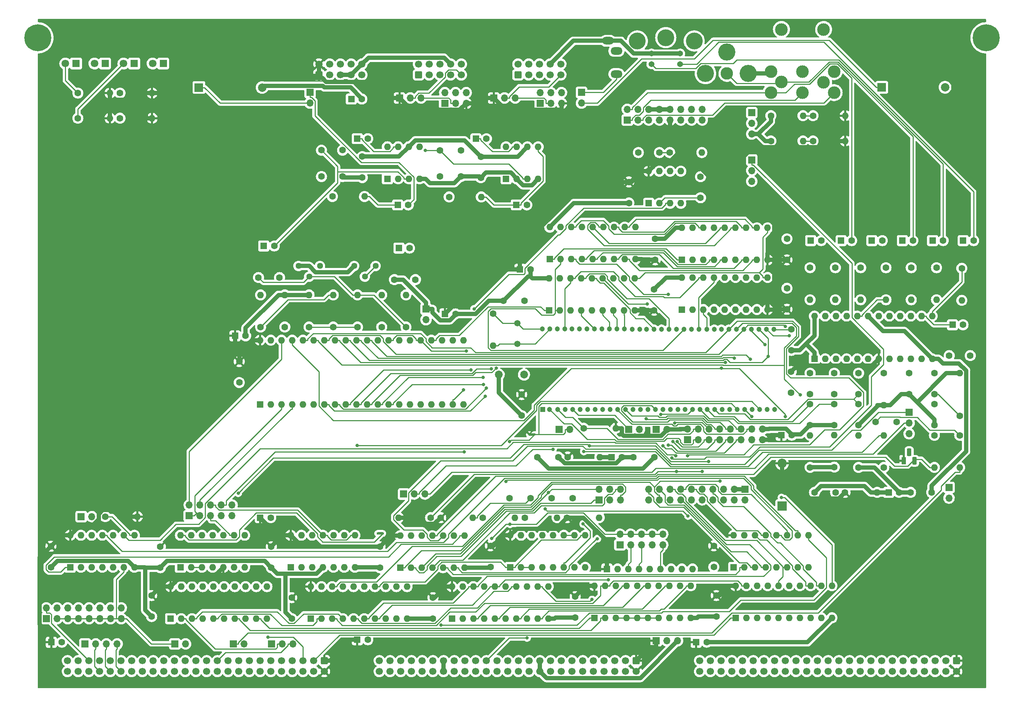
<source format=gbr>
%TF.GenerationSoftware,KiCad,Pcbnew,(6.0.11)*%
%TF.CreationDate,2024-04-23T21:08:07-04:00*%
%TF.ProjectId,input-output.Media,696e7075-742d-46f7-9574-7075742e4d65,rev?*%
%TF.SameCoordinates,Original*%
%TF.FileFunction,Copper,L1,Top*%
%TF.FilePolarity,Positive*%
%FSLAX46Y46*%
G04 Gerber Fmt 4.6, Leading zero omitted, Abs format (unit mm)*
G04 Created by KiCad (PCBNEW (6.0.11)) date 2024-04-23 21:08:07*
%MOMM*%
%LPD*%
G01*
G04 APERTURE LIST*
G04 Aperture macros list*
%AMRoundRect*
0 Rectangle with rounded corners*
0 $1 Rounding radius*
0 $2 $3 $4 $5 $6 $7 $8 $9 X,Y pos of 4 corners*
0 Add a 4 corners polygon primitive as box body*
4,1,4,$2,$3,$4,$5,$6,$7,$8,$9,$2,$3,0*
0 Add four circle primitives for the rounded corners*
1,1,$1+$1,$2,$3*
1,1,$1+$1,$4,$5*
1,1,$1+$1,$6,$7*
1,1,$1+$1,$8,$9*
0 Add four rect primitives between the rounded corners*
20,1,$1+$1,$2,$3,$4,$5,0*
20,1,$1+$1,$4,$5,$6,$7,0*
20,1,$1+$1,$6,$7,$8,$9,0*
20,1,$1+$1,$8,$9,$2,$3,0*%
G04 Aperture macros list end*
%TA.AperFunction,ComponentPad*%
%ADD10C,6.400000*%
%TD*%
%TA.AperFunction,ComponentPad*%
%ADD11RoundRect,0.250000X-0.600000X0.600000X-0.600000X-0.600000X0.600000X-0.600000X0.600000X0.600000X0*%
%TD*%
%TA.AperFunction,ComponentPad*%
%ADD12C,1.700000*%
%TD*%
%TA.AperFunction,ComponentPad*%
%ADD13R,1.100000X1.800000*%
%TD*%
%TA.AperFunction,ComponentPad*%
%ADD14RoundRect,0.275000X-0.275000X-0.625000X0.275000X-0.625000X0.275000X0.625000X-0.275000X0.625000X0*%
%TD*%
%TA.AperFunction,ComponentPad*%
%ADD15O,2.800000X1.800000*%
%TD*%
%TA.AperFunction,ComponentPad*%
%ADD16R,1.600000X1.600000*%
%TD*%
%TA.AperFunction,ComponentPad*%
%ADD17C,1.600000*%
%TD*%
%TA.AperFunction,ComponentPad*%
%ADD18R,1.700000X1.700000*%
%TD*%
%TA.AperFunction,ComponentPad*%
%ADD19O,1.700000X1.700000*%
%TD*%
%TA.AperFunction,ComponentPad*%
%ADD20O,1.600000X1.600000*%
%TD*%
%TA.AperFunction,ComponentPad*%
%ADD21R,2.000000X2.000000*%
%TD*%
%TA.AperFunction,ComponentPad*%
%ADD22C,2.000000*%
%TD*%
%TA.AperFunction,ComponentPad*%
%ADD23C,0.600000*%
%TD*%
%TA.AperFunction,ComponentPad*%
%ADD24R,1.800000X1.800000*%
%TD*%
%TA.AperFunction,ComponentPad*%
%ADD25C,1.800000*%
%TD*%
%TA.AperFunction,ComponentPad*%
%ADD26C,1.371600*%
%TD*%
%TA.AperFunction,ComponentPad*%
%ADD27C,4.000500*%
%TD*%
%TA.AperFunction,ComponentPad*%
%ADD28C,1.500000*%
%TD*%
%TA.AperFunction,ComponentPad*%
%ADD29RoundRect,0.250000X0.600000X-0.600000X0.600000X0.600000X-0.600000X0.600000X-0.600000X-0.600000X0*%
%TD*%
%TA.AperFunction,ComponentPad*%
%ADD30C,1.854200*%
%TD*%
%TA.AperFunction,ComponentPad*%
%ADD31R,1.173480X1.173480*%
%TD*%
%TA.AperFunction,ComponentPad*%
%ADD32C,1.198880*%
%TD*%
%TA.AperFunction,ComponentPad*%
%ADD33C,1.440000*%
%TD*%
%TA.AperFunction,ComponentPad*%
%ADD34C,3.000000*%
%TD*%
%TA.AperFunction,ComponentPad*%
%ADD35C,2.971800*%
%TD*%
%TA.AperFunction,ComponentPad*%
%ADD36C,4.064000*%
%TD*%
%TA.AperFunction,ComponentPad*%
%ADD37R,2.200000X2.200000*%
%TD*%
%TA.AperFunction,ComponentPad*%
%ADD38O,2.200000X2.200000*%
%TD*%
%TA.AperFunction,ViaPad*%
%ADD39C,0.800000*%
%TD*%
%TA.AperFunction,Conductor*%
%ADD40C,1.000000*%
%TD*%
%TA.AperFunction,Conductor*%
%ADD41C,0.250000*%
%TD*%
G04 APERTURE END LIST*
%TO.C,NT2*%
G36*
X121850000Y-193050000D02*
G01*
X120650000Y-193050000D01*
X120650000Y-192450000D01*
X121850000Y-192450000D01*
X121850000Y-193050000D01*
G37*
%TO.C,NT1*%
G36*
X157850000Y-169550000D02*
G01*
X156650000Y-169550000D01*
X156650000Y-168950000D01*
X157850000Y-168950000D01*
X157850000Y-169550000D01*
G37*
%TD*%
D10*
%TO.P,H2,1,1*%
%TO.N,GND*%
X265000000Y-75000000D03*
%TD*%
%TO.P,H1,1,1*%
%TO.N,GND*%
X40000000Y-75000000D03*
%TD*%
D11*
%TO.P,P2,1,Pin_1*%
%TO.N,VCC*%
X182000000Y-223000000D03*
D12*
%TO.P,P2,2,Pin_2*%
X182000000Y-225540000D03*
%TO.P,P2,3,Pin_3*%
%TO.N,/bus/A15*%
X179460000Y-223000000D03*
%TO.P,P2,4,Pin_4*%
%TO.N,/bus/A31*%
X179460000Y-225540000D03*
%TO.P,P2,5,Pin_5*%
%TO.N,/bus/A14*%
X176920000Y-223000000D03*
%TO.P,P2,6,Pin_6*%
%TO.N,/bus/A30*%
X176920000Y-225540000D03*
%TO.P,P2,7,Pin_7*%
%TO.N,/bus/A13*%
X174380000Y-223000000D03*
%TO.P,P2,8,Pin_8*%
%TO.N,/bus/A29*%
X174380000Y-225540000D03*
%TO.P,P2,9,Pin_9*%
%TO.N,/bus/A12*%
X171840000Y-223000000D03*
%TO.P,P2,10,Pin_10*%
%TO.N,/bus/A28*%
X171840000Y-225540000D03*
%TO.P,P2,11,Pin_11*%
%TO.N,/bus/A11*%
X169300000Y-223000000D03*
%TO.P,P2,12,Pin_12*%
%TO.N,/bus/A27*%
X169300000Y-225540000D03*
%TO.P,P2,13,Pin_13*%
%TO.N,/bus/A10*%
X166760000Y-223000000D03*
%TO.P,P2,14,Pin_14*%
%TO.N,/bus/A26*%
X166760000Y-225540000D03*
%TO.P,P2,15,Pin_15*%
%TO.N,/bus/A9*%
X164220000Y-223000000D03*
%TO.P,P2,16,Pin_16*%
%TO.N,/bus/A25*%
X164220000Y-225540000D03*
%TO.P,P2,17,Pin_17*%
%TO.N,/bus/A8*%
X161680000Y-223000000D03*
%TO.P,P2,18,Pin_18*%
%TO.N,/bus/A24*%
X161680000Y-225540000D03*
%TO.P,P2,19,Pin_19*%
%TO.N,+12V*%
X159140000Y-223000000D03*
%TO.P,P2,20,Pin_20*%
X159140000Y-225540000D03*
%TO.P,P2,21,Pin_21*%
%TO.N,A7*%
X156600000Y-223000000D03*
%TO.P,P2,22,Pin_22*%
%TO.N,/bus/A23*%
X156600000Y-225540000D03*
%TO.P,P2,23,Pin_23*%
%TO.N,A6*%
X154060000Y-223000000D03*
%TO.P,P2,24,Pin_24*%
%TO.N,/bus/A22*%
X154060000Y-225540000D03*
%TO.P,P2,25,Pin_25*%
%TO.N,A5*%
X151520000Y-223000000D03*
%TO.P,P2,26,Pin_26*%
%TO.N,/bus/A21*%
X151520000Y-225540000D03*
%TO.P,P2,27,Pin_27*%
%TO.N,A4*%
X148980000Y-223000000D03*
%TO.P,P2,28,Pin_28*%
%TO.N,/bus/A20*%
X148980000Y-225540000D03*
%TO.P,P2,29,Pin_29*%
%TO.N,A3*%
X146440000Y-223000000D03*
%TO.P,P2,30,Pin_30*%
%TO.N,/bus/A19*%
X146440000Y-225540000D03*
%TO.P,P2,31,Pin_31*%
%TO.N,A2*%
X143900000Y-223000000D03*
%TO.P,P2,32,Pin_32*%
%TO.N,/bus/A18*%
X143900000Y-225540000D03*
%TO.P,P2,33,Pin_33*%
%TO.N,A1*%
X141360000Y-223000000D03*
%TO.P,P2,34,Pin_34*%
%TO.N,/bus/A17*%
X141360000Y-225540000D03*
%TO.P,P2,35,Pin_35*%
%TO.N,A0*%
X138820000Y-223000000D03*
%TO.P,P2,36,Pin_36*%
%TO.N,/bus/A16*%
X138820000Y-225540000D03*
%TO.P,P2,37,Pin_37*%
%TO.N,-12V*%
X136280000Y-223000000D03*
%TO.P,P2,38,Pin_38*%
X136280000Y-225540000D03*
%TO.P,P2,39,Pin_39*%
%TO.N,/bus/IC3*%
X133740000Y-223000000D03*
%TO.P,P2,40,Pin_40*%
%TO.N,/bus/~{TEND1}*%
X133740000Y-225540000D03*
%TO.P,P2,41,Pin_41*%
%TO.N,/bus/IC2*%
X131200000Y-223000000D03*
%TO.P,P2,42,Pin_42*%
%TO.N,/bus/~{DREQ1}*%
X131200000Y-225540000D03*
%TO.P,P2,43,Pin_43*%
%TO.N,/bus/IC1*%
X128660000Y-223000000D03*
%TO.P,P2,44,Pin_44*%
%TO.N,/bus/~{TEND0}*%
X128660000Y-225540000D03*
%TO.P,P2,45,Pin_45*%
%TO.N,/bus/IC0*%
X126120000Y-223000000D03*
%TO.P,P2,46,Pin_46*%
%TO.N,/bus/~{DREQ0}*%
X126120000Y-225540000D03*
%TO.P,P2,47,Pin_47*%
%TO.N,/bus/AUXCLK1*%
X123580000Y-223000000D03*
%TO.P,P2,48,Pin_48*%
%TO.N,/bus/AUXCLK0*%
X123580000Y-225540000D03*
%TO.P,P2,49,Pin_49*%
%TO.N,GND*%
X121040000Y-223000000D03*
%TO.P,P2,50,Pin_50*%
X121040000Y-225540000D03*
%TD*%
D11*
%TO.P,P3,1,Pin_1*%
%TO.N,VCC*%
X258000000Y-223000000D03*
D12*
%TO.P,P3,2,Pin_2*%
X258000000Y-225540000D03*
%TO.P,P3,3,Pin_3*%
%TO.N,/bus/D15*%
X255460000Y-223000000D03*
%TO.P,P3,4,Pin_4*%
%TO.N,/bus/D31*%
X255460000Y-225540000D03*
%TO.P,P3,5,Pin_5*%
%TO.N,/bus/D14*%
X252920000Y-223000000D03*
%TO.P,P3,6,Pin_6*%
%TO.N,/bus/D30*%
X252920000Y-225540000D03*
%TO.P,P3,7,Pin_7*%
%TO.N,/bus/D13*%
X250380000Y-223000000D03*
%TO.P,P3,8,Pin_8*%
%TO.N,/bus/D29*%
X250380000Y-225540000D03*
%TO.P,P3,9,Pin_9*%
%TO.N,/bus/D12*%
X247840000Y-223000000D03*
%TO.P,P3,10,Pin_10*%
%TO.N,/bus/D28*%
X247840000Y-225540000D03*
%TO.P,P3,11,Pin_11*%
%TO.N,/bus/D11*%
X245300000Y-223000000D03*
%TO.P,P3,12,Pin_12*%
%TO.N,/bus/D27*%
X245300000Y-225540000D03*
%TO.P,P3,13,Pin_13*%
%TO.N,/bus/D10*%
X242760000Y-223000000D03*
%TO.P,P3,14,Pin_14*%
%TO.N,/bus/D26*%
X242760000Y-225540000D03*
%TO.P,P3,15,Pin_15*%
%TO.N,/bus/D9*%
X240220000Y-223000000D03*
%TO.P,P3,16,Pin_16*%
%TO.N,/bus/D25*%
X240220000Y-225540000D03*
%TO.P,P3,17,Pin_17*%
%TO.N,/bus/D8*%
X237680000Y-223000000D03*
%TO.P,P3,18,Pin_18*%
%TO.N,/bus/D24*%
X237680000Y-225540000D03*
%TO.P,P3,19,Pin_19*%
%TO.N,D7*%
X235140000Y-223000000D03*
%TO.P,P3,20,Pin_20*%
%TO.N,/bus/D23*%
X235140000Y-225540000D03*
%TO.P,P3,21,Pin_21*%
%TO.N,D6*%
X232600000Y-223000000D03*
%TO.P,P3,22,Pin_22*%
%TO.N,/bus/D22*%
X232600000Y-225540000D03*
%TO.P,P3,23,Pin_23*%
%TO.N,D5*%
X230060000Y-223000000D03*
%TO.P,P3,24,Pin_24*%
%TO.N,/bus/D21*%
X230060000Y-225540000D03*
%TO.P,P3,25,Pin_25*%
%TO.N,D4*%
X227520000Y-223000000D03*
%TO.P,P3,26,Pin_26*%
%TO.N,/bus/D20*%
X227520000Y-225540000D03*
%TO.P,P3,27,Pin_27*%
%TO.N,D3*%
X224980000Y-223000000D03*
%TO.P,P3,28,Pin_28*%
%TO.N,/bus/D19*%
X224980000Y-225540000D03*
%TO.P,P3,29,Pin_29*%
%TO.N,D2*%
X222440000Y-223000000D03*
%TO.P,P3,30,Pin_30*%
%TO.N,/bus/D18*%
X222440000Y-225540000D03*
%TO.P,P3,31,Pin_31*%
%TO.N,D1*%
X219900000Y-223000000D03*
%TO.P,P3,32,Pin_32*%
%TO.N,/bus/D17*%
X219900000Y-225540000D03*
%TO.P,P3,33,Pin_33*%
%TO.N,D0*%
X217360000Y-223000000D03*
%TO.P,P3,34,Pin_34*%
%TO.N,/bus/D16*%
X217360000Y-225540000D03*
%TO.P,P3,35,Pin_35*%
%TO.N,/bus/~{BUSERR}*%
X214820000Y-223000000D03*
%TO.P,P3,36,Pin_36*%
%TO.N,/bus/UDS*%
X214820000Y-225540000D03*
%TO.P,P3,37,Pin_37*%
%TO.N,/bus/~{VPA}*%
X212280000Y-223000000D03*
%TO.P,P3,38,Pin_38*%
%TO.N,/bus/LDS*%
X212280000Y-225540000D03*
%TO.P,P3,39,Pin_39*%
%TO.N,/bus/~{VMA}*%
X209740000Y-223000000D03*
%TO.P,P3,40,Pin_40*%
%TO.N,/bus/S2*%
X209740000Y-225540000D03*
%TO.P,P3,41,Pin_41*%
%TO.N,/bus/~{BHE}*%
X207200000Y-223000000D03*
%TO.P,P3,42,Pin_42*%
%TO.N,/bus/S1*%
X207200000Y-225540000D03*
%TO.P,P3,43,Pin_43*%
%TO.N,/bus/IPL2*%
X204660000Y-223000000D03*
%TO.P,P3,44,Pin_44*%
%TO.N,/bus/S0*%
X204660000Y-225540000D03*
%TO.P,P3,45,Pin_45*%
%TO.N,/bus/IPL1*%
X202120000Y-223000000D03*
%TO.P,P3,46,Pin_46*%
%TO.N,/bus/AUXCLK3*%
X202120000Y-225540000D03*
%TO.P,P3,47,Pin_47*%
%TO.N,/bus/IPL0*%
X199580000Y-223000000D03*
%TO.P,P3,48,Pin_48*%
%TO.N,/bus/AUXCLK2*%
X199580000Y-225540000D03*
%TO.P,P3,49,Pin_49*%
%TO.N,GND*%
X197040000Y-223000000D03*
%TO.P,P3,50,Pin_50*%
X197040000Y-225540000D03*
%TD*%
D11*
%TO.P,P1,1,Pin_1*%
%TO.N,VCC*%
X108000000Y-223000000D03*
D12*
%TO.P,P1,2,Pin_2*%
X108000000Y-225540000D03*
%TO.P,P1,3,Pin_3*%
%TO.N,~{RD}*%
X105460000Y-223000000D03*
%TO.P,P1,4,Pin_4*%
%TO.N,/bus/E*%
X105460000Y-225540000D03*
%TO.P,P1,5,Pin_5*%
%TO.N,~{WR}*%
X102920000Y-223000000D03*
%TO.P,P1,6,Pin_6*%
%TO.N,/bus/ST*%
X102920000Y-225540000D03*
%TO.P,P1,7,Pin_7*%
%TO.N,~{IORQ}*%
X100380000Y-223000000D03*
%TO.P,P1,8,Pin_8*%
%TO.N,/bus/PHI*%
X100380000Y-225540000D03*
%TO.P,P1,9,Pin_9*%
%TO.N,/bus/~{MREQ}*%
X97840000Y-223000000D03*
%TO.P,P1,10,Pin_10*%
%TO.N,/bus/~{INT2}*%
X97840000Y-225540000D03*
%TO.P,P1,11,Pin_11*%
%TO.N,~{M1}*%
X95300000Y-223000000D03*
%TO.P,P1,12,Pin_12*%
%TO.N,/bus/~{INT1}*%
X95300000Y-225540000D03*
%TO.P,P1,13,Pin_13*%
%TO.N,/bus/~{BUSACK}*%
X92760000Y-223000000D03*
%TO.P,P1,14,Pin_14*%
%TO.N,/bus/CRUCLK*%
X92760000Y-225540000D03*
%TO.P,P1,15,Pin_15*%
%TO.N,CLK*%
X90220000Y-223000000D03*
%TO.P,P1,16,Pin_16*%
%TO.N,/bus/CRUOUT*%
X90220000Y-225540000D03*
%TO.P,P1,17,Pin_17*%
%TO.N,~{INT0}*%
X87680000Y-223000000D03*
%TO.P,P1,18,Pin_18*%
%TO.N,/bus/CRUIN*%
X87680000Y-225540000D03*
%TO.P,P1,19,Pin_19*%
%TO.N,/bus/~{NMI}*%
X85140000Y-223000000D03*
%TO.P,P1,20,Pin_20*%
%TO.N,~{RES_IN}*%
X85140000Y-225540000D03*
%TO.P,P1,21,Pin_21*%
%TO.N,~{RES_OUT}*%
X82600000Y-223000000D03*
%TO.P,P1,22,Pin_22*%
%TO.N,/bus/USER8*%
X82600000Y-225540000D03*
%TO.P,P1,23,Pin_23*%
%TO.N,/bus/~{BUSRQ}*%
X80060000Y-223000000D03*
%TO.P,P1,24,Pin_24*%
%TO.N,/bus/USER7*%
X80060000Y-225540000D03*
%TO.P,P1,25,Pin_25*%
%TO.N,~{WAIT}*%
X77520000Y-223000000D03*
%TO.P,P1,26,Pin_26*%
%TO.N,/bus/USER6*%
X77520000Y-225540000D03*
%TO.P,P1,27,Pin_27*%
%TO.N,/bus/~{HALT}*%
X74980000Y-223000000D03*
%TO.P,P1,28,Pin_28*%
%TO.N,/bus/USER5*%
X74980000Y-225540000D03*
%TO.P,P1,29,Pin_29*%
%TO.N,/bus/~{RFSH}*%
X72440000Y-223000000D03*
%TO.P,P1,30,Pin_30*%
%TO.N,/bus/USER4*%
X72440000Y-225540000D03*
%TO.P,P1,31,Pin_31*%
%TO.N,~{EIRQ7}*%
X69900000Y-223000000D03*
%TO.P,P1,32,Pin_32*%
%TO.N,/bus/USER3*%
X69900000Y-225540000D03*
%TO.P,P1,33,Pin_33*%
%TO.N,~{EIRQ6}*%
X67360000Y-223000000D03*
%TO.P,P1,34,Pin_34*%
%TO.N,/bus/USER2*%
X67360000Y-225540000D03*
%TO.P,P1,35,Pin_35*%
%TO.N,~{EIRQ5}*%
X64820000Y-223000000D03*
%TO.P,P1,36,Pin_36*%
%TO.N,/bus/USER1*%
X64820000Y-225540000D03*
%TO.P,P1,37,Pin_37*%
%TO.N,~{EIRQ4}*%
X62280000Y-223000000D03*
%TO.P,P1,38,Pin_38*%
%TO.N,/bus/USER0*%
X62280000Y-225540000D03*
%TO.P,P1,39,Pin_39*%
%TO.N,~{EIRQ3}*%
X59740000Y-223000000D03*
%TO.P,P1,40,Pin_40*%
%TO.N,~{BAI}*%
X59740000Y-225540000D03*
%TO.P,P1,41,Pin_41*%
%TO.N,~{EIRQ2}*%
X57200000Y-223000000D03*
%TO.P,P1,42,Pin_42*%
%TO.N,~{BAO}*%
X57200000Y-225540000D03*
%TO.P,P1,43,Pin_43*%
%TO.N,~{EIRQ1}*%
X54660000Y-223000000D03*
%TO.P,P1,44,Pin_44*%
%TO.N,~{IEI}*%
X54660000Y-225540000D03*
%TO.P,P1,45,Pin_45*%
%TO.N,~{EIRQ0}*%
X52120000Y-223000000D03*
%TO.P,P1,46,Pin_46*%
%TO.N,~{IEO}*%
X52120000Y-225540000D03*
%TO.P,P1,47,Pin_47*%
%TO.N,/bus/I2C_SCL*%
X49580000Y-223000000D03*
%TO.P,P1,48,Pin_48*%
%TO.N,/bus/I2C_SDA*%
X49580000Y-225540000D03*
%TO.P,P1,49,Pin_49*%
%TO.N,GND*%
X47040000Y-223000000D03*
%TO.P,P1,50,Pin_50*%
X47040000Y-225540000D03*
%TD*%
D13*
%TO.P,Q1,1,E*%
%TO.N,VCC*%
X245480000Y-175510000D03*
D14*
%TO.P,Q1,2,B*%
%TO.N,Net-(JP12-Pad2)*%
X246750000Y-173440000D03*
%TO.P,Q1,3,C*%
%TO.N,Net-(Q1-Pad3)*%
X248020000Y-175510000D03*
%TD*%
D15*
%TO.P,J12,R*%
%TO.N,/Amplifier/R-CH*%
X177300000Y-83600000D03*
%TO.P,J12,S*%
%TO.N,GND*%
X175300000Y-75700000D03*
%TO.P,J12,T*%
%TO.N,L-CH*%
X177300000Y-78100000D03*
%TD*%
D16*
%TO.P,C60,1*%
%TO.N,Net-(C60-Pad1)*%
X252317600Y-123170000D03*
D17*
%TO.P,C60,2*%
%TO.N,/VDP/LUMA*%
X254817600Y-123170000D03*
%TD*%
%TO.P,C34,1*%
%TO.N,GND*%
X145110000Y-108230000D03*
%TO.P,C34,2*%
%TO.N,/Amplifier/AMPPWR*%
X145110000Y-103230000D03*
%TD*%
%TO.P,C43,1*%
%TO.N,/VDP/RED*%
X223250000Y-159670000D03*
%TO.P,C43,2*%
%TO.N,Net-(C43-Pad2)*%
X223250000Y-154670000D03*
%TD*%
D18*
%TO.P,SW1,1,Pin_1*%
%TO.N,Net-(RN1-Pad2)*%
X178125000Y-195475000D03*
D19*
%TO.P,SW1,2,Pin_2*%
%TO.N,ZERO*%
X178125000Y-192935000D03*
%TO.P,SW1,3,Pin_3*%
%TO.N,Net-(RN1-Pad3)*%
X180665000Y-195475000D03*
%TO.P,SW1,4,Pin_4*%
%TO.N,ZERO*%
X180665000Y-192935000D03*
%TO.P,SW1,5,Pin_5*%
%TO.N,Net-(RN1-Pad4)*%
X183205000Y-195475000D03*
%TO.P,SW1,6,Pin_6*%
%TO.N,ZERO*%
X183205000Y-192935000D03*
%TO.P,SW1,7,Pin_7*%
%TO.N,Net-(RN1-Pad5)*%
X185745000Y-195475000D03*
%TO.P,SW1,8,Pin_8*%
%TO.N,ZERO*%
X185745000Y-192935000D03*
%TO.P,SW1,9,Pin_9*%
%TO.N,Net-(RN1-Pad6)*%
X188285000Y-195475000D03*
%TO.P,SW1,10,Pin_10*%
%TO.N,ZERO*%
X188285000Y-192935000D03*
%TD*%
D16*
%TO.P,U17,1,~{A}*%
%TO.N,~{CS_ACR}*%
X152125000Y-200800000D03*
D20*
%TO.P,U17,2,B*%
%TO.N,ONE*%
X154665000Y-200800000D03*
%TO.P,U17,3,~{CLR}*%
X157205000Y-200800000D03*
%TO.P,U17,4,~{Q}*%
%TO.N,unconnected-(U17-Pad4)*%
X159745000Y-200800000D03*
%TO.P,U17,5,Q*%
%TO.N,/PSG/PWA2*%
X162285000Y-200800000D03*
%TO.P,U17,6,Cext*%
%TO.N,Net-(C85-Pad2)*%
X164825000Y-200800000D03*
%TO.P,U17,7,RCext*%
%TO.N,Net-(C85-Pad1)*%
X167365000Y-200800000D03*
%TO.P,U17,8,GND*%
%TO.N,GND*%
X169905000Y-200800000D03*
%TO.P,U17,9,~{A}*%
%TO.N,~{CS_ACR}*%
X169905000Y-193180000D03*
%TO.P,U17,10,B*%
%TO.N,ONE*%
X167365000Y-193180000D03*
%TO.P,U17,11,~{CLR}*%
X164825000Y-193180000D03*
%TO.P,U17,12,~{Q}*%
%TO.N,unconnected-(U17-Pad12)*%
X162285000Y-193180000D03*
%TO.P,U17,13,Q*%
%TO.N,/PSG/PWA1*%
X159745000Y-193180000D03*
%TO.P,U17,14,Cext*%
%TO.N,Net-(C84-Pad2)*%
X157205000Y-193180000D03*
%TO.P,U17,15,RCext*%
%TO.N,Net-(C84-Pad1)*%
X154665000Y-193180000D03*
%TO.P,U17,16,VCC*%
%TO.N,VCC*%
X152125000Y-193180000D03*
%TD*%
D16*
%TO.P,C59,1*%
%TO.N,Net-(C59-Pad1)*%
X245135200Y-123170000D03*
D17*
%TO.P,C59,2*%
%TO.N,/VDP/COMP*%
X247635200Y-123170000D03*
%TD*%
D18*
%TO.P,JP9,1,A*%
%TO.N,L-CH*%
X104580000Y-87970000D03*
D19*
%TO.P,JP9,2,B*%
%TO.N,Net-(JP9-Pad2)*%
X104580000Y-90510000D03*
%TD*%
D17*
%TO.P,C17,1*%
%TO.N,VCCVDP*%
X158500000Y-174600000D03*
%TO.P,C17,2*%
%TO.N,GND*%
X163500000Y-174600000D03*
%TD*%
%TO.P,C5,1*%
%TO.N,VCC*%
X180250000Y-109250000D03*
%TO.P,C5,2*%
%TO.N,GND*%
X180250000Y-114250000D03*
%TD*%
D18*
%TO.P,JP4,1,A*%
%TO.N,GND*%
X132100000Y-139425000D03*
D19*
%TO.P,JP4,2,B*%
%TO.N,Net-(JP4-Pad2)*%
X132100000Y-141965000D03*
%TD*%
D16*
%TO.P,C8,1*%
%TO.N,VCCVDP*%
X176100000Y-174600000D03*
D17*
%TO.P,C8,2*%
%TO.N,GND*%
X178600000Y-174600000D03*
%TD*%
%TO.P,R17,1*%
%TO.N,Net-(C60-Pad1)*%
X247250000Y-129610000D03*
D20*
%TO.P,R17,2*%
%TO.N,Net-(R17-Pad2)*%
X247250000Y-137230000D03*
%TD*%
D18*
%TO.P,JP2,1,A*%
%TO.N,Net-(JP2-Pad1)*%
X50275000Y-188750000D03*
D19*
%TO.P,JP2,2,B*%
%TO.N,~{WAIT}*%
X52815000Y-188750000D03*
%TD*%
D17*
%TO.P,R23,1*%
%TO.N,Net-(C53-Pad1)*%
X148000000Y-140500000D03*
D20*
%TO.P,R23,2*%
%TO.N,Net-(C52-Pad1)*%
X148000000Y-148120000D03*
%TD*%
D17*
%TO.P,R30,1*%
%TO.N,Net-(C38-Pad1)*%
X109900000Y-112700000D03*
D20*
%TO.P,R30,2*%
%TO.N,Net-(C46-Pad1)*%
X117520000Y-112700000D03*
%TD*%
D17*
%TO.P,C85,1*%
%TO.N,Net-(C85-Pad1)*%
X161900000Y-184400000D03*
%TO.P,C85,2*%
%TO.N,Net-(C85-Pad2)*%
X166900000Y-184400000D03*
%TD*%
%TO.P,R16,1*%
%TO.N,Net-(C59-Pad1)*%
X241250000Y-129610000D03*
D20*
%TO.P,R16,2*%
%TO.N,Net-(R16-Pad2)*%
X241250000Y-137230000D03*
%TD*%
D17*
%TO.P,C80,1*%
%TO.N,GND*%
X97350000Y-131950000D03*
%TO.P,C80,2*%
%TO.N,Net-(C80-Pad2)*%
X92350000Y-131950000D03*
%TD*%
D21*
%TO.P,LS1,1,1*%
%TO.N,Net-(JP9-Pad2)*%
X78210000Y-86800000D03*
D22*
%TO.P,LS1,2,2*%
%TO.N,GND*%
X93210000Y-86800000D03*
%TD*%
D16*
%TO.P,C61,1*%
%TO.N,Net-(C61-Pad1)*%
X259567600Y-123170000D03*
D17*
%TO.P,C61,2*%
%TO.N,/VDP/CHROMA*%
X262067600Y-123170000D03*
%TD*%
%TO.P,R15,1*%
%TO.N,Net-(C58-Pad1)*%
X235250000Y-129610000D03*
D20*
%TO.P,R15,2*%
%TO.N,Net-(R15-Pad2)*%
X235250000Y-137230000D03*
%TD*%
D17*
%TO.P,R22,1*%
%TO.N,Net-(C4-Pad1)*%
X189940000Y-102250000D03*
D20*
%TO.P,R22,2*%
%TO.N,GND*%
X197560000Y-102250000D03*
%TD*%
D16*
%TO.P,U1,1,I1/CLK*%
%TO.N,unconnected-(U1-Pad1)*%
X104750000Y-213000000D03*
D20*
%TO.P,U1,2,I2*%
%TO.N,~{bWR}*%
X107290000Y-213000000D03*
%TO.P,U1,3,I3*%
%TO.N,~{CS_MEDIA}*%
X109830000Y-213000000D03*
%TO.P,U1,4,I4*%
%TO.N,~{bRD}*%
X112370000Y-213000000D03*
%TO.P,U1,5,I5*%
%TO.N,bA2*%
X114910000Y-213000000D03*
%TO.P,U1,6,I6*%
%TO.N,bA0*%
X117450000Y-213000000D03*
%TO.P,U1,7,I7*%
%TO.N,bA1*%
X119990000Y-213000000D03*
%TO.P,U1,8,I8*%
%TO.N,unconnected-(U1-Pad8)*%
X122530000Y-213000000D03*
%TO.P,U1,9,I9*%
%TO.N,unconnected-(U1-Pad9)*%
X125070000Y-213000000D03*
%TO.P,U1,10,GND*%
%TO.N,GND*%
X127610000Y-213000000D03*
%TO.P,U1,11,I10/~{OE}*%
%TO.N,unconnected-(U1-Pad11)*%
X127610000Y-205380000D03*
%TO.P,U1,12,IO8*%
%TO.N,unconnected-(U1-Pad12)*%
X125070000Y-205380000D03*
%TO.P,U1,13,IO7*%
%TO.N,unconnected-(U1-Pad13)*%
X122530000Y-205380000D03*
%TO.P,U1,14,IO6*%
%TO.N,~{CS_ACR}*%
X119990000Y-205380000D03*
%TO.P,U1,15,IO5*%
%TO.N,~{CS_ACR_WR}*%
X117450000Y-205380000D03*
%TO.P,U1,16,IO4*%
%TO.N,~{CS_PSG_A0}*%
X114910000Y-205380000D03*
%TO.P,U1,17,I03*%
%TO.N,~{CS_PSG_WR}*%
X112370000Y-205380000D03*
%TO.P,U1,18,IO2*%
%TO.N,~{VDP_RD}*%
X109830000Y-205380000D03*
%TO.P,U1,19,IO1*%
%TO.N,~{VDP_WR}*%
X107290000Y-205380000D03*
%TO.P,U1,20,VCC*%
%TO.N,VCC*%
X104750000Y-205380000D03*
%TD*%
D18*
%TO.P,JP8,1,A*%
%TO.N,VCC*%
X186725000Y-218250000D03*
D19*
%TO.P,JP8,2,C*%
%TO.N,/Amplifier/AMPPWR*%
X189265000Y-218250000D03*
%TO.P,JP8,3,B*%
%TO.N,+12V*%
X191805000Y-218250000D03*
%TD*%
D16*
%TO.P,U4,1*%
%TO.N,Net-(U24-Pad8)*%
X47675000Y-200800000D03*
D20*
%TO.P,U4,2*%
%TO.N,Net-(JP2-Pad1)*%
X50215000Y-200800000D03*
%TO.P,U4,3*%
%TO.N,/ACR/STATUS-VDP*%
X52755000Y-200800000D03*
%TO.P,U4,4*%
%TO.N,Net-(D2-Pad1)*%
X55295000Y-200800000D03*
%TO.P,U4,5*%
%TO.N,Net-(R24-Pad1)*%
X57835000Y-200800000D03*
%TO.P,U4,6*%
%TO.N,Net-(J7-Pad1)*%
X60375000Y-200800000D03*
%TO.P,U4,7,GND*%
%TO.N,GND*%
X62915000Y-200800000D03*
%TO.P,U4,8*%
%TO.N,Net-(R24-Pad1)*%
X62915000Y-193180000D03*
%TO.P,U4,9*%
%TO.N,~{VINT}*%
X60375000Y-193180000D03*
%TO.P,U4,10*%
%TO.N,Net-(D4-Pad1)*%
X57835000Y-193180000D03*
%TO.P,U4,11*%
%TO.N,/ACR/STATUS-PSG*%
X55295000Y-193180000D03*
%TO.P,U4,12*%
%TO.N,unconnected-(U4-Pad12)*%
X52755000Y-193180000D03*
%TO.P,U4,13*%
%TO.N,unconnected-(U4-Pad13)*%
X50215000Y-193180000D03*
%TO.P,U4,14,VCC*%
%TO.N,VCC*%
X47675000Y-193180000D03*
%TD*%
D17*
%TO.P,L1,1*%
%TO.N,Net-(C51-Pad2)*%
X258750000Y-164830000D03*
D20*
%TO.P,L1,2*%
%TO.N,GND*%
X258750000Y-154670000D03*
%TD*%
D18*
%TO.P,P8,1,Pin_1*%
%TO.N,Net-(P8-Pad1)*%
X75925000Y-188540000D03*
D19*
%TO.P,P8,2,Pin_2*%
%TO.N,Net-(P8-Pad2)*%
X75925000Y-186000000D03*
%TO.P,P8,3,Pin_3*%
%TO.N,Net-(P8-Pad1)*%
X78465000Y-188540000D03*
%TO.P,P8,4,Pin_4*%
%TO.N,Net-(P8-Pad4)*%
X78465000Y-186000000D03*
%TO.P,P8,5,Pin_5*%
%TO.N,Net-(P8-Pad5)*%
X81005000Y-188540000D03*
%TO.P,P8,6,Pin_6*%
%TO.N,/PSG/CLK_AY3*%
X81005000Y-186000000D03*
%TO.P,P8,7,Pin_7*%
%TO.N,Net-(P8-Pad7)*%
X83545000Y-188540000D03*
%TO.P,P8,8,Pin_8*%
X83545000Y-186000000D03*
%TO.P,P8,9,Pin_9*%
%TO.N,Net-(P8-Pad9)*%
X86085000Y-188540000D03*
%TO.P,P8,10,Pin_10*%
%TO.N,Net-(P8-Pad10)*%
X86085000Y-186000000D03*
%TD*%
D23*
%TO.P,NT2,1,1*%
%TO.N,GND*%
X120650000Y-192750000D03*
%TO.P,NT2,2,2*%
%TO.N,ZERO*%
X121850000Y-192750000D03*
%TD*%
D18*
%TO.P,J8,1,Pin_1*%
%TO.N,VCC*%
X148175000Y-89290000D03*
D19*
%TO.P,J8,2,Pin_2*%
%TO.N,Net-(J8-Pad2)*%
X150715000Y-89290000D03*
%TO.P,J8,3,Pin_3*%
%TO.N,/PSG/JOYBG*%
X153255000Y-89290000D03*
%TD*%
D17*
%TO.P,R3,1*%
%TO.N,GND*%
X213940000Y-99500000D03*
D20*
%TO.P,R3,2*%
%TO.N,/VDP/YS*%
X221560000Y-99500000D03*
%TD*%
D17*
%TO.P,C66,1*%
%TO.N,VCC*%
X217750000Y-139500000D03*
%TO.P,C66,2*%
%TO.N,GND*%
X217750000Y-134500000D03*
%TD*%
D16*
%TO.P,U7,1,OE*%
%TO.N,ZERO*%
X192850000Y-139550000D03*
D20*
%TO.P,U7,2,IO1*%
%TO.N,/VDP/VD0*%
X195390000Y-139550000D03*
%TO.P,U7,3,IO2*%
%TO.N,/VDP/VD1*%
X197930000Y-139550000D03*
%TO.P,U7,4,WE*%
%TO.N,/VDP/~{VRW}*%
X200470000Y-139550000D03*
%TO.P,U7,5,RAS*%
%TO.N,/VDP/~{RAS}*%
X203010000Y-139550000D03*
%TO.P,U7,6,A6*%
%TO.N,/VDP/AD6*%
X205550000Y-139550000D03*
%TO.P,U7,7,A5*%
%TO.N,/VDP/AD5*%
X208090000Y-139550000D03*
%TO.P,U7,8,A4*%
%TO.N,/VDP/AD4*%
X210630000Y-139550000D03*
%TO.P,U7,9,VCC*%
%TO.N,VCC*%
X213170000Y-139550000D03*
%TO.P,U7,10,A7*%
%TO.N,/VDP/AD7*%
X213170000Y-131930000D03*
%TO.P,U7,11,A3*%
%TO.N,/VDP/AD3*%
X210630000Y-131930000D03*
%TO.P,U7,12,A2*%
%TO.N,/VDP/AD2*%
X208090000Y-131930000D03*
%TO.P,U7,13,A1*%
%TO.N,/VDP/AD1*%
X205550000Y-131930000D03*
%TO.P,U7,14,A0*%
%TO.N,/VDP/AD0*%
X203010000Y-131930000D03*
%TO.P,U7,15,IO3*%
%TO.N,/VDP/VD2*%
X200470000Y-131930000D03*
%TO.P,U7,16,CAS*%
%TO.N,/VDP/~{CAS0}*%
X197930000Y-131930000D03*
%TO.P,U7,17,IO4*%
%TO.N,/VDP/VD3*%
X195390000Y-131930000D03*
%TO.P,U7,18,GND*%
%TO.N,GND*%
X192850000Y-131930000D03*
%TD*%
D18*
%TO.P,JP6,1,A*%
%TO.N,/VDP/~{HSYNC}*%
X180225000Y-168000000D03*
D19*
%TO.P,JP6,2,B*%
%TO.N,ZERO*%
X182765000Y-168000000D03*
%TD*%
D24*
%TO.P,D1,1,K*%
%TO.N,GND*%
X49050000Y-81100000D03*
D25*
%TO.P,D1,2,A*%
%TO.N,Net-(D1-Pad2)*%
X46510000Y-81100000D03*
%TD*%
D17*
%TO.P,R2,1*%
%TO.N,GND*%
X213940000Y-93500000D03*
D20*
%TO.P,R2,2*%
%TO.N,/VDP/AV*%
X221560000Y-93500000D03*
%TD*%
D17*
%TO.P,C48,1*%
%TO.N,VCCRGB*%
X252100000Y-183000000D03*
%TO.P,C48,2*%
%TO.N,GND*%
X247100000Y-183000000D03*
%TD*%
%TO.P,R5,1*%
%TO.N,GND*%
X223250000Y-177060000D03*
D20*
%TO.P,R5,2*%
%TO.N,/VDP/RED*%
X223250000Y-169440000D03*
%TD*%
D17*
%TO.P,R39,1*%
%TO.N,VCC*%
X135590000Y-189000000D03*
D20*
%TO.P,R39,2*%
%TO.N,Net-(C84-Pad2)*%
X143210000Y-189000000D03*
%TD*%
D18*
%TO.P,P13,1,Pin_1*%
%TO.N,Net-(P13-Pad1)*%
X173175000Y-184775000D03*
D19*
%TO.P,P13,2,Pin_2*%
%TO.N,/VDP/VSYNC*%
X173175000Y-182235000D03*
%TO.P,P13,3,Pin_3*%
%TO.N,/VDP/VGA-HSYNC*%
X175715000Y-184775000D03*
%TO.P,P13,4,Pin_4*%
%TO.N,/VDP/VGA-VSYNC*%
X175715000Y-182235000D03*
%TO.P,P13,5,Pin_5*%
%TO.N,/VDP/~{HSYNC}*%
X178255000Y-184775000D03*
%TO.P,P13,6,Pin_6*%
%TO.N,/VDP/~{VSYNC}*%
X178255000Y-182235000D03*
%TD*%
D16*
%TO.P,U5,1,GND*%
%TO.N,GND*%
X224275000Y-151270000D03*
D20*
%TO.P,U5,2,RIN*%
%TO.N,Net-(C43-Pad2)*%
X226815000Y-151270000D03*
%TO.P,U5,3,GIN*%
%TO.N,Net-(C44-Pad2)*%
X229355000Y-151270000D03*
%TO.P,U5,4,BIN*%
%TO.N,Net-(C45-Pad2)*%
X231895000Y-151270000D03*
%TO.P,U5,5,NC*%
%TO.N,unconnected-(U5-Pad5)*%
X234435000Y-151270000D03*
%TO.P,U5,6,SCIN*%
%TO.N,Net-(C49-Pad1)*%
X236975000Y-151270000D03*
%TO.P,U5,7,NTSC/~{PAL}*%
%TO.N,VCC*%
X239515000Y-151270000D03*
%TO.P,U5,8,BFOUT*%
%TO.N,unconnected-(U5-Pad8)*%
X242055000Y-151270000D03*
%TO.P,U5,9,YCLPC*%
%TO.N,Net-(C50-Pad1)*%
X244595000Y-151270000D03*
%TO.P,U5,10,SYNCIN*%
%TO.N,/VDP/SYNCIN*%
X247135000Y-151270000D03*
%TO.P,U5,11,NC*%
%TO.N,unconnected-(U5-Pad11)*%
X249675000Y-151270000D03*
%TO.P,U5,12,VCC*%
%TO.N,VCCRGB*%
X252215000Y-151270000D03*
%TO.P,U5,13,IREF*%
%TO.N,Net-(C55-Pad1)*%
X252215000Y-141110000D03*
%TO.P,U5,14,VREF*%
%TO.N,Net-(C54-Pad1)*%
X249675000Y-141110000D03*
%TO.P,U5,15,COUT*%
%TO.N,Net-(R18-Pad2)*%
X247135000Y-141110000D03*
%TO.P,U5,16,YOUT*%
%TO.N,Net-(R17-Pad2)*%
X244595000Y-141110000D03*
%TO.P,U5,17,YTRAP*%
%TO.N,Net-(C51-Pad1)*%
X242055000Y-141110000D03*
%TO.P,U5,18,FO*%
%TO.N,Net-(R11-Pad1)*%
X239515000Y-141110000D03*
%TO.P,U5,19,VCC*%
%TO.N,VCCRGB*%
X236975000Y-141110000D03*
%TO.P,U5,20,CVOUT*%
%TO.N,Net-(R16-Pad2)*%
X234435000Y-141110000D03*
%TO.P,U5,21,BOUT*%
%TO.N,Net-(R15-Pad2)*%
X231895000Y-141110000D03*
%TO.P,U5,22,GOUT*%
%TO.N,Net-(R14-Pad2)*%
X229355000Y-141110000D03*
%TO.P,U5,23,ROUT*%
%TO.N,Net-(R13-Pad2)*%
X226815000Y-141110000D03*
%TO.P,U5,24,GND*%
%TO.N,GND*%
X224275000Y-141110000D03*
%TD*%
D17*
%TO.P,R24,1*%
%TO.N,Net-(R24-Pad1)*%
X55990000Y-188750000D03*
D20*
%TO.P,R24,2*%
%TO.N,VCC*%
X63610000Y-188750000D03*
%TD*%
D26*
%TO.P,J14,1*%
%TO.N,GND*%
X185600000Y-78750000D03*
%TO.P,J14,2*%
X192400000Y-78750000D03*
%TO.P,J14,3*%
%TO.N,/VDP/LUMA*%
X185600000Y-81250000D03*
%TO.P,J14,4*%
%TO.N,/VDP/CHROMA*%
X192400000Y-81250000D03*
D27*
%TO.P,J14,~*%
%TO.N,N/C*%
X195750000Y-75750000D03*
X182250000Y-75750000D03*
X189000000Y-74950000D03*
%TD*%
D17*
%TO.P,R38,1*%
%TO.N,Net-(P8-Pad1)*%
X110100000Y-143700000D03*
D20*
%TO.P,R38,2*%
%TO.N,Net-(C81-Pad1)*%
X110100000Y-136080000D03*
%TD*%
D17*
%TO.P,R41,1*%
%TO.N,/PSG/POTA1*%
X145590000Y-189000000D03*
D20*
%TO.P,R41,2*%
%TO.N,Net-(C84-Pad2)*%
X153210000Y-189000000D03*
%TD*%
D17*
%TO.P,C79,1*%
%TO.N,VCC*%
X95400000Y-195900000D03*
%TO.P,C79,2*%
%TO.N,GND*%
X95400000Y-200900000D03*
%TD*%
D16*
%TO.P,C57,1*%
%TO.N,Net-(C57-Pad1)*%
X230612900Y-123170000D03*
D17*
%TO.P,C57,2*%
%TO.N,/VDP/GOUT*%
X233112900Y-123170000D03*
%TD*%
%TO.P,C15,1*%
%TO.N,VCC*%
X67000000Y-207500000D03*
%TO.P,C15,2*%
%TO.N,GND*%
X67000000Y-212500000D03*
%TD*%
%TO.P,C30,1*%
%TO.N,VCCVDP*%
X186300200Y-174600000D03*
%TO.P,C30,2*%
%TO.N,GND*%
X181300200Y-174600000D03*
%TD*%
D16*
%TO.P,U20,1,GND*%
%TO.N,GND*%
X92725000Y-162075000D03*
D20*
%TO.P,U20,2,NC2*%
%TO.N,unconnected-(U20-Pad2)*%
X95265000Y-162075000D03*
%TO.P,U20,3,OUTB*%
%TO.N,Net-(P8-Pad1)*%
X97805000Y-162075000D03*
%TO.P,U20,4,OUTA*%
%TO.N,Net-(P8-Pad4)*%
X100345000Y-162075000D03*
%TO.P,U20,5,NC5*%
%TO.N,unconnected-(U20-Pad5)*%
X102885000Y-162075000D03*
%TO.P,U20,6,IOB7*%
%TO.N,/PSG/SPAREB*%
X105425000Y-162075000D03*
%TO.P,U20,7,IOB6*%
%TO.N,/PSG/JOYBH*%
X107965000Y-162075000D03*
%TO.P,U20,8,IOB5*%
%TO.N,/PSG/JOYBG*%
X110505000Y-162075000D03*
%TO.P,U20,9,IOB4*%
%TO.N,/PSG/JOYBF*%
X113045000Y-162075000D03*
%TO.P,U20,10,IOB3*%
%TO.N,/PSG/JOYBR*%
X115585000Y-162075000D03*
%TO.P,U20,11,IOB2*%
%TO.N,/PSG/JOYBL*%
X118125000Y-162075000D03*
%TO.P,U20,12,IOB1*%
%TO.N,/PSG/JOYBD*%
X120665000Y-162075000D03*
%TO.P,U20,13,IOB0*%
%TO.N,/PSG/JOYBU*%
X123205000Y-162075000D03*
%TO.P,U20,14,IOA7*%
%TO.N,/PSG/SPAREA*%
X125745000Y-162075000D03*
%TO.P,U20,15,IOA6*%
%TO.N,/PSG/PWA2*%
X128285000Y-162075000D03*
%TO.P,U20,16,IOA5*%
%TO.N,/PSG/PWA1*%
X130825000Y-162075000D03*
%TO.P,U20,17,IOA4*%
%TO.N,/PSG/JOYAF*%
X133365000Y-162075000D03*
%TO.P,U20,18,IOA3*%
%TO.N,/PSG/JOYAR*%
X135905000Y-162075000D03*
%TO.P,U20,19,IOA2*%
%TO.N,/PSG/JOYAL*%
X138445000Y-162075000D03*
%TO.P,U20,20,IOA1*%
%TO.N,/PSG/JOYAD*%
X140985000Y-162075000D03*
%TO.P,U20,21,IOA0*%
%TO.N,/PSG/JOYAU*%
X140985000Y-146835000D03*
%TO.P,U20,22,CLOCK*%
%TO.N,Net-(P8-Pad7)*%
X138445000Y-146835000D03*
%TO.P,U20,23,RESET*%
%TO.N,~{RESAY3}*%
X135905000Y-146835000D03*
%TO.P,U20,24,A9*%
%TO.N,ZERO*%
X133365000Y-146835000D03*
%TO.P,U20,25,A8*%
%TO.N,ONE*%
X130825000Y-146835000D03*
%TO.P,U20,26,TEST2*%
%TO.N,Net-(JP4-Pad2)*%
X128285000Y-146835000D03*
%TO.P,U20,27,BDIR*%
%TO.N,~{CS_PSG_WR}*%
X125745000Y-146835000D03*
%TO.P,U20,28,BC2*%
%TO.N,ONE*%
X123205000Y-146835000D03*
%TO.P,U20,29,BC1*%
%TO.N,~{CS_PSG_A0}*%
X120665000Y-146835000D03*
%TO.P,U20,30,D7*%
%TO.N,bD7*%
X118125000Y-146835000D03*
%TO.P,U20,31,D6*%
%TO.N,bD6*%
X115585000Y-146835000D03*
%TO.P,U20,32,D5*%
%TO.N,bD5*%
X113045000Y-146835000D03*
%TO.P,U20,33,D4*%
%TO.N,bD4*%
X110505000Y-146835000D03*
%TO.P,U20,34,D3*%
%TO.N,bD3*%
X107965000Y-146835000D03*
%TO.P,U20,35,D2*%
%TO.N,bD2*%
X105425000Y-146835000D03*
%TO.P,U20,36,D1*%
%TO.N,bD1*%
X102885000Y-146835000D03*
%TO.P,U20,37,D0*%
%TO.N,bD0*%
X100345000Y-146835000D03*
%TO.P,U20,38,OUTC*%
%TO.N,Net-(P8-Pad2)*%
X97805000Y-146835000D03*
%TO.P,U20,39,TEST1*%
%TO.N,unconnected-(U20-Pad39)*%
X95265000Y-146835000D03*
%TO.P,U20,40,VCC*%
%TO.N,VCC*%
X92725000Y-146835000D03*
%TD*%
D18*
%TO.P,J3,1,Pin_1*%
%TO.N,Net-(J3-Pad1)*%
X126775000Y-183400000D03*
D19*
%TO.P,J3,2,Pin_2*%
%TO.N,/VDP/VGA-CSYNC*%
X129315000Y-183400000D03*
%TO.P,J3,3,Pin_3*%
%TO.N,/VDP/SYNCIN*%
X131855000Y-183400000D03*
%TD*%
D17*
%TO.P,C2,1*%
%TO.N,VCC*%
X147400000Y-195700000D03*
%TO.P,C2,2*%
%TO.N,GND*%
X147400000Y-200700000D03*
%TD*%
%TO.P,C12,1*%
%TO.N,VCC*%
X69065000Y-195900000D03*
%TO.P,C12,2*%
%TO.N,GND*%
X69065000Y-200900000D03*
%TD*%
D16*
%TO.P,U11,1,OE*%
%TO.N,ZERO*%
X161470000Y-127600000D03*
D20*
%TO.P,U11,2,IO1*%
%TO.N,/VDP/VD4*%
X164010000Y-127600000D03*
%TO.P,U11,3,IO2*%
%TO.N,/VDP/VD5*%
X166550000Y-127600000D03*
%TO.P,U11,4,WE*%
%TO.N,/VDP/~{VRW}*%
X169090000Y-127600000D03*
%TO.P,U11,5,RAS*%
%TO.N,/VDP/~{RAS}*%
X171630000Y-127600000D03*
%TO.P,U11,6,A6*%
%TO.N,/VDP/AD6*%
X174170000Y-127600000D03*
%TO.P,U11,7,A5*%
%TO.N,/VDP/AD5*%
X176710000Y-127600000D03*
%TO.P,U11,8,A4*%
%TO.N,/VDP/AD4*%
X179250000Y-127600000D03*
%TO.P,U11,9,VCC*%
%TO.N,VCC*%
X181790000Y-127600000D03*
%TO.P,U11,10,A7*%
%TO.N,/VDP/AD7*%
X181790000Y-119980000D03*
%TO.P,U11,11,A3*%
%TO.N,/VDP/AD3*%
X179250000Y-119980000D03*
%TO.P,U11,12,A2*%
%TO.N,/VDP/AD2*%
X176710000Y-119980000D03*
%TO.P,U11,13,A1*%
%TO.N,/VDP/AD1*%
X174170000Y-119980000D03*
%TO.P,U11,14,A0*%
%TO.N,/VDP/AD0*%
X171630000Y-119980000D03*
%TO.P,U11,15,IO3*%
%TO.N,/VDP/VD6*%
X169090000Y-119980000D03*
%TO.P,U11,16,CAS*%
%TO.N,/VDP/~{CAS1}*%
X166550000Y-119980000D03*
%TO.P,U11,17,IO4*%
%TO.N,/VDP/VD7*%
X164010000Y-119980000D03*
%TO.P,U11,18,GND*%
%TO.N,GND*%
X161470000Y-119980000D03*
%TD*%
D17*
%TO.P,R40,1*%
%TO.N,VCC*%
X165590000Y-189000000D03*
D20*
%TO.P,R40,2*%
%TO.N,Net-(C85-Pad2)*%
X173210000Y-189000000D03*
%TD*%
D17*
%TO.P,C49,1*%
%TO.N,Net-(C49-Pad1)*%
X238750000Y-166250000D03*
%TO.P,C49,2*%
%TO.N,GND*%
X243750000Y-166250000D03*
%TD*%
%TO.P,C51,1*%
%TO.N,Net-(C51-Pad1)*%
X252750000Y-154670000D03*
%TO.P,C51,2*%
%TO.N,Net-(C51-Pad2)*%
X252750000Y-159670000D03*
%TD*%
D18*
%TO.P,J4,1,Pin_1*%
%TO.N,/VDP/VGA-HSYNC*%
X209400000Y-104000000D03*
D19*
%TO.P,J4,2,Pin_2*%
%TO.N,Net-(J4-Pad2)*%
X209400000Y-106540000D03*
%TO.P,J4,3,Pin_3*%
%TO.N,/VDP/VGA-CSYNC*%
X209400000Y-109080000D03*
%TD*%
D16*
%TO.P,C21,1*%
%TO.N,VCC*%
X216400000Y-169400000D03*
D17*
%TO.P,C21,2*%
%TO.N,GND*%
X218900000Y-169400000D03*
%TD*%
D18*
%TO.P,JP13,1,A*%
%TO.N,Net-(J7-Pad1)*%
X72500000Y-219000000D03*
D19*
%TO.P,JP13,2,B*%
%TO.N,~{INT0}*%
X75040000Y-219000000D03*
%TD*%
D28*
%TO.P,X1,1,1*%
%TO.N,Net-(C52-Pad1)*%
X153750000Y-147700000D03*
%TO.P,X1,2,2*%
%TO.N,Net-(C53-Pad1)*%
X153750000Y-142820000D03*
%TD*%
D17*
%TO.P,C19,1*%
%TO.N,VCC*%
X87794900Y-151900000D03*
%TO.P,C19,2*%
%TO.N,GND*%
X87794900Y-156900000D03*
%TD*%
D16*
%TO.P,U10,1,OE*%
%TO.N,ZERO*%
X192850000Y-127750000D03*
D20*
%TO.P,U10,2,IO1*%
%TO.N,/VDP/VD0*%
X195390000Y-127750000D03*
%TO.P,U10,3,IO2*%
%TO.N,/VDP/VD1*%
X197930000Y-127750000D03*
%TO.P,U10,4,WE*%
%TO.N,/VDP/~{VRW}*%
X200470000Y-127750000D03*
%TO.P,U10,5,RAS*%
%TO.N,/VDP/~{RAS}*%
X203010000Y-127750000D03*
%TO.P,U10,6,A6*%
%TO.N,/VDP/AD6*%
X205550000Y-127750000D03*
%TO.P,U10,7,A5*%
%TO.N,/VDP/AD5*%
X208090000Y-127750000D03*
%TO.P,U10,8,A4*%
%TO.N,/VDP/AD4*%
X210630000Y-127750000D03*
%TO.P,U10,9,VCC*%
%TO.N,VCC*%
X213170000Y-127750000D03*
%TO.P,U10,10,A7*%
%TO.N,/VDP/AD7*%
X213170000Y-120130000D03*
%TO.P,U10,11,A3*%
%TO.N,/VDP/AD3*%
X210630000Y-120130000D03*
%TO.P,U10,12,A2*%
%TO.N,/VDP/AD2*%
X208090000Y-120130000D03*
%TO.P,U10,13,A1*%
%TO.N,/VDP/AD1*%
X205550000Y-120130000D03*
%TO.P,U10,14,A0*%
%TO.N,/VDP/AD0*%
X203010000Y-120130000D03*
%TO.P,U10,15,IO3*%
%TO.N,/VDP/VD2*%
X200470000Y-120130000D03*
%TO.P,U10,16,CAS*%
%TO.N,/VDP/~{CAS1}*%
X197930000Y-120130000D03*
%TO.P,U10,17,IO4*%
%TO.N,/VDP/VD3*%
X195390000Y-120130000D03*
%TO.P,U10,18,GND*%
%TO.N,GND*%
X192850000Y-120130000D03*
%TD*%
D16*
%TO.P,U8,1,OE*%
%TO.N,ZERO*%
X161310000Y-139770000D03*
D20*
%TO.P,U8,2,IO1*%
%TO.N,/VDP/VD4*%
X163850000Y-139770000D03*
%TO.P,U8,3,IO2*%
%TO.N,/VDP/VD5*%
X166390000Y-139770000D03*
%TO.P,U8,4,WE*%
%TO.N,/VDP/~{VRW}*%
X168930000Y-139770000D03*
%TO.P,U8,5,RAS*%
%TO.N,/VDP/~{RAS}*%
X171470000Y-139770000D03*
%TO.P,U8,6,A6*%
%TO.N,/VDP/AD6*%
X174010000Y-139770000D03*
%TO.P,U8,7,A5*%
%TO.N,/VDP/AD5*%
X176550000Y-139770000D03*
%TO.P,U8,8,A4*%
%TO.N,/VDP/AD4*%
X179090000Y-139770000D03*
%TO.P,U8,9,VCC*%
%TO.N,VCC*%
X181630000Y-139770000D03*
%TO.P,U8,10,A7*%
%TO.N,/VDP/AD7*%
X181630000Y-132150000D03*
%TO.P,U8,11,A3*%
%TO.N,/VDP/AD3*%
X179090000Y-132150000D03*
%TO.P,U8,12,A2*%
%TO.N,/VDP/AD2*%
X176550000Y-132150000D03*
%TO.P,U8,13,A1*%
%TO.N,/VDP/AD1*%
X174010000Y-132150000D03*
%TO.P,U8,14,A0*%
%TO.N,/VDP/AD0*%
X171470000Y-132150000D03*
%TO.P,U8,15,IO3*%
%TO.N,/VDP/VD6*%
X168930000Y-132150000D03*
%TO.P,U8,16,CAS*%
%TO.N,/VDP/~{CAS0}*%
X166390000Y-132150000D03*
%TO.P,U8,17,IO4*%
%TO.N,/VDP/VD7*%
X163850000Y-132150000D03*
%TO.P,U8,18,GND*%
%TO.N,GND*%
X161310000Y-132150000D03*
%TD*%
D16*
%TO.P,C56,1*%
%TO.N,Net-(C56-Pad1)*%
X223385200Y-123170000D03*
D17*
%TO.P,C56,2*%
%TO.N,/VDP/ROUT*%
X225885200Y-123170000D03*
%TD*%
%TO.P,C53,1*%
%TO.N,Net-(C53-Pad1)*%
X155500000Y-137500000D03*
%TO.P,C53,2*%
%TO.N,GND*%
X150500000Y-137500000D03*
%TD*%
D16*
%TO.P,C36,1*%
%TO.N,Net-(C36-Pad1)*%
X143949800Y-98980000D03*
D17*
%TO.P,C36,2*%
%TO.N,GND*%
X146449800Y-98980000D03*
%TD*%
D18*
%TO.P,P4,1,Pin_1*%
%TO.N,~{IEO}*%
X51200000Y-219000000D03*
D19*
%TO.P,P4,2,Pin_2*%
%TO.N,~{IEI}*%
X53740000Y-219000000D03*
%TO.P,P4,3,Pin_3*%
%TO.N,~{BAO}*%
X56280000Y-219000000D03*
%TO.P,P4,4,Pin_4*%
%TO.N,~{BAI}*%
X58820000Y-219000000D03*
%TD*%
D17*
%TO.P,R19,1*%
%TO.N,Net-(C55-Pad1)*%
X259250000Y-129750000D03*
D20*
%TO.P,R19,2*%
%TO.N,GND*%
X259250000Y-137370000D03*
%TD*%
D18*
%TO.P,J2,1,Pin_1*%
%TO.N,L-CH*%
X209400000Y-92775000D03*
D19*
%TO.P,J2,2,Pin_2*%
%TO.N,/VDP/AUDIO*%
X209400000Y-95315000D03*
%TO.P,J2,3,Pin_3*%
%TO.N,GND*%
X209400000Y-97855000D03*
%TD*%
D17*
%TO.P,R6,1*%
%TO.N,Net-(D2-Pad2)*%
X49490000Y-94100000D03*
D20*
%TO.P,R6,2*%
%TO.N,VCC*%
X57110000Y-94100000D03*
%TD*%
D17*
%TO.P,C6,1*%
%TO.N,VCC*%
X167500000Y-207750000D03*
%TO.P,C6,2*%
%TO.N,GND*%
X167500000Y-212750000D03*
%TD*%
D16*
%TO.P,U14,1,A->B*%
%TO.N,~{RD}*%
X205575000Y-212800000D03*
D20*
%TO.P,U14,2,A0*%
%TO.N,D0*%
X208115000Y-212800000D03*
%TO.P,U14,3,A1*%
%TO.N,D1*%
X210655000Y-212800000D03*
%TO.P,U14,4,A2*%
%TO.N,D2*%
X213195000Y-212800000D03*
%TO.P,U14,5,A3*%
%TO.N,D3*%
X215735000Y-212800000D03*
%TO.P,U14,6,A4*%
%TO.N,D4*%
X218275000Y-212800000D03*
%TO.P,U14,7,A5*%
%TO.N,D5*%
X220815000Y-212800000D03*
%TO.P,U14,8,A6*%
%TO.N,D6*%
X223355000Y-212800000D03*
%TO.P,U14,9,A7*%
%TO.N,D7*%
X225895000Y-212800000D03*
%TO.P,U14,10,GND*%
%TO.N,GND*%
X228435000Y-212800000D03*
%TO.P,U14,11,B7*%
%TO.N,bD7*%
X228435000Y-205180000D03*
%TO.P,U14,12,B6*%
%TO.N,bD6*%
X225895000Y-205180000D03*
%TO.P,U14,13,B5*%
%TO.N,bD5*%
X223355000Y-205180000D03*
%TO.P,U14,14,B4*%
%TO.N,bD4*%
X220815000Y-205180000D03*
%TO.P,U14,15,B3*%
%TO.N,bD3*%
X218275000Y-205180000D03*
%TO.P,U14,16,B2*%
%TO.N,bD2*%
X215735000Y-205180000D03*
%TO.P,U14,17,B1*%
%TO.N,bD1*%
X213195000Y-205180000D03*
%TO.P,U14,18,B0*%
%TO.N,bD0*%
X210655000Y-205180000D03*
%TO.P,U14,19,CE*%
%TO.N,~{CS_MEDIA}*%
X208115000Y-205180000D03*
%TO.P,U14,20,VCC*%
%TO.N,VCC*%
X205575000Y-205180000D03*
%TD*%
D17*
%TO.P,R7,1*%
%TO.N,GND*%
X252750000Y-169440000D03*
D20*
%TO.P,R7,2*%
%TO.N,Net-(Q1-Pad3)*%
X252750000Y-177060000D03*
%TD*%
D17*
%TO.P,C9,1*%
%TO.N,VCC*%
X200400000Y-195700000D03*
%TO.P,C9,2*%
%TO.N,GND*%
X200400000Y-200700000D03*
%TD*%
%TO.P,R25,1*%
%TO.N,Net-(D3-Pad2)*%
X59490000Y-94100000D03*
D20*
%TO.P,R25,2*%
%TO.N,VCC*%
X67110000Y-94100000D03*
%TD*%
D17*
%TO.P,R12,1*%
%TO.N,/VDP/~{DLCLK}*%
X169500000Y-167750000D03*
D20*
%TO.P,R12,2*%
%TO.N,VCC*%
X177120000Y-167750000D03*
%TD*%
D16*
%TO.P,C83,1*%
%TO.N,Net-(C81-Pad1)*%
X125689800Y-124950000D03*
D17*
%TO.P,C83,2*%
%TO.N,AUDIO_R*%
X128189800Y-124950000D03*
%TD*%
D16*
%TO.P,RN1,1,common*%
%TO.N,VCC*%
X175025000Y-201200000D03*
D20*
%TO.P,RN1,2,R1*%
%TO.N,Net-(RN1-Pad2)*%
X177565000Y-201200000D03*
%TO.P,RN1,3,R2*%
%TO.N,Net-(RN1-Pad3)*%
X180105000Y-201200000D03*
%TO.P,RN1,4,R3*%
%TO.N,Net-(RN1-Pad4)*%
X182645000Y-201200000D03*
%TO.P,RN1,5,R4*%
%TO.N,Net-(RN1-Pad5)*%
X185185000Y-201200000D03*
%TO.P,RN1,6,R5*%
%TO.N,Net-(RN1-Pad6)*%
X187725000Y-201200000D03*
%TO.P,RN1,7,R6*%
%TO.N,unconnected-(RN1-Pad7)*%
X190265000Y-201200000D03*
%TO.P,RN1,8,R7*%
%TO.N,unconnected-(RN1-Pad8)*%
X192805000Y-201200000D03*
%TO.P,RN1,9,R8*%
%TO.N,Net-(RN1-Pad9)*%
X195345000Y-201200000D03*
%TD*%
D17*
%TO.P,L3,1*%
%TO.N,VCC*%
X231540000Y-183000000D03*
D20*
%TO.P,L3,2*%
%TO.N,VCCRGB*%
X239160000Y-183000000D03*
%TD*%
D18*
%TO.P,P6,1,Pin_1*%
%TO.N,GND*%
X194125000Y-170525000D03*
D19*
%TO.P,P6,2,Pin_2*%
%TO.N,VCC*%
X194125000Y-167985000D03*
%TO.P,P6,3,Pin_3*%
%TO.N,/VDP/~{DHCLK}*%
X196665000Y-170525000D03*
%TO.P,P6,4,Pin_4*%
%TO.N,/VDP/~{DLCLK}*%
X196665000Y-167985000D03*
%TO.P,P6,5,Pin_5*%
%TO.N,/VDP/C0*%
X199205000Y-170525000D03*
%TO.P,P6,6,Pin_6*%
%TO.N,/VDP/C1*%
X199205000Y-167985000D03*
%TO.P,P6,7,Pin_7*%
%TO.N,/VDP/C2*%
X201745000Y-170525000D03*
%TO.P,P6,8,Pin_8*%
%TO.N,/VDP/C3*%
X201745000Y-167985000D03*
%TO.P,P6,9,Pin_9*%
%TO.N,/VDP/C4*%
X204285000Y-170525000D03*
%TO.P,P6,10,Pin_10*%
%TO.N,/VDP/C5*%
X204285000Y-167985000D03*
%TO.P,P6,11,Pin_11*%
%TO.N,/VDP/C6*%
X206825000Y-170525000D03*
%TO.P,P6,12,Pin_12*%
%TO.N,/VDP/C7*%
X206825000Y-167985000D03*
%TO.P,P6,13,Pin_13*%
%TO.N,unconnected-(P6-Pad13)*%
X209365000Y-170525000D03*
%TO.P,P6,14,Pin_14*%
%TO.N,/VDP/CBDR*%
X209365000Y-167985000D03*
%TO.P,P6,15,Pin_15*%
%TO.N,VCC*%
X211905000Y-170525000D03*
%TO.P,P6,16,Pin_16*%
%TO.N,GND*%
X211905000Y-167985000D03*
%TD*%
D29*
%TO.P,P11,1,Pin_1*%
%TO.N,/PSG/JOYBU*%
X153920000Y-83797500D03*
D12*
%TO.P,P11,2,Pin_2*%
%TO.N,/PSG/JOYBD*%
X153920000Y-81257500D03*
%TO.P,P11,3,Pin_3*%
%TO.N,/PSG/JOYBL*%
X156460000Y-83797500D03*
%TO.P,P11,4,Pin_4*%
%TO.N,/PSG/JOYBR*%
X156460000Y-81257500D03*
%TO.P,P11,5,Pin_5*%
%TO.N,Net-(J11-Pad2)*%
X159000000Y-83797500D03*
%TO.P,P11,6,Pin_6*%
%TO.N,/PSG/JOYBF*%
X159000000Y-81257500D03*
%TO.P,P11,7,Pin_7*%
%TO.N,Net-(J11-Pad4)*%
X161540000Y-83797500D03*
%TO.P,P11,8,Pin_8*%
%TO.N,GND*%
X161540000Y-81257500D03*
%TO.P,P11,9,Pin_9*%
%TO.N,Net-(J8-Pad2)*%
X164080000Y-83797500D03*
%TO.P,P11,10,Pin_10*%
%TO.N,Net-(J11-Pad6)*%
X164080000Y-81257500D03*
%TD*%
D18*
%TO.P,JP5,1,A*%
%TO.N,VRY_CLK*%
X86425000Y-219000000D03*
D19*
%TO.P,JP5,2,B*%
%TO.N,CLK*%
X88965000Y-219000000D03*
%TD*%
D16*
%TO.P,U15,1,OEa*%
%TO.N,ZERO*%
X71500000Y-213000000D03*
D20*
%TO.P,U15,2,I0a*%
%TO.N,Net-(J9-Pad2)*%
X74040000Y-213000000D03*
%TO.P,U15,3,O3b*%
%TO.N,~{bRD}*%
X76580000Y-213000000D03*
%TO.P,U15,4,I1a*%
%TO.N,VRY*%
X79120000Y-213000000D03*
%TO.P,U15,5,O2b*%
%TO.N,~{bWR}*%
X81660000Y-213000000D03*
%TO.P,U15,6,I2a*%
%TO.N,unconnected-(U15-Pad6)*%
X84200000Y-213000000D03*
%TO.P,U15,7,O1b*%
%TO.N,~{bM1}*%
X86740000Y-213000000D03*
%TO.P,U15,8,I3a*%
%TO.N,unconnected-(U15-Pad8)*%
X89280000Y-213000000D03*
%TO.P,U15,9,O0b*%
%TO.N,~{bIORQ}*%
X91820000Y-213000000D03*
%TO.P,U15,10,GND*%
%TO.N,GND*%
X94360000Y-213000000D03*
%TO.P,U15,11,I0b*%
%TO.N,~{IORQ}*%
X94360000Y-205380000D03*
%TO.P,U15,12,O3a*%
%TO.N,unconnected-(U15-Pad12)*%
X91820000Y-205380000D03*
%TO.P,U15,13,I1b*%
%TO.N,~{M1}*%
X89280000Y-205380000D03*
%TO.P,U15,14,O2a*%
%TO.N,unconnected-(U15-Pad14)*%
X86740000Y-205380000D03*
%TO.P,U15,15,I2b*%
%TO.N,~{WR}*%
X84200000Y-205380000D03*
%TO.P,U15,16,O1a*%
%TO.N,VRY_CLK*%
X81660000Y-205380000D03*
%TO.P,U15,17,I3b*%
%TO.N,~{RD}*%
X79120000Y-205380000D03*
%TO.P,U15,18,O0a*%
%TO.N,~{bRESET}*%
X76580000Y-205380000D03*
%TO.P,U15,19,OEb*%
%TO.N,ZERO*%
X74040000Y-205380000D03*
%TO.P,U15,20,VCC*%
%TO.N,VCC*%
X71500000Y-205380000D03*
%TD*%
D17*
%TO.P,C14,1*%
%TO.N,VCC*%
X121200000Y-195900000D03*
%TO.P,C14,2*%
%TO.N,GND*%
X121200000Y-200900000D03*
%TD*%
D16*
%TO.P,C26,1*%
%TO.N,VCC*%
X196200000Y-218600000D03*
D17*
%TO.P,C26,2*%
%TO.N,GND*%
X198700000Y-218600000D03*
%TD*%
D18*
%TO.P,P5,1,Pin_1*%
%TO.N,/VDP/ROUT*%
X179875000Y-94525000D03*
D19*
%TO.P,P5,2,Pin_2*%
%TO.N,/VDP/GOUT*%
X179875000Y-91985000D03*
%TO.P,P5,3,Pin_3*%
%TO.N,/VDP/BOUT*%
X182415000Y-94525000D03*
%TO.P,P5,4,Pin_4*%
%TO.N,unconnected-(P5-Pad4)*%
X182415000Y-91985000D03*
%TO.P,P5,5,Pin_5*%
%TO.N,GND*%
X184955000Y-94525000D03*
%TO.P,P5,6,Pin_6*%
X184955000Y-91985000D03*
%TO.P,P5,7,Pin_7*%
X187495000Y-94525000D03*
%TO.P,P5,8,Pin_8*%
X187495000Y-91985000D03*
%TO.P,P5,9,Pin_9*%
%TO.N,VCC*%
X190035000Y-94525000D03*
%TO.P,P5,10,Pin_10*%
%TO.N,GND*%
X190035000Y-91985000D03*
%TO.P,P5,11,Pin_11*%
%TO.N,unconnected-(P5-Pad11)*%
X192575000Y-94525000D03*
%TO.P,P5,12,Pin_12*%
%TO.N,unconnected-(P5-Pad12)*%
X192575000Y-91985000D03*
%TO.P,P5,13,Pin_13*%
%TO.N,Net-(J4-Pad2)*%
X195115000Y-94525000D03*
%TO.P,P5,14,Pin_14*%
%TO.N,/VDP/VGA-VSYNC*%
X195115000Y-91985000D03*
%TO.P,P5,15,Pin_15*%
%TO.N,unconnected-(P5-Pad15)*%
X197655000Y-94525000D03*
%TO.P,P5,16,Pin_16*%
%TO.N,/VDP/VGA-CSYNC*%
X197655000Y-91985000D03*
%TD*%
D17*
%TO.P,C32,1*%
%TO.N,AUDIO_L*%
X107300000Y-101700000D03*
%TO.P,C32,2*%
%TO.N,GND*%
X112300000Y-101700000D03*
%TD*%
D18*
%TO.P,J11,1,Pin_1*%
%TO.N,/PSG/JOYBH*%
X159175000Y-90565000D03*
D19*
%TO.P,J11,2,Pin_2*%
%TO.N,Net-(J11-Pad2)*%
X159175000Y-88025000D03*
%TO.P,J11,3,Pin_3*%
%TO.N,/PSG/JOYBG*%
X161715000Y-90565000D03*
%TO.P,J11,4,Pin_4*%
%TO.N,Net-(J11-Pad4)*%
X161715000Y-88025000D03*
%TO.P,J11,5,Pin_5*%
%TO.N,VCC*%
X164255000Y-90565000D03*
%TO.P,J11,6,Pin_6*%
%TO.N,Net-(J11-Pad6)*%
X164255000Y-88025000D03*
%TD*%
D17*
%TO.P,C7,1*%
%TO.N,VCC*%
X218750000Y-154300000D03*
%TO.P,C7,2*%
%TO.N,GND*%
X218750000Y-159300000D03*
%TD*%
%TO.P,C40,1*%
%TO.N,Net-(C40-Pad1)*%
X135374700Y-107965000D03*
%TO.P,C40,2*%
%TO.N,GND*%
X140374700Y-107965000D03*
%TD*%
%TO.P,R20,1*%
%TO.N,/VDP/AV*%
X223940000Y-93500000D03*
D20*
%TO.P,R20,2*%
%TO.N,VCC*%
X231560000Y-93500000D03*
%TD*%
D16*
%TO.P,U2,1,GAIN*%
%TO.N,unconnected-(U2-Pad1)*%
X122942000Y-108500000D03*
D20*
%TO.P,U2,2,-*%
%TO.N,GND*%
X125482000Y-108500000D03*
%TO.P,U2,3,+*%
%TO.N,AUDIO_L*%
X128022000Y-108500000D03*
%TO.P,U2,4,GND*%
%TO.N,GND*%
X130562000Y-108500000D03*
%TO.P,U2,5*%
%TO.N,Net-(C46-Pad1)*%
X130562000Y-100880000D03*
%TO.P,U2,6,V+*%
%TO.N,/Amplifier/AMPPWR*%
X128022000Y-100880000D03*
%TO.P,U2,7,BYPASS*%
%TO.N,Net-(C35-Pad1)*%
X125482000Y-100880000D03*
%TO.P,U2,8,GAIN*%
%TO.N,unconnected-(U2-Pad8)*%
X122942000Y-100880000D03*
%TD*%
D17*
%TO.P,R11,1*%
%TO.N,Net-(R11-Pad1)*%
X240750000Y-154690000D03*
D20*
%TO.P,R11,2*%
%TO.N,GND*%
X240750000Y-162310000D03*
%TD*%
D17*
%TO.P,C31,1*%
%TO.N,AUDIO_R*%
X135374700Y-101715000D03*
%TO.P,C31,2*%
%TO.N,GND*%
X140374700Y-101715000D03*
%TD*%
%TO.P,C33,1*%
%TO.N,GND*%
X116992000Y-108200000D03*
%TO.P,C33,2*%
%TO.N,/Amplifier/AMPPWR*%
X116992000Y-103200000D03*
%TD*%
%TO.P,C84,1*%
%TO.N,Net-(C84-Pad1)*%
X151900000Y-184400000D03*
%TO.P,C84,2*%
%TO.N,Net-(C84-Pad2)*%
X156900000Y-184400000D03*
%TD*%
D16*
%TO.P,C22,1*%
%TO.N,VCC*%
X92769300Y-189000000D03*
D17*
%TO.P,C22,2*%
%TO.N,GND*%
X95269300Y-189000000D03*
%TD*%
D24*
%TO.P,D2,1,K*%
%TO.N,Net-(D2-Pad1)*%
X62850000Y-81100000D03*
D25*
%TO.P,D2,2,A*%
%TO.N,Net-(D2-Pad2)*%
X60310000Y-81100000D03*
%TD*%
D17*
%TO.P,C41,1*%
%TO.N,/VDP/RED*%
X223250000Y-162000000D03*
%TO.P,C41,2*%
%TO.N,GND*%
X223250000Y-167000000D03*
%TD*%
D16*
%TO.P,U3,1,GAIN*%
%TO.N,unconnected-(U3-Pad1)*%
X151100000Y-108515000D03*
D20*
%TO.P,U3,2,-*%
%TO.N,GND*%
X153640000Y-108515000D03*
%TO.P,U3,3,+*%
%TO.N,AUDIO_R*%
X156180000Y-108515000D03*
%TO.P,U3,4,GND*%
%TO.N,GND*%
X158720000Y-108515000D03*
%TO.P,U3,5*%
%TO.N,Net-(C42-Pad1)*%
X158720000Y-100895000D03*
%TO.P,U3,6,V+*%
%TO.N,/Amplifier/AMPPWR*%
X156180000Y-100895000D03*
%TO.P,U3,7,BYPASS*%
%TO.N,Net-(C36-Pad1)*%
X153640000Y-100895000D03*
%TO.P,U3,8,GAIN*%
%TO.N,unconnected-(U3-Pad8)*%
X151100000Y-100895000D03*
%TD*%
D17*
%TO.P,R37,1*%
%TO.N,Net-(C40-Pad1)*%
X137590000Y-112800000D03*
D20*
%TO.P,R37,2*%
%TO.N,Net-(C42-Pad1)*%
X145210000Y-112800000D03*
%TD*%
D16*
%TO.P,C82,1*%
%TO.N,Net-(C80-Pad2)*%
X93599800Y-124450000D03*
D17*
%TO.P,C82,2*%
%TO.N,AUDIO_L*%
X96099800Y-124450000D03*
%TD*%
D16*
%TO.P,C35,1*%
%TO.N,Net-(C35-Pad1)*%
X115786900Y-98950000D03*
D17*
%TO.P,C35,2*%
%TO.N,GND*%
X118286900Y-98950000D03*
%TD*%
%TO.P,C81,1*%
%TO.N,Net-(C81-Pad1)*%
X129600000Y-132450000D03*
%TO.P,C81,2*%
%TO.N,GND*%
X124600000Y-132450000D03*
%TD*%
%TO.P,C38,1*%
%TO.N,Net-(C38-Pad1)*%
X107300000Y-107950000D03*
%TO.P,C38,2*%
%TO.N,GND*%
X112300000Y-107950000D03*
%TD*%
%TO.P,R18,1*%
%TO.N,Net-(C61-Pad1)*%
X253250000Y-129610000D03*
D20*
%TO.P,R18,2*%
%TO.N,Net-(R18-Pad2)*%
X253250000Y-137230000D03*
%TD*%
D17*
%TO.P,R27,1*%
%TO.N,GND*%
X234750000Y-177060000D03*
D20*
%TO.P,R27,2*%
%TO.N,/VDP/BLUE*%
X234750000Y-169440000D03*
%TD*%
D18*
%TO.P,J1,1,Pin_1*%
%TO.N,GND*%
X207800000Y-182225000D03*
D19*
%TO.P,J1,2,Pin_2*%
%TO.N,/VDP/VCCO*%
X207800000Y-184765000D03*
%TO.P,J1,3,Pin_3*%
%TO.N,GND*%
X205260000Y-182225000D03*
%TO.P,J1,4,Pin_4*%
%TO.N,VRY*%
X205260000Y-184765000D03*
%TO.P,J1,5,Pin_5*%
%TO.N,bD7*%
X202720000Y-182225000D03*
%TO.P,J1,6,Pin_6*%
%TO.N,~{LPS-WAIT}*%
X202720000Y-184765000D03*
%TO.P,J1,7,Pin_7*%
%TO.N,bD6*%
X200180000Y-182225000D03*
%TO.P,J1,8,Pin_8*%
%TO.N,unconnected-(J1-Pad8)*%
X200180000Y-184765000D03*
%TO.P,J1,9,Pin_9*%
%TO.N,bD5*%
X197640000Y-182225000D03*
%TO.P,J1,10,Pin_10*%
%TO.N,bA1*%
X197640000Y-184765000D03*
%TO.P,J1,11,Pin_11*%
%TO.N,bD4*%
X195100000Y-182225000D03*
%TO.P,J1,12,Pin_12*%
%TO.N,~{RESVDP}*%
X195100000Y-184765000D03*
%TO.P,J1,13,Pin_13*%
%TO.N,bD3*%
X192560000Y-182225000D03*
%TO.P,J1,14,Pin_14*%
%TO.N,bA0*%
X192560000Y-184765000D03*
%TO.P,J1,15,Pin_15*%
%TO.N,bD2*%
X190020000Y-182225000D03*
%TO.P,J1,16,Pin_16*%
%TO.N,~{VDP_WR}*%
X190020000Y-184765000D03*
%TO.P,J1,17,Pin_17*%
%TO.N,bD1*%
X187480000Y-182225000D03*
%TO.P,J1,18,Pin_18*%
%TO.N,~{VDP_RD}*%
X187480000Y-184765000D03*
%TO.P,J1,19,Pin_19*%
%TO.N,bD0*%
X184940000Y-182225000D03*
%TO.P,J1,20,Pin_20*%
%TO.N,~{VINT}*%
X184940000Y-184765000D03*
%TD*%
D30*
%TO.P,C52,1*%
%TO.N,Net-(C52-Pad1)*%
X155360100Y-155000000D03*
%TO.P,C52,2*%
%TO.N,GND*%
X149360097Y-155000000D03*
%TD*%
D17*
%TO.P,R10,1*%
%TO.N,Net-(D4-Pad2)*%
X59490000Y-88120000D03*
D20*
%TO.P,R10,2*%
%TO.N,VCC*%
X67110000Y-88120000D03*
%TD*%
D17*
%TO.P,R42,1*%
%TO.N,/PSG/POTA2*%
X155590000Y-189000000D03*
D20*
%TO.P,R42,2*%
%TO.N,Net-(C85-Pad2)*%
X163210000Y-189000000D03*
%TD*%
D24*
%TO.P,D4,1,K*%
%TO.N,Net-(D4-Pad1)*%
X55950000Y-81100000D03*
D25*
%TO.P,D4,2,A*%
%TO.N,Net-(D4-Pad2)*%
X53410000Y-81100000D03*
%TD*%
D31*
%TO.P,U6,1,GND*%
%TO.N,GND*%
X159753060Y-163267400D03*
D32*
%TO.P,U6,2,~{DHCLK}*%
%TO.N,/VDP/~{DHCLK}*%
X161432000Y-163267400D03*
%TO.P,U6,3,~{DLCLK}*%
%TO.N,/VDP/~{DLCLK}*%
X163311600Y-163267400D03*
%TO.P,U6,4,~{VDS}/~{VRESET}*%
%TO.N,Net-(JP7-Pad1)*%
X165092140Y-163267400D03*
%TO.P,U6,5,~{HSYNC}*%
%TO.N,/VDP/~{HSYNC}*%
X166872680Y-163267400D03*
%TO.P,U6,6,~{CSYNC}*%
%TO.N,/VDP/~{CSYNC}*%
X168653220Y-163267400D03*
%TO.P,U6,7,BLEO*%
%TO.N,/VDP/BLANK*%
X170431220Y-163267400D03*
%TO.P,U6,8,CPUCLK/~{VDS}*%
%TO.N,VRY*%
X172211760Y-163267400D03*
%TO.P,U6,9,~{RESET}*%
%TO.N,~{RESVDP}*%
X173992300Y-163267400D03*
%TO.P,U6,10,~{YS}*%
%TO.N,/VDP/VBY*%
X175772840Y-163267400D03*
%TO.P,U6,11,CBDR*%
%TO.N,/VDP/CBDR*%
X177550840Y-163267400D03*
%TO.P,U6,12,C7*%
%TO.N,/VDP/C7*%
X179432980Y-163267400D03*
%TO.P,U6,13,C6*%
%TO.N,/VDP/C6*%
X181210980Y-163267400D03*
%TO.P,U6,14,C5*%
%TO.N,/VDP/C5*%
X182991520Y-163267400D03*
%TO.P,U6,15,C4*%
%TO.N,/VDP/C4*%
X184769520Y-163267400D03*
%TO.P,U6,16,C3*%
%TO.N,/VDP/C3*%
X186550060Y-163267400D03*
%TO.P,U6,17,C2*%
%TO.N,/VDP/C2*%
X188330600Y-163267400D03*
%TO.P,U6,18,C1*%
%TO.N,/VDP/C1*%
X190108600Y-163267400D03*
%TO.P,U6,19,C0*%
%TO.N,/VDP/C0*%
X191889140Y-163267400D03*
%TO.P,U6,20,GND*%
%TO.N,GND*%
X193570620Y-163267400D03*
%TO.P,U6,21,COMPVID/DACVCC*%
%TO.N,Net-(JP3-Pad1)*%
X195348620Y-163267400D03*
%TO.P,U6,22,G*%
%TO.N,/VDP/GREEN*%
X197129160Y-163287720D03*
%TO.P,U6,23,R*%
%TO.N,/VDP/RED*%
X198810640Y-163287720D03*
%TO.P,U6,24,B*%
%TO.N,/VDP/BLUE*%
X200588640Y-163287720D03*
%TO.P,U6,25,~{INT}*%
%TO.N,~{VINT}*%
X202379340Y-163287720D03*
%TO.P,U6,26,~{LPS}/~{WAIT}*%
%TO.N,~{LPS-WAIT}*%
X204159880Y-163287720D03*
%TO.P,U6,27,~{LPD}/~{HRESET}*%
%TO.N,ONE*%
X205940420Y-163287720D03*
%TO.P,U6,28,MODE1*%
%TO.N,bA1*%
X207718420Y-163287720D03*
%TO.P,U6,29,MODE0*%
%TO.N,bA0*%
X209498960Y-163287720D03*
%TO.P,U6,30,~{CSW}*%
%TO.N,~{VDP_WR}*%
X211279500Y-163287720D03*
%TO.P,U6,31,~{CSR}*%
%TO.N,~{VDP_RD}*%
X213060040Y-163287720D03*
%TO.P,U6,32,CD7*%
%TO.N,bD7*%
X214840580Y-163287720D03*
%TO.P,U6,33,VBB*%
%TO.N,Net-(C62-Pad1)*%
X214670400Y-144209780D03*
%TO.P,U6,34,CD6*%
%TO.N,bD6*%
X212889860Y-144209780D03*
%TO.P,U6,35,CD5*%
%TO.N,bD5*%
X211109320Y-144209780D03*
%TO.P,U6,36,CD4*%
%TO.N,bD4*%
X209328780Y-144209780D03*
%TO.P,U6,37,CD3*%
%TO.N,bD3*%
X207548240Y-144209780D03*
%TO.P,U6,38,CD2*%
%TO.N,bD2*%
X205770240Y-144209780D03*
%TO.P,U6,39,CD1*%
%TO.N,bD1*%
X203989700Y-144209780D03*
%TO.P,U6,40,CD0*%
%TO.N,bD0*%
X202209160Y-144209780D03*
%TO.P,U6,41,RD0*%
%TO.N,/VDP/VD0*%
X200530220Y-144209780D03*
%TO.P,U6,42,RD1*%
%TO.N,/VDP/VD1*%
X198749680Y-144209780D03*
%TO.P,U6,43,RD2*%
%TO.N,/VDP/VD2*%
X196918340Y-144209780D03*
%TO.P,U6,44,RD3*%
%TO.N,/VDP/VD3*%
X195140340Y-144209780D03*
%TO.P,U6,45,RD4*%
%TO.N,/VDP/VD4*%
X193359800Y-144209780D03*
%TO.P,U6,46,RD5*%
%TO.N,/VDP/VD5*%
X191579260Y-144209780D03*
%TO.P,U6,47,RD6*%
%TO.N,/VDP/VD6*%
X189798720Y-144209780D03*
%TO.P,U6,48,RD7*%
%TO.N,/VDP/VD7*%
X188018180Y-144209780D03*
%TO.P,U6,49,AD0*%
%TO.N,/VDP/AD0*%
X186240180Y-144209780D03*
%TO.P,U6,50,AD1*%
%TO.N,/VDP/AD1*%
X184459640Y-144209780D03*
%TO.P,U6,51,AD2*%
%TO.N,/VDP/AD2*%
X182780700Y-144209780D03*
%TO.P,U6,52,AD3*%
%TO.N,/VDP/AD3*%
X181002700Y-144209780D03*
%TO.P,U6,53,AD4*%
%TO.N,/VDP/AD4*%
X179222160Y-144199620D03*
%TO.P,U6,54,AD5*%
%TO.N,/VDP/AD5*%
X177441620Y-144199620D03*
%TO.P,U6,55,AD6*%
%TO.N,/VDP/AD6*%
X175661080Y-144199620D03*
%TO.P,U6,56,AD7*%
%TO.N,/VDP/AD7*%
X173883080Y-144199620D03*
%TO.P,U6,57,R/~{W}*%
%TO.N,/VDP/~{VRW}*%
X172102540Y-144199620D03*
%TO.P,U6,58,VCC*%
%TO.N,VCCVDP*%
X170322000Y-144199620D03*
%TO.P,U6,59,~{CASX}*%
%TO.N,unconnected-(U6-Pad59)*%
X168541460Y-144199620D03*
%TO.P,U6,60,~{CAS1}*%
%TO.N,/VDP/~{CAS1}*%
X166760920Y-144199620D03*
%TO.P,U6,61,~{CAS0}*%
%TO.N,/VDP/~{CAS0}*%
X165081980Y-144199620D03*
%TO.P,U6,62,~{RAS}*%
%TO.N,/VDP/~{RAS}*%
X163301440Y-144199620D03*
%TO.P,U6,63,XTAL1*%
%TO.N,Net-(C52-Pad1)*%
X161520900Y-144199620D03*
%TO.P,U6,64,XTAL2*%
%TO.N,Net-(C53-Pad1)*%
X159742900Y-144199620D03*
%TD*%
D18*
%TO.P,J10,1,Pin_1*%
%TO.N,VCC*%
X125830000Y-89295000D03*
D19*
%TO.P,J10,2,Pin_2*%
%TO.N,Net-(J10-Pad2)*%
X128370000Y-89295000D03*
%TO.P,J10,3,Pin_3*%
%TO.N,/PSG/POTA1*%
X130910000Y-89295000D03*
%TD*%
D17*
%TO.P,C44,1*%
%TO.N,/VDP/GREEN*%
X229000000Y-159670000D03*
%TO.P,C44,2*%
%TO.N,Net-(C44-Pad2)*%
X229000000Y-154670000D03*
%TD*%
D18*
%TO.P,J7,1,Pin_1*%
%TO.N,Net-(J7-Pad1)*%
X42000000Y-213000000D03*
D19*
%TO.P,J7,2,Pin_2*%
%TO.N,~{EIRQ0}*%
X42000000Y-210460000D03*
%TO.P,J7,3,Pin_3*%
%TO.N,Net-(J7-Pad1)*%
X44540000Y-213000000D03*
%TO.P,J7,4,Pin_4*%
%TO.N,~{EIRQ1}*%
X44540000Y-210460000D03*
%TO.P,J7,5,Pin_5*%
%TO.N,Net-(J7-Pad1)*%
X47080000Y-213000000D03*
%TO.P,J7,6,Pin_6*%
%TO.N,~{EIRQ2}*%
X47080000Y-210460000D03*
%TO.P,J7,7,Pin_7*%
%TO.N,Net-(J7-Pad1)*%
X49620000Y-213000000D03*
%TO.P,J7,8,Pin_8*%
%TO.N,~{EIRQ3}*%
X49620000Y-210460000D03*
%TO.P,J7,9,Pin_9*%
%TO.N,Net-(J7-Pad1)*%
X52160000Y-213000000D03*
%TO.P,J7,10,Pin_10*%
%TO.N,~{EIRQ4}*%
X52160000Y-210460000D03*
%TO.P,J7,11,Pin_11*%
%TO.N,Net-(J7-Pad1)*%
X54700000Y-213000000D03*
%TO.P,J7,12,Pin_12*%
%TO.N,~{EIRQ5}*%
X54700000Y-210460000D03*
%TO.P,J7,13,Pin_13*%
%TO.N,Net-(J7-Pad1)*%
X57240000Y-213000000D03*
%TO.P,J7,14,Pin_14*%
%TO.N,~{EIRQ6}*%
X57240000Y-210460000D03*
%TO.P,J7,15,Pin_15*%
%TO.N,Net-(J7-Pad1)*%
X59780000Y-213000000D03*
%TO.P,J7,16,Pin_16*%
%TO.N,~{EIRQ7}*%
X59780000Y-210460000D03*
%TD*%
D17*
%TO.P,R14,1*%
%TO.N,Net-(C57-Pad1)*%
X229250000Y-129610000D03*
D20*
%TO.P,R14,2*%
%TO.N,Net-(R14-Pad2)*%
X229250000Y-137230000D03*
%TD*%
D17*
%TO.P,C18,1*%
%TO.N,VCC*%
X100250000Y-208000000D03*
%TO.P,C18,2*%
%TO.N,GND*%
X100250000Y-213000000D03*
%TD*%
D16*
%TO.P,C20,1*%
%TO.N,VCC*%
X136594900Y-140600000D03*
D17*
%TO.P,C20,2*%
%TO.N,GND*%
X139094900Y-140600000D03*
%TD*%
D18*
%TO.P,JP12,1,A*%
%TO.N,Net-(JP1-Pad3)*%
X256200000Y-181800000D03*
D19*
%TO.P,JP12,2,B*%
%TO.N,Net-(JP12-Pad2)*%
X256200000Y-184340000D03*
%TD*%
D16*
%TO.P,C25,1*%
%TO.N,VCC*%
X115800000Y-218000000D03*
D17*
%TO.P,C25,2*%
%TO.N,GND*%
X118300000Y-218000000D03*
%TD*%
D18*
%TO.P,JP3,1,A*%
%TO.N,Net-(JP3-Pad1)*%
X186725000Y-168000000D03*
D19*
%TO.P,JP3,2,B*%
%TO.N,VCC*%
X189265000Y-168000000D03*
%TD*%
D21*
%TO.P,LS2,1,1*%
%TO.N,Net-(JP10-Pad2)*%
X240260000Y-86750000D03*
D22*
%TO.P,LS2,2,2*%
%TO.N,GND*%
X255260000Y-86750000D03*
%TD*%
D16*
%TO.P,U22,1,CP1..3*%
%TO.N,/PSG/CLK_AY3*%
X73840000Y-200800000D03*
D20*
%TO.P,U22,2,R0(1)*%
%TO.N,ZERO*%
X76380000Y-200800000D03*
%TO.P,U22,3,R0(2)*%
X78920000Y-200800000D03*
%TO.P,U22,4*%
%TO.N,N/C*%
X81460000Y-200800000D03*
%TO.P,U22,5,VCC*%
%TO.N,VCC*%
X84000000Y-200800000D03*
%TO.P,U22,6*%
%TO.N,N/C*%
X86540000Y-200800000D03*
%TO.P,U22,7*%
X89080000Y-200800000D03*
%TO.P,U22,8,Q2*%
%TO.N,Net-(P8-Pad10)*%
X89080000Y-193180000D03*
%TO.P,U22,9,Q1*%
%TO.N,Net-(P8-Pad5)*%
X86540000Y-193180000D03*
%TO.P,U22,10,GND*%
%TO.N,GND*%
X84000000Y-193180000D03*
%TO.P,U22,11,Q3*%
%TO.N,Net-(P8-Pad9)*%
X81460000Y-193180000D03*
%TO.P,U22,12,Q0*%
%TO.N,unconnected-(U22-Pad12)*%
X78920000Y-193180000D03*
%TO.P,U22,13*%
%TO.N,N/C*%
X76380000Y-193180000D03*
%TO.P,U22,14,CP0*%
%TO.N,ZERO*%
X73840000Y-193180000D03*
%TD*%
D16*
%TO.P,C54,1*%
%TO.N,Net-(C54-Pad1)*%
X257044900Y-143170000D03*
D17*
%TO.P,C54,2*%
%TO.N,GND*%
X259544900Y-143170000D03*
%TD*%
%TO.P,C65,1*%
%TO.N,VCC*%
X186500000Y-127750000D03*
%TO.P,C65,2*%
%TO.N,GND*%
X186500000Y-122750000D03*
%TD*%
D33*
%TO.P,RV1,1,1*%
%TO.N,GND*%
X101850000Y-129200000D03*
%TO.P,RV1,2,2*%
%TO.N,Net-(C80-Pad2)*%
X104390000Y-131740000D03*
%TO.P,RV1,3,3*%
X106930000Y-129200000D03*
%TD*%
D24*
%TO.P,D3,1,K*%
%TO.N,~{VINT}*%
X69750000Y-81100000D03*
D25*
%TO.P,D3,2,A*%
%TO.N,Net-(D3-Pad2)*%
X67210000Y-81100000D03*
%TD*%
D17*
%TO.P,C10,1*%
%TO.N,VCC*%
X201000000Y-207500000D03*
%TO.P,C10,2*%
%TO.N,GND*%
X201000000Y-212500000D03*
%TD*%
D23*
%TO.P,NT1,1,1*%
%TO.N,VCC*%
X156650000Y-169250000D03*
%TO.P,NT1,2,2*%
%TO.N,ONE*%
X157850000Y-169250000D03*
%TD*%
D16*
%TO.P,C42,1*%
%TO.N,Net-(C42-Pad1)*%
X153525300Y-114700000D03*
D17*
%TO.P,C42,2*%
%TO.N,/Amplifier/R-CH*%
X156025300Y-114700000D03*
%TD*%
D34*
%TO.P,J13,1*%
%TO.N,GND*%
X213954500Y-83016200D03*
%TO.P,J13,2*%
%TO.N,/VDP/AUDIO*%
X221454500Y-83016200D03*
%TO.P,J13,3*%
%TO.N,/VDP/AV*%
X228954500Y-83016200D03*
%TO.P,J13,4*%
%TO.N,/VDP/COMP*%
X216454500Y-85516200D03*
%TO.P,J13,5*%
%TO.N,/VDP/YS*%
X226454500Y-85556200D03*
%TO.P,J13,6*%
%TO.N,/VDP/ROUT*%
X221454500Y-88016200D03*
%TO.P,J13,7*%
%TO.N,/VDP/GOUT*%
X213954500Y-88016200D03*
%TO.P,J13,8*%
%TO.N,/VDP/BOUT*%
X228954500Y-88016200D03*
%TO.P,J13,~*%
%TO.N,N/C*%
X216454500Y-73016200D03*
X226454500Y-73016200D03*
%TD*%
D16*
%TO.P,U16,1,CSYNC*%
%TO.N,unconnected-(U16-Pad1)*%
X184950000Y-114300000D03*
D20*
%TO.P,U16,2,VIDEO*%
%TO.N,Net-(C1-Pad2)*%
X187490000Y-114300000D03*
%TO.P,U16,3,FRAME*%
%TO.N,/VDP/VSYNC*%
X190030000Y-114300000D03*
%TO.P,U16,4,GND*%
%TO.N,GND*%
X192570000Y-114300000D03*
%TO.P,U16,5,BURST*%
%TO.N,unconnected-(U16-Pad5)*%
X192570000Y-106680000D03*
%TO.P,U16,6,INT*%
%TO.N,Net-(C4-Pad1)*%
X190030000Y-106680000D03*
%TO.P,U16,7,O/E*%
%TO.N,unconnected-(U16-Pad7)*%
X187490000Y-106680000D03*
%TO.P,U16,8,VCC*%
%TO.N,VCC*%
X184950000Y-106680000D03*
%TD*%
D17*
%TO.P,C45,1*%
%TO.N,/VDP/BLUE*%
X234750000Y-159670000D03*
%TO.P,C45,2*%
%TO.N,Net-(C45-Pad2)*%
X234750000Y-154670000D03*
%TD*%
%TO.P,C1,1*%
%TO.N,/VDP/COMP*%
X197250000Y-108000000D03*
%TO.P,C1,2*%
%TO.N,Net-(C1-Pad2)*%
X197250000Y-113000000D03*
%TD*%
%TO.P,R32,1*%
%TO.N,Net-(P8-Pad2)*%
X98600000Y-143700000D03*
D20*
%TO.P,R32,2*%
%TO.N,GND*%
X98600000Y-136080000D03*
%TD*%
D17*
%TO.P,R26,1*%
%TO.N,GND*%
X229000000Y-177000000D03*
D20*
%TO.P,R26,2*%
%TO.N,/VDP/GREEN*%
X229000000Y-169380000D03*
%TD*%
D17*
%TO.P,R21,1*%
%TO.N,/VDP/YS*%
X223940000Y-99500000D03*
D20*
%TO.P,R21,2*%
%TO.N,VCC*%
X231560000Y-99500000D03*
%TD*%
D16*
%TO.P,P7,1,Pin_1*%
%TO.N,unconnected-(P7-Pad1)*%
X100000000Y-200800000D03*
D20*
%TO.P,P7,2,Pin_2*%
%TO.N,unconnected-(P7-Pad2)*%
X102540000Y-200800000D03*
%TO.P,P7,3,Pin_3*%
%TO.N,unconnected-(P7-Pad3)*%
X105080000Y-200800000D03*
%TO.P,P7,4,Pin_4*%
%TO.N,GND*%
X107620000Y-200800000D03*
%TO.P,P7,5,Pin_5*%
%TO.N,unconnected-(P7-Pad5)*%
X110160000Y-200800000D03*
%TO.P,P7,6,Pin_6*%
%TO.N,unconnected-(P7-Pad6)*%
X112700000Y-200800000D03*
%TO.P,P7,7,Pin_7*%
%TO.N,GND*%
X115240000Y-200800000D03*
%TO.P,P7,8,Pin_8*%
%TO.N,/PSG/CLK_AY3*%
X115240000Y-193180000D03*
%TO.P,P7,9,Pin_9*%
%TO.N,unconnected-(P7-Pad9)*%
X112700000Y-193180000D03*
%TO.P,P7,10,Pin_10*%
%TO.N,unconnected-(P7-Pad10)*%
X110160000Y-193180000D03*
%TO.P,P7,11,Pin_11*%
%TO.N,/PSG/CLK_AY3*%
X107620000Y-193180000D03*
%TO.P,P7,12,Pin_12*%
%TO.N,unconnected-(P7-Pad12)*%
X105080000Y-193180000D03*
%TO.P,P7,13,Pin_13*%
%TO.N,unconnected-(P7-Pad13)*%
X102540000Y-193180000D03*
%TO.P,P7,14,Pin_14*%
%TO.N,VCC*%
X100000000Y-193180000D03*
%TD*%
D33*
%TO.P,RV2,1,1*%
%TO.N,GND*%
X115060000Y-129200000D03*
%TO.P,RV2,2,2*%
%TO.N,Net-(C81-Pad1)*%
X117600000Y-131740000D03*
%TO.P,RV2,3,3*%
X120140000Y-129200000D03*
%TD*%
D16*
%TO.P,C46,1*%
%TO.N,Net-(C46-Pad1)*%
X125394700Y-114700000D03*
D17*
%TO.P,C46,2*%
%TO.N,L-CH*%
X127894700Y-114700000D03*
%TD*%
%TO.P,C63,1*%
%TO.N,VCC*%
X186250000Y-139750000D03*
%TO.P,C63,2*%
%TO.N,GND*%
X186250000Y-134750000D03*
%TD*%
%TO.P,C4,1*%
%TO.N,Net-(C4-Pad1)*%
X187500000Y-102250000D03*
%TO.P,C4,2*%
%TO.N,GND*%
X182500000Y-102250000D03*
%TD*%
D18*
%TO.P,JP1,1,A*%
%TO.N,Net-(JP1-Pad1)*%
X246750000Y-163975000D03*
D19*
%TO.P,JP1,2,C*%
%TO.N,/VDP/SYNCIN*%
X246750000Y-166515000D03*
%TO.P,JP1,3,B*%
%TO.N,Net-(JP1-Pad3)*%
X246750000Y-169055000D03*
%TD*%
D17*
%TO.P,C50,1*%
%TO.N,Net-(C50-Pad1)*%
X246750000Y-154670000D03*
%TO.P,C50,2*%
%TO.N,GND*%
X246750000Y-159670000D03*
%TD*%
D16*
%TO.P,C24,1*%
%TO.N,VCC*%
X86789800Y-145800000D03*
D17*
%TO.P,C24,2*%
%TO.N,GND*%
X89289800Y-145800000D03*
%TD*%
D18*
%TO.P,P10,1,Pin_1*%
%TO.N,/PSG/POTA2*%
X136555000Y-90570000D03*
D19*
%TO.P,P10,2,Pin_2*%
%TO.N,Net-(P10-Pad2)*%
X136555000Y-88030000D03*
%TO.P,P10,3,Pin_3*%
%TO.N,/PSG/POTA1*%
X139095000Y-90570000D03*
%TO.P,P10,4,Pin_4*%
%TO.N,Net-(P10-Pad4)*%
X139095000Y-88030000D03*
%TO.P,P10,5,Pin_5*%
%TO.N,VCC*%
X141635000Y-90570000D03*
%TO.P,P10,6,Pin_6*%
%TO.N,Net-(P10-Pad6)*%
X141635000Y-88030000D03*
%TD*%
D16*
%TO.P,C23,1*%
%TO.N,VCC*%
X154394900Y-130000000D03*
D17*
%TO.P,C23,2*%
%TO.N,GND*%
X156894900Y-130000000D03*
%TD*%
%TO.P,C16,1*%
%TO.N,VCC*%
X43110000Y-195800000D03*
%TO.P,C16,2*%
%TO.N,GND*%
X43110000Y-200800000D03*
%TD*%
%TO.P,R33,1*%
%TO.N,Net-(P8-Pad4)*%
X121600000Y-143700000D03*
D20*
%TO.P,R33,2*%
%TO.N,GND*%
X121600000Y-136080000D03*
%TD*%
D18*
%TO.P,JP7,1,A*%
%TO.N,Net-(JP7-Pad1)*%
X163725000Y-168000000D03*
D19*
%TO.P,JP7,2,B*%
%TO.N,ONE*%
X166265000Y-168000000D03*
%TD*%
D35*
%TO.P,J15,1,In*%
%TO.N,/VDP/COMP*%
X203500000Y-83469000D03*
D36*
%TO.P,J15,2,Ext*%
%TO.N,GND*%
X208580000Y-83469000D03*
X198420000Y-83469000D03*
X203500000Y-78389000D03*
%TD*%
D29*
%TO.P,P9,1,Pin_1*%
%TO.N,VCC*%
X106720000Y-83797500D03*
D12*
%TO.P,P9,2,Pin_2*%
X106720000Y-81257500D03*
%TO.P,P9,3,Pin_3*%
%TO.N,AUDIO_L*%
X109260000Y-83797500D03*
%TO.P,P9,4,Pin_4*%
%TO.N,/PSG/SPAREA*%
X109260000Y-81257500D03*
%TO.P,P9,5,Pin_5*%
%TO.N,GND*%
X111800000Y-83797500D03*
%TO.P,P9,6,Pin_6*%
%TO.N,/PSG/SPAREB*%
X111800000Y-81257500D03*
%TO.P,P9,7,Pin_7*%
%TO.N,GND*%
X114340000Y-83797500D03*
%TO.P,P9,8,Pin_8*%
%TO.N,ACR5*%
X114340000Y-81257500D03*
%TO.P,P9,9,Pin_9*%
%TO.N,AUDIO_R*%
X116880000Y-83797500D03*
%TO.P,P9,10,Pin_10*%
%TO.N,GND*%
X116880000Y-81257500D03*
%TD*%
D16*
%TO.P,U24,1*%
%TO.N,/VDP/~{HSYNC}*%
X125975000Y-200900000D03*
D20*
%TO.P,U24,2*%
%TO.N,Net-(P13-Pad1)*%
X128515000Y-200900000D03*
%TO.P,U24,3*%
%TO.N,/VDP/VSYNC*%
X131055000Y-200900000D03*
%TO.P,U24,4*%
%TO.N,/VDP/~{VSYNC}*%
X133595000Y-200900000D03*
%TO.P,U24,5*%
%TO.N,Net-(U24-Pad5)*%
X136135000Y-200900000D03*
%TO.P,U24,6*%
%TO.N,~{RESVDP}*%
X138675000Y-200900000D03*
%TO.P,U24,7,GND*%
%TO.N,GND*%
X141215000Y-200900000D03*
%TO.P,U24,8*%
%TO.N,Net-(U24-Pad8)*%
X141215000Y-193280000D03*
%TO.P,U24,9*%
%TO.N,~{LPS-WAIT}*%
X138675000Y-193280000D03*
%TO.P,U24,10*%
%TO.N,Net-(JP1-Pad1)*%
X136135000Y-193280000D03*
%TO.P,U24,11*%
%TO.N,Net-(Q1-Pad3)*%
X133595000Y-193280000D03*
%TO.P,U24,12*%
%TO.N,Net-(J3-Pad1)*%
X131055000Y-193280000D03*
%TO.P,U24,13*%
%TO.N,/VDP/SYNCIN*%
X128515000Y-193280000D03*
%TO.P,U24,14,VCC*%
%TO.N,VCC*%
X125975000Y-193280000D03*
%TD*%
D17*
%TO.P,R36,1*%
%TO.N,Net-(P8-Pad1)*%
X115850000Y-143700000D03*
D20*
%TO.P,R36,2*%
%TO.N,Net-(C80-Pad2)*%
X115850000Y-136080000D03*
%TD*%
D16*
%TO.P,C28,1*%
%TO.N,/Amplifier/AMPPWR*%
X114372000Y-89545000D03*
D17*
%TO.P,C28,2*%
%TO.N,GND*%
X116872000Y-89545000D03*
%TD*%
%TO.P,L2,1*%
%TO.N,VCC*%
X165740200Y-174600000D03*
D20*
%TO.P,L2,2*%
%TO.N,VCCVDP*%
X173360200Y-174600000D03*
%TD*%
D16*
%TO.P,U9,1,~{Mr}*%
%TO.N,~{bRESET}*%
X205125000Y-200800000D03*
D20*
%TO.P,U9,2,Q0*%
%TO.N,Net-(U24-Pad5)*%
X207665000Y-200800000D03*
%TO.P,U9,3,D0*%
%TO.N,bD0*%
X210205000Y-200800000D03*
%TO.P,U9,4,D1*%
%TO.N,bD1*%
X212745000Y-200800000D03*
%TO.P,U9,5,Q1*%
%TO.N,unconnected-(U9-Pad5)*%
X215285000Y-200800000D03*
%TO.P,U9,6,D2*%
%TO.N,bD2*%
X217825000Y-200800000D03*
%TO.P,U9,7,Q2*%
%TO.N,/ACR/STATUS-VDP*%
X220365000Y-200800000D03*
%TO.P,U9,8,GND*%
%TO.N,GND*%
X222905000Y-200800000D03*
%TO.P,U9,9,Cp*%
%TO.N,~{CS_ACR_WR}*%
X222905000Y-193180000D03*
%TO.P,U9,10,Q3*%
%TO.N,/ACR/STATUS-PSG*%
X220365000Y-193180000D03*
%TO.P,U9,11,D3*%
%TO.N,bD3*%
X217825000Y-193180000D03*
%TO.P,U9,12,Q4*%
%TO.N,~{RESAY3}*%
X215285000Y-193180000D03*
%TO.P,U9,13,D4*%
%TO.N,bD4*%
X212745000Y-193180000D03*
%TO.P,U9,14,D5*%
%TO.N,bD5*%
X210205000Y-193180000D03*
%TO.P,U9,15,Q5*%
%TO.N,ACR5*%
X207665000Y-193180000D03*
%TO.P,U9,16,VCC*%
%TO.N,VCC*%
X205125000Y-193180000D03*
%TD*%
D16*
%TO.P,C27,1*%
%TO.N,VCC*%
X43200000Y-218600000D03*
D17*
%TO.P,C27,2*%
%TO.N,GND*%
X45700000Y-218600000D03*
%TD*%
D16*
%TO.P,C58,1*%
%TO.N,Net-(C58-Pad1)*%
X237885200Y-123170000D03*
D17*
%TO.P,C58,2*%
%TO.N,/VDP/BOUT*%
X240385200Y-123170000D03*
%TD*%
%TO.P,R1,1*%
%TO.N,Net-(D1-Pad2)*%
X49490000Y-88120000D03*
D20*
%TO.P,R1,2*%
%TO.N,VCC*%
X57110000Y-88120000D03*
%TD*%
D17*
%TO.P,C39,1*%
%TO.N,/VDP/GREEN*%
X229000000Y-162000000D03*
%TO.P,C39,2*%
%TO.N,GND*%
X229000000Y-167000000D03*
%TD*%
D16*
%TO.P,U21,1,G*%
%TO.N,~{bIORQ}*%
X172075000Y-212800000D03*
D20*
%TO.P,U21,2,P0*%
%TO.N,~{bM1}*%
X174615000Y-212800000D03*
%TO.P,U21,3,R0*%
%TO.N,Net-(RN1-Pad9)*%
X177155000Y-212800000D03*
%TO.P,U21,4,P1*%
X179695000Y-212800000D03*
%TO.P,U21,5,R1*%
X182235000Y-212800000D03*
%TO.P,U21,6,P2*%
X184775000Y-212800000D03*
%TO.P,U21,7,R2*%
X187315000Y-212800000D03*
%TO.P,U21,8,P3*%
%TO.N,bA3*%
X189855000Y-212800000D03*
%TO.P,U21,9,R3*%
%TO.N,Net-(RN1-Pad6)*%
X192395000Y-212800000D03*
%TO.P,U21,10,GND*%
%TO.N,GND*%
X194935000Y-212800000D03*
%TO.P,U21,11,P4*%
%TO.N,bA4*%
X194935000Y-205180000D03*
%TO.P,U21,12,R4*%
%TO.N,Net-(RN1-Pad5)*%
X192395000Y-205180000D03*
%TO.P,U21,13,P5*%
%TO.N,bA5*%
X189855000Y-205180000D03*
%TO.P,U21,14,R5*%
%TO.N,Net-(RN1-Pad4)*%
X187315000Y-205180000D03*
%TO.P,U21,15,P6*%
%TO.N,bA6*%
X184775000Y-205180000D03*
%TO.P,U21,16,R6*%
%TO.N,Net-(RN1-Pad3)*%
X182235000Y-205180000D03*
%TO.P,U21,17,P7*%
%TO.N,bA7*%
X179695000Y-205180000D03*
%TO.P,U21,18,R7*%
%TO.N,Net-(RN1-Pad2)*%
X177155000Y-205180000D03*
%TO.P,U21,19,P=R*%
%TO.N,~{CS_MEDIA}*%
X174615000Y-205180000D03*
%TO.P,U21,20,VCC*%
%TO.N,VCC*%
X172075000Y-205180000D03*
%TD*%
D37*
%TO.P,D5,1,K*%
%TO.N,/VDP/VCCO*%
X216600000Y-186280000D03*
D38*
%TO.P,D5,2,A*%
%TO.N,VCC*%
X216600000Y-176120000D03*
%TD*%
D17*
%TO.P,C64,1*%
%TO.N,VCC*%
X217750000Y-127750000D03*
%TO.P,C64,2*%
%TO.N,GND*%
X217750000Y-122750000D03*
%TD*%
D29*
%TO.P,P12,1,Pin_1*%
%TO.N,/PSG/JOYAU*%
X130320000Y-83797500D03*
D12*
%TO.P,P12,2,Pin_2*%
%TO.N,/PSG/JOYAD*%
X130320000Y-81257500D03*
%TO.P,P12,3,Pin_3*%
%TO.N,/PSG/JOYAL*%
X132860000Y-83797500D03*
%TO.P,P12,4,Pin_4*%
%TO.N,/PSG/JOYAR*%
X132860000Y-81257500D03*
%TO.P,P12,5,Pin_5*%
%TO.N,Net-(P10-Pad2)*%
X135400000Y-83797500D03*
%TO.P,P12,6,Pin_6*%
%TO.N,/PSG/JOYAF*%
X135400000Y-81257500D03*
%TO.P,P12,7,Pin_7*%
%TO.N,Net-(P10-Pad4)*%
X137940000Y-83797500D03*
%TO.P,P12,8,Pin_8*%
%TO.N,GND*%
X137940000Y-81257500D03*
%TO.P,P12,9,Pin_9*%
%TO.N,Net-(J10-Pad2)*%
X140480000Y-83797500D03*
%TO.P,P12,10,Pin_10*%
%TO.N,Net-(P10-Pad6)*%
X140480000Y-81257500D03*
%TD*%
D17*
%TO.P,R13,1*%
%TO.N,Net-(C56-Pad1)*%
X223250000Y-129610000D03*
D20*
%TO.P,R13,2*%
%TO.N,Net-(R13-Pad2)*%
X223250000Y-137230000D03*
%TD*%
D17*
%TO.P,C62,1*%
%TO.N,Net-(C62-Pad1)*%
X218800000Y-144250000D03*
%TO.P,C62,2*%
%TO.N,GND*%
X218800000Y-149250000D03*
%TD*%
%TO.P,C3,1*%
%TO.N,VCC*%
X133750000Y-208000000D03*
%TO.P,C3,2*%
%TO.N,GND*%
X133750000Y-213000000D03*
%TD*%
%TO.P,R9,1*%
%TO.N,Net-(C49-Pad1)*%
X258750000Y-169440000D03*
D20*
%TO.P,R9,2*%
%TO.N,VRY_CLK*%
X258750000Y-177060000D03*
%TD*%
D17*
%TO.P,C55,1*%
%TO.N,Net-(C55-Pad1)*%
X256250000Y-150500000D03*
%TO.P,C55,2*%
%TO.N,GND*%
X261250000Y-150500000D03*
%TD*%
%TO.P,R35,1*%
%TO.N,Net-(C81-Pad1)*%
X92850000Y-143700000D03*
D20*
%TO.P,R35,2*%
%TO.N,Net-(P8-Pad2)*%
X92850000Y-136080000D03*
%TD*%
D17*
%TO.P,R34,1*%
%TO.N,Net-(C80-Pad2)*%
X127350000Y-143700000D03*
D20*
%TO.P,R34,2*%
%TO.N,Net-(P8-Pad4)*%
X127350000Y-136080000D03*
%TD*%
D18*
%TO.P,JP10,1,A*%
%TO.N,/Amplifier/R-CH*%
X169000000Y-87965000D03*
D19*
%TO.P,JP10,2,B*%
%TO.N,Net-(JP10-Pad2)*%
X169000000Y-90505000D03*
%TD*%
D17*
%TO.P,C29,1*%
%TO.N,VCCRGB*%
X224300000Y-183000000D03*
%TO.P,C29,2*%
%TO.N,GND*%
X229300000Y-183000000D03*
%TD*%
D16*
%TO.P,C13,1*%
%TO.N,VCCRGB*%
X241884700Y-183000000D03*
D17*
%TO.P,C13,2*%
%TO.N,GND*%
X244384700Y-183000000D03*
%TD*%
%TO.P,R4,1*%
%TO.N,Net-(JP1-Pad3)*%
X240750000Y-177060000D03*
D20*
%TO.P,R4,2*%
%TO.N,/VDP/~{CSYNC}*%
X240750000Y-169440000D03*
%TD*%
D17*
%TO.P,R8,1*%
%TO.N,~{LPS-WAIT}*%
X133200000Y-189000000D03*
D20*
%TO.P,R8,2*%
%TO.N,VCC*%
X125580000Y-189000000D03*
%TD*%
D17*
%TO.P,R31,1*%
%TO.N,Net-(P8-Pad1)*%
X104350000Y-143700000D03*
D20*
%TO.P,R31,2*%
%TO.N,GND*%
X104350000Y-136080000D03*
%TD*%
D17*
%TO.P,C11,1*%
%TO.N,VCC*%
X154800000Y-159750000D03*
%TO.P,C11,2*%
%TO.N,GND*%
X154800000Y-164750000D03*
%TD*%
D16*
%TO.P,U13,1,OEa*%
%TO.N,ZERO*%
X138250000Y-213000000D03*
D20*
%TO.P,U13,2,I0a*%
%TO.N,A0*%
X140790000Y-213000000D03*
%TO.P,U13,3,O3b*%
%TO.N,bA7*%
X143330000Y-213000000D03*
%TO.P,U13,4,I1a*%
%TO.N,A1*%
X145870000Y-213000000D03*
%TO.P,U13,5,O2b*%
%TO.N,bA6*%
X148410000Y-213000000D03*
%TO.P,U13,6,I2a*%
%TO.N,A2*%
X150950000Y-213000000D03*
%TO.P,U13,7,O1b*%
%TO.N,bA5*%
X153490000Y-213000000D03*
%TO.P,U13,8,I3a*%
%TO.N,A3*%
X156030000Y-213000000D03*
%TO.P,U13,9,O0b*%
%TO.N,bA4*%
X158570000Y-213000000D03*
%TO.P,U13,10,GND*%
%TO.N,GND*%
X161110000Y-213000000D03*
%TO.P,U13,11,I0b*%
%TO.N,A4*%
X161110000Y-205380000D03*
%TO.P,U13,12,O3a*%
%TO.N,bA3*%
X158570000Y-205380000D03*
%TO.P,U13,13,I1b*%
%TO.N,A5*%
X156030000Y-205380000D03*
%TO.P,U13,14,O2a*%
%TO.N,bA2*%
X153490000Y-205380000D03*
%TO.P,U13,15,I2b*%
%TO.N,A6*%
X150950000Y-205380000D03*
%TO.P,U13,16,O1a*%
%TO.N,bA1*%
X148410000Y-205380000D03*
%TO.P,U13,17,I3b*%
%TO.N,A7*%
X145870000Y-205380000D03*
%TO.P,U13,18,O0a*%
%TO.N,bA0*%
X143330000Y-205380000D03*
%TO.P,U13,19,OEb*%
%TO.N,ZERO*%
X140790000Y-205380000D03*
%TO.P,U13,20,VCC*%
%TO.N,VCC*%
X138250000Y-205380000D03*
%TD*%
D17*
%TO.P,C37,1*%
%TO.N,/VDP/BLUE*%
X234750000Y-162000000D03*
%TO.P,C37,2*%
%TO.N,GND*%
X234750000Y-167000000D03*
%TD*%
%TO.P,C47,1*%
%TO.N,/VDP/SYNCIN*%
X252750000Y-162000000D03*
%TO.P,C47,2*%
%TO.N,GND*%
X252750000Y-167000000D03*
%TD*%
D18*
%TO.P,J9,1,Pin_1*%
%TO.N,~{RES_IN}*%
X95475000Y-219000000D03*
D19*
%TO.P,J9,2,Pin_2*%
%TO.N,Net-(J9-Pad2)*%
X98015000Y-219000000D03*
%TO.P,J9,3,Pin_3*%
%TO.N,~{RES_OUT}*%
X100555000Y-219000000D03*
%TD*%
D39*
%TO.N,/VDP/VSYNC*%
X143521700Y-139400400D03*
X161171200Y-183026800D03*
%TO.N,~{VINT}*%
X191352900Y-174336100D03*
%TO.N,~{LPS-WAIT}*%
X191575600Y-177990300D03*
X197637700Y-177990300D03*
%TO.N,/VDP/~{CSYNC}*%
X169552800Y-173278900D03*
%TO.N,/VDP/VGA-HSYNC*%
X190406500Y-174804400D03*
%TO.N,~{RESVDP}*%
X172773800Y-194000700D03*
%TO.N,/VDP/VGA-CSYNC*%
X162240600Y-172737600D03*
%TO.N,VRY*%
X170856800Y-171957200D03*
X199149000Y-175639100D03*
X87546200Y-183186100D03*
%TO.N,~{RESAY3}*%
X151056100Y-180367600D03*
%TO.N,/VDP/VD5*%
X189574500Y-135929100D03*
%TO.N,/VDP/AD1*%
X184578200Y-138242400D03*
%TO.N,~{VDP_WR}*%
X115729300Y-171874900D03*
%TO.N,~{VDP_RD}*%
X201879600Y-180341600D03*
%TO.N,~{CS_ACR_WR}*%
X135643900Y-214537500D03*
%TO.N,/PSG/JOYAL*%
X141032600Y-158611500D03*
%TO.N,/PSG/JOYBF*%
X142789300Y-153924400D03*
%TO.N,/PSG/JOYBR*%
X147590200Y-153601200D03*
%TO.N,/PSG/JOYBL*%
X148784200Y-153455500D03*
%TO.N,/PSG/JOYBD*%
X145651700Y-155638600D03*
%TO.N,/PSG/JOYBU*%
X145704700Y-157345600D03*
%TO.N,ACR5*%
X160345300Y-186902600D03*
X194274000Y-188599300D03*
%TO.N,Net-(P8-Pad7)*%
X141195500Y-173395900D03*
%TO.N,/VDP/C6*%
X188335300Y-171953300D03*
%TO.N,/VDP/C5*%
X184336600Y-165528500D03*
%TO.N,/VDP/C4*%
X189570700Y-171760500D03*
%TO.N,/VDP/C2*%
X190737400Y-170912100D03*
%TO.N,/VDP/C1*%
X191139800Y-166494800D03*
%TO.N,/VDP/C0*%
X191741900Y-170888100D03*
%TO.N,AUDIO_R*%
X131976600Y-101715000D03*
%TO.N,Net-(JP3-Pad1)*%
X187813200Y-164459800D03*
%TO.N,/PSG/JOYBH*%
X146167000Y-160130600D03*
%TO.N,/PSG/JOYBG*%
X146422700Y-158251300D03*
%TO.N,Net-(C85-Pad2)*%
X169400100Y-190494600D03*
%TO.N,bA3*%
X171499400Y-208459200D03*
%TO.N,bA1*%
X209406900Y-164976200D03*
X175370200Y-203745900D03*
%TO.N,bD7*%
X216453600Y-184216800D03*
X209098400Y-151393300D03*
%TO.N,bD0*%
X202227600Y-153480500D03*
X217379600Y-164978800D03*
%TO.N,bD1*%
X194154900Y-174336100D03*
%TO.N,bD2*%
X220898900Y-159840200D03*
%TO.N,bD3*%
X217338300Y-143534800D03*
%TO.N,bD4*%
X203173900Y-152078100D03*
X212539500Y-147897100D03*
%TO.N,bD5*%
X213334800Y-150670900D03*
%TO.N,bD6*%
X205258400Y-151084600D03*
X218267000Y-145806600D03*
%TO.N,ZERO*%
X147683700Y-193936100D03*
X152031500Y-190560700D03*
%TO.N,ONE*%
X151928400Y-170950000D03*
X141657300Y-149397400D03*
%TO.N,A3*%
X156071400Y-217577000D03*
%TO.N,~{WR}*%
X94598400Y-217388000D03*
%TD*%
D40*
%TO.N,VCCVDP*%
X161232800Y-177332800D02*
X158500000Y-174600000D01*
X183567400Y-177332800D02*
X161232800Y-177332800D01*
X186300200Y-174600000D02*
X183567400Y-177332800D01*
X173360200Y-174600000D02*
X176100000Y-174600000D01*
%TO.N,VCCRGB*%
X240526600Y-144661600D02*
X236975000Y-141110000D01*
X245606600Y-144661600D02*
X240526600Y-144661600D01*
X252215000Y-151270000D02*
X245606600Y-144661600D01*
X241884700Y-183000000D02*
X239160000Y-183000000D01*
X225814100Y-181485900D02*
X224300000Y-183000000D01*
X236145600Y-181485900D02*
X225814100Y-181485900D01*
X237659700Y-183000000D02*
X236145600Y-181485900D01*
X252100000Y-181400400D02*
X252100000Y-183000000D01*
X260256700Y-173243700D02*
X252100000Y-181400400D01*
X260256700Y-154044100D02*
X260256700Y-173243700D01*
X258543500Y-152330900D02*
X260256700Y-154044100D01*
X254776200Y-152330900D02*
X258543500Y-152330900D01*
X253715300Y-151270000D02*
X254776200Y-152330900D01*
X239160000Y-183000000D02*
X237659700Y-183000000D01*
X252215000Y-151270000D02*
X253715300Y-151270000D01*
D41*
%TO.N,Net-(J7-Pad1)*%
X47080000Y-213000000D02*
X44540000Y-213000000D01*
X49620000Y-213000000D02*
X47080000Y-213000000D01*
X52160000Y-213000000D02*
X49620000Y-213000000D01*
X58589400Y-203710900D02*
X60375000Y-201925300D01*
X58589400Y-213000000D02*
X58589400Y-203710900D01*
X54700000Y-213000000D02*
X52160000Y-213000000D01*
X58589400Y-213000000D02*
X57240000Y-213000000D01*
X57240000Y-213000000D02*
X54700000Y-213000000D01*
X60375000Y-200800000D02*
X60375000Y-201925300D01*
X59780000Y-213000000D02*
X58589400Y-213000000D01*
X66955300Y-219000000D02*
X72500000Y-219000000D01*
X60955300Y-213000000D02*
X66955300Y-219000000D01*
X59780000Y-213000000D02*
X60955300Y-213000000D01*
%TO.N,/VDP/~{VSYNC}*%
X177079700Y-182602400D02*
X177079700Y-182235000D01*
X176271800Y-183410300D02*
X177079700Y-182602400D01*
X175412500Y-183410300D02*
X176271800Y-183410300D01*
X174445000Y-184377800D02*
X175412500Y-183410300D01*
X174445000Y-185671400D02*
X174445000Y-184377800D01*
X173939100Y-186177300D02*
X174445000Y-185671400D01*
X159429600Y-186177300D02*
X173939100Y-186177300D01*
X157732200Y-187874700D02*
X159429600Y-186177300D01*
X152038900Y-187874700D02*
X157732200Y-187874700D01*
X140789500Y-199124100D02*
X152038900Y-187874700D01*
X135370900Y-199124100D02*
X140789500Y-199124100D01*
X133595000Y-200900000D02*
X135370900Y-199124100D01*
X178255000Y-182235000D02*
X177079700Y-182235000D01*
%TO.N,/VDP/VSYNC*%
X151734300Y-131187800D02*
X143521700Y-139400400D01*
X155270000Y-131187800D02*
X151734300Y-131187800D01*
X155520300Y-130937500D02*
X155270000Y-131187800D01*
X155520300Y-129734700D02*
X155520300Y-130937500D01*
X163460600Y-121794400D02*
X155520300Y-129734700D01*
X163801900Y-121794400D02*
X163460600Y-121794400D01*
X165280000Y-120316300D02*
X163801900Y-121794400D01*
X165280000Y-119642200D02*
X165280000Y-120316300D01*
X169496900Y-115425300D02*
X165280000Y-119642200D01*
X188060800Y-115425300D02*
X169496900Y-115425300D01*
X188904700Y-114581400D02*
X188060800Y-115425300D01*
X188904700Y-114300000D02*
X188904700Y-114581400D01*
X161963000Y-182235000D02*
X173175000Y-182235000D01*
X161171200Y-183026800D02*
X161963000Y-182235000D01*
X190030000Y-114300000D02*
X188904700Y-114300000D01*
X134388000Y-197567000D02*
X131055000Y-200900000D01*
X140233200Y-197567000D02*
X134388000Y-197567000D01*
X150826200Y-186974000D02*
X140233200Y-197567000D01*
X157194400Y-186974000D02*
X150826200Y-186974000D01*
X161141600Y-183026800D02*
X157194400Y-186974000D01*
X161171200Y-183026800D02*
X161141600Y-183026800D01*
%TO.N,Net-(P13-Pad1)*%
X128515000Y-200900000D02*
X129640300Y-200900000D01*
X173175000Y-184775000D02*
X171999700Y-184775000D01*
X129640300Y-201181300D02*
X129640300Y-200900000D01*
X130523100Y-202064100D02*
X129640300Y-201181300D01*
X131553800Y-202064100D02*
X130523100Y-202064100D01*
X132325000Y-201292900D02*
X131553800Y-202064100D01*
X132325000Y-200554900D02*
X132325000Y-201292900D01*
X134659900Y-198220000D02*
X132325000Y-200554900D01*
X140376200Y-198220000D02*
X134659900Y-198220000D01*
X151171900Y-187424300D02*
X140376200Y-198220000D01*
X157381000Y-187424300D02*
X151171900Y-187424300D01*
X159244200Y-185561100D02*
X157381000Y-187424300D01*
X171213600Y-185561100D02*
X159244200Y-185561100D01*
X171999700Y-184775000D02*
X171213600Y-185561100D01*
%TO.N,Net-(JP10-Pad2)*%
X227761400Y-75576700D02*
X238934700Y-86750000D01*
X200196300Y-75576700D02*
X227761400Y-75576700D01*
X195773000Y-80000000D02*
X200196300Y-75576700D01*
X183268600Y-80000000D02*
X195773000Y-80000000D01*
X172763600Y-90505000D02*
X183268600Y-80000000D01*
X169000000Y-90505000D02*
X172763600Y-90505000D01*
X240260000Y-86750000D02*
X238934700Y-86750000D01*
%TO.N,Net-(JP9-Pad2)*%
X83245300Y-90510000D02*
X104580000Y-90510000D01*
X79535300Y-86800000D02*
X83245300Y-90510000D01*
X78210000Y-86800000D02*
X79535300Y-86800000D01*
%TO.N,/VDP/~{RAS}*%
X172755300Y-127318700D02*
X172755300Y-127600000D01*
X174062500Y-126011500D02*
X172755300Y-127318700D01*
X188414500Y-126011500D02*
X174062500Y-126011500D01*
X191728600Y-129325600D02*
X188414500Y-126011500D01*
X200590400Y-129325600D02*
X191728600Y-129325600D01*
X201884700Y-128031300D02*
X200590400Y-129325600D01*
X201884700Y-127750000D02*
X201884700Y-128031300D01*
X203010000Y-127750000D02*
X201884700Y-127750000D01*
X171630000Y-127600000D02*
X172755300Y-127600000D01*
%TO.N,/VDP/~{CAS0}*%
X167515300Y-131868700D02*
X167515300Y-132150000D01*
X168829500Y-130554500D02*
X167515300Y-131868700D01*
X176559100Y-130554500D02*
X168829500Y-130554500D01*
X177820000Y-131815400D02*
X176559100Y-130554500D01*
X177820000Y-132543000D02*
X177820000Y-131815400D01*
X181750700Y-136473700D02*
X177820000Y-132543000D01*
X188423600Y-136473700D02*
X181750700Y-136473700D01*
X188637000Y-136687100D02*
X188423600Y-136473700D01*
X192328900Y-136687100D02*
X188637000Y-136687100D01*
X196804700Y-132211300D02*
X192328900Y-136687100D01*
X196804700Y-131930000D02*
X196804700Y-132211300D01*
X197930000Y-131930000D02*
X196804700Y-131930000D01*
X166390000Y-132150000D02*
X167515300Y-132150000D01*
X165082000Y-134583300D02*
X166390000Y-133275300D01*
X165082000Y-144199600D02*
X165082000Y-134583300D01*
X166390000Y-132150000D02*
X166390000Y-133275300D01*
%TO.N,/VDP/~{CAS1}*%
X196804700Y-119848600D02*
X196804700Y-120130000D01*
X195960800Y-119004700D02*
X196804700Y-119848600D01*
X191307800Y-119004700D02*
X195960800Y-119004700D01*
X188714100Y-121598400D02*
X191307800Y-119004700D01*
X176703500Y-121598400D02*
X188714100Y-121598400D01*
X175440000Y-120334900D02*
X176703500Y-121598400D01*
X175440000Y-119656800D02*
X175440000Y-120334900D01*
X174185600Y-118402400D02*
X175440000Y-119656800D01*
X168971600Y-118402400D02*
X174185600Y-118402400D01*
X167675300Y-119698700D02*
X168971600Y-118402400D01*
X167675300Y-119980000D02*
X167675300Y-119698700D01*
X166550000Y-119980000D02*
X167675300Y-119980000D01*
X197930000Y-120130000D02*
X196804700Y-120130000D01*
%TO.N,/VDP/~{VRW}*%
X168930000Y-141027100D02*
X168930000Y-139770000D01*
X172102500Y-144199600D02*
X168930000Y-141027100D01*
X199344700Y-128031400D02*
X199344700Y-127750000D01*
X198500800Y-128875300D02*
X199344700Y-128031400D01*
X191915200Y-128875300D02*
X198500800Y-128875300D01*
X188601100Y-125561200D02*
X191915200Y-128875300D01*
X171972800Y-125561200D02*
X188601100Y-125561200D01*
X170215300Y-127318700D02*
X171972800Y-125561200D01*
X170215300Y-127600000D02*
X170215300Y-127318700D01*
X169090000Y-127600000D02*
X170215300Y-127600000D01*
X200470000Y-127750000D02*
X199344700Y-127750000D01*
%TO.N,~{VINT}*%
X191029900Y-174013100D02*
X191352900Y-174336100D01*
X189369400Y-174013100D02*
X191029900Y-174013100D01*
X186643600Y-171287300D02*
X189369400Y-174013100D01*
X177091200Y-171287300D02*
X186643600Y-171287300D01*
X176915600Y-171111700D02*
X177091200Y-171287300D01*
X152792600Y-171111700D02*
X176915600Y-171111700D01*
X151304100Y-172600200D02*
X152792600Y-171111700D01*
X92740600Y-172600200D02*
X151304100Y-172600200D01*
X79735000Y-185605800D02*
X92740600Y-172600200D01*
X79735000Y-188969800D02*
X79735000Y-185605800D01*
X78131600Y-190573200D02*
X79735000Y-188969800D01*
X72777500Y-190573200D02*
X78131600Y-190573200D01*
X68995700Y-194355000D02*
X72777500Y-190573200D01*
X61550000Y-194355000D02*
X68995700Y-194355000D01*
X60375000Y-193180000D02*
X61550000Y-194355000D01*
%TO.N,~{LPS-WAIT}*%
X187175000Y-177990300D02*
X191575600Y-177990300D01*
X186502300Y-178663000D02*
X187175000Y-177990300D01*
X143537000Y-178663000D02*
X186502300Y-178663000D01*
X133200000Y-189000000D02*
X143537000Y-178663000D01*
X191575600Y-177990300D02*
X197637700Y-177990300D01*
%TO.N,/VDP/~{CSYNC}*%
X240750000Y-169440000D02*
X239624700Y-169440000D01*
X235597600Y-173467100D02*
X239624700Y-169440000D01*
X211914600Y-173467100D02*
X235597600Y-173467100D01*
X208567000Y-176814700D02*
X211914600Y-173467100D01*
X190117300Y-176814700D02*
X208567000Y-176814700D01*
X186581500Y-173278900D02*
X190117300Y-176814700D01*
X169552800Y-173278900D02*
X186581500Y-173278900D01*
%TO.N,/VDP/~{DLCLK}*%
X166885700Y-165135700D02*
X169500000Y-167750000D01*
X165179900Y-165135700D02*
X166885700Y-165135700D01*
X163311600Y-163267400D02*
X165179900Y-165135700D01*
X175053000Y-167750000D02*
X169500000Y-167750000D01*
X177689700Y-170386700D02*
X175053000Y-167750000D01*
X188333900Y-170386700D02*
X177689700Y-170386700D01*
X189545200Y-169175400D02*
X188333900Y-170386700D01*
X194666600Y-169175400D02*
X189545200Y-169175400D01*
X195489700Y-168352300D02*
X194666600Y-169175400D01*
X195489700Y-167985000D02*
X195489700Y-168352300D01*
X196665000Y-167985000D02*
X195489700Y-167985000D01*
%TO.N,/VDP/~{DHCLK}*%
X196665000Y-170525000D02*
X195489700Y-170525000D01*
X195489700Y-171333100D02*
X195489700Y-170525000D01*
X195122500Y-171700300D02*
X195489700Y-171333100D01*
X193116600Y-171700300D02*
X195122500Y-171700300D01*
X192467200Y-171050900D02*
X193116600Y-171700300D01*
X192467200Y-170587600D02*
X192467200Y-171050900D01*
X192010800Y-170131200D02*
X192467200Y-170587600D01*
X189264700Y-170131200D02*
X192010800Y-170131200D01*
X188558900Y-170837000D02*
X189264700Y-170131200D01*
X177277800Y-170837000D02*
X188558900Y-170837000D01*
X176827500Y-170386700D02*
X177277800Y-170837000D01*
X170340500Y-170386700D02*
X176827500Y-170386700D01*
X166648700Y-166694900D02*
X170340500Y-170386700D01*
X164859500Y-166694900D02*
X166648700Y-166694900D01*
X161432000Y-163267400D02*
X164859500Y-166694900D01*
%TO.N,/VDP/~{HSYNC}*%
X168290600Y-164685300D02*
X166872700Y-163267400D01*
X176910300Y-164685300D02*
X168290600Y-164685300D01*
X180225000Y-168000000D02*
X176910300Y-164685300D01*
X125975000Y-200900000D02*
X127100300Y-200900000D01*
X178255000Y-184775000D02*
X178255000Y-183599700D01*
X127100300Y-200695500D02*
X127100300Y-200900000D01*
X130970100Y-196825700D02*
X127100300Y-200695500D01*
X140337500Y-196825700D02*
X130970100Y-196825700D01*
X150639600Y-186523600D02*
X140337500Y-196825700D01*
X157007900Y-186523600D02*
X150639600Y-186523600D01*
X159449700Y-184081800D02*
X157007900Y-186523600D01*
X159449700Y-183652100D02*
X159449700Y-184081800D01*
X162071400Y-181030400D02*
X159449700Y-183652100D01*
X178731900Y-181030400D02*
X162071400Y-181030400D01*
X179430300Y-181728800D02*
X178731900Y-181030400D01*
X179430300Y-182791800D02*
X179430300Y-181728800D01*
X178622400Y-183599700D02*
X179430300Y-182791800D01*
X178255000Y-183599700D02*
X178622400Y-183599700D01*
%TO.N,/Amplifier/R-CH*%
X174160300Y-87965000D02*
X177300000Y-84825300D01*
X169000000Y-87965000D02*
X174160300Y-87965000D01*
X177300000Y-83600000D02*
X177300000Y-84825300D01*
%TO.N,Net-(C46-Pad1)*%
X120645300Y-114700000D02*
X118645300Y-112700000D01*
X125394700Y-114700000D02*
X120645300Y-114700000D01*
X117520000Y-112700000D02*
X118645300Y-112700000D01*
%TO.N,Net-(C42-Pad1)*%
X148235300Y-114700000D02*
X146335300Y-112800000D01*
X153525300Y-114700000D02*
X148235300Y-114700000D01*
X159845300Y-103145600D02*
X158720000Y-102020300D01*
X159845300Y-109064300D02*
X159845300Y-103145600D01*
X154650600Y-114259000D02*
X159845300Y-109064300D01*
X154650600Y-114700000D02*
X154650600Y-114259000D01*
X153525300Y-114700000D02*
X154650600Y-114700000D01*
X158720000Y-100895000D02*
X158720000Y-102020300D01*
X145210000Y-112800000D02*
X146335300Y-112800000D01*
%TO.N,/VDP/VGA-HSYNC*%
X209400000Y-104000000D02*
X209400000Y-105175300D01*
X209767300Y-105175300D02*
X209400000Y-105175300D01*
X233165000Y-128573000D02*
X209767300Y-105175300D01*
X233165000Y-141468100D02*
X233165000Y-128573000D01*
X240643300Y-148946400D02*
X233165000Y-141468100D01*
X240643300Y-152629900D02*
X240643300Y-148946400D01*
X237789700Y-155483500D02*
X240643300Y-152629900D01*
X237789700Y-162252500D02*
X237789700Y-155483500D01*
X227891400Y-172150800D02*
X237789700Y-162252500D01*
X211320200Y-172150800D02*
X227891400Y-172150800D01*
X208901500Y-174569500D02*
X211320200Y-172150800D01*
X198637800Y-174569500D02*
X208901500Y-174569500D01*
X198145900Y-175061400D02*
X198637800Y-174569500D01*
X190663500Y-175061400D02*
X198145900Y-175061400D01*
X190406500Y-174804400D02*
X190663500Y-175061400D01*
%TO.N,~{RESVDP}*%
X172571600Y-194000700D02*
X172773800Y-194000700D01*
X166095700Y-200476600D02*
X172571600Y-194000700D01*
X166095700Y-201126800D02*
X166095700Y-200476600D01*
X165185600Y-202036900D02*
X166095700Y-201126800D01*
X140655900Y-202036900D02*
X165185600Y-202036900D01*
X139800300Y-201181300D02*
X140655900Y-202036900D01*
X139800300Y-200900000D02*
X139800300Y-201181300D01*
X138675000Y-200900000D02*
X139800300Y-200900000D01*
%TO.N,/VDP/VGA-CSYNC*%
X130490300Y-183032700D02*
X130490300Y-183400000D01*
X136819200Y-176703800D02*
X130490300Y-183032700D01*
X153463600Y-176703800D02*
X136819200Y-176703800D01*
X157429800Y-172737600D02*
X153463600Y-176703800D01*
X162240600Y-172737600D02*
X157429800Y-172737600D01*
X129315000Y-183400000D02*
X130490300Y-183400000D01*
%TO.N,L-CH*%
X104947400Y-89145300D02*
X104580000Y-89145300D01*
X105755300Y-89953200D02*
X104947400Y-89145300D01*
X105755300Y-93563700D02*
X105755300Y-89953200D01*
X116785400Y-104593800D02*
X105755300Y-93563700D01*
X125711600Y-104593800D02*
X116785400Y-104593800D01*
X129201900Y-108084100D02*
X125711600Y-104593800D01*
X129201900Y-113392800D02*
X129201900Y-108084100D01*
X127894700Y-114700000D02*
X129201900Y-113392800D01*
X104580000Y-87970000D02*
X104580000Y-89145300D01*
%TO.N,Net-(C4-Pad1)*%
X187500000Y-102250000D02*
X189940000Y-102250000D01*
%TO.N,Net-(C1-Pad2)*%
X188790000Y-113000000D02*
X197250000Y-113000000D01*
X187490000Y-114300000D02*
X188790000Y-113000000D01*
%TO.N,VRY*%
X95906900Y-174825400D02*
X87546200Y-183186100D01*
X152076400Y-174825400D02*
X95906900Y-174825400D01*
X155339800Y-171562000D02*
X152076400Y-174825400D01*
X170461600Y-171562000D02*
X155339800Y-171562000D01*
X170856800Y-171957200D02*
X170461600Y-171562000D01*
X190215500Y-175639100D02*
X199149000Y-175639100D01*
X186533600Y-171957200D02*
X190215500Y-175639100D01*
X170856800Y-171957200D02*
X186533600Y-171957200D01*
%TO.N,~{RESAY3}*%
X215285000Y-193180000D02*
X216410300Y-193180000D01*
X216410300Y-193461300D02*
X216410300Y-193180000D01*
X217272700Y-194323700D02*
X216410300Y-193461300D01*
X218340000Y-194323700D02*
X217272700Y-194323700D01*
X218998500Y-193665200D02*
X218340000Y-194323700D01*
X218998500Y-192062900D02*
X218998500Y-193665200D01*
X209232100Y-182296500D02*
X218998500Y-192062900D01*
X209232100Y-181426800D02*
X209232100Y-182296500D01*
X207421600Y-179616300D02*
X209232100Y-181426800D01*
X187459700Y-179616300D02*
X207421600Y-179616300D01*
X187009300Y-180066700D02*
X187459700Y-179616300D01*
X151357000Y-180066700D02*
X187009300Y-180066700D01*
X151056100Y-180367600D02*
X151357000Y-180066700D01*
%TO.N,Net-(U24-Pad5)*%
X207665000Y-200800000D02*
X206539700Y-200800000D01*
X136135000Y-200900000D02*
X137260300Y-200900000D01*
X206539700Y-201503300D02*
X206539700Y-200800000D01*
X205555700Y-202487300D02*
X206539700Y-201503300D01*
X138566300Y-202487300D02*
X205555700Y-202487300D01*
X137260300Y-201181300D02*
X138566300Y-202487300D01*
X137260300Y-200900000D02*
X137260300Y-201181300D01*
%TO.N,/VDP/VD6*%
X168930000Y-132150000D02*
X170055300Y-132150000D01*
X170055300Y-131868600D02*
X170055300Y-132150000D01*
X170899200Y-131024700D02*
X170055300Y-131868600D01*
X174502300Y-131024700D02*
X170899200Y-131024700D01*
X175150100Y-131672500D02*
X174502300Y-131024700D01*
X175150100Y-132347600D02*
X175150100Y-131672500D01*
X179745900Y-136943400D02*
X175150100Y-132347600D01*
X185064600Y-136943400D02*
X179745900Y-136943400D01*
X189798700Y-141677500D02*
X185064600Y-136943400D01*
X189798700Y-144209800D02*
X189798700Y-141677500D01*
%TO.N,/VDP/VD5*%
X183739100Y-135929100D02*
X189574500Y-135929100D01*
X180360000Y-132550000D02*
X183739100Y-135929100D01*
X180360000Y-131787200D02*
X180360000Y-132550000D01*
X177298100Y-128725300D02*
X180360000Y-131787200D01*
X168519200Y-128725300D02*
X177298100Y-128725300D01*
X167675300Y-127881400D02*
X168519200Y-128725300D01*
X167675300Y-127600000D02*
X167675300Y-127881400D01*
X166550000Y-127600000D02*
X167675300Y-127600000D01*
%TO.N,/VDP/VD4*%
X162724700Y-140473400D02*
X162724700Y-139770000D01*
X162302800Y-140895300D02*
X162724700Y-140473400D01*
X159524500Y-140895300D02*
X162302800Y-140895300D01*
X157981500Y-139352300D02*
X159524500Y-140895300D01*
X147477300Y-139352300D02*
X157981500Y-139352300D01*
X146853300Y-139976300D02*
X147477300Y-139352300D01*
X146853300Y-148619100D02*
X146853300Y-139976300D01*
X147511700Y-149277500D02*
X146853300Y-148619100D01*
X188292100Y-149277500D02*
X147511700Y-149277500D01*
X193359800Y-144209800D02*
X188292100Y-149277500D01*
X163850000Y-139770000D02*
X162837300Y-139770000D01*
X162837300Y-139770000D02*
X162724700Y-139770000D01*
X162724700Y-130010600D02*
X164010000Y-128725300D01*
X162724700Y-139770000D02*
X162724700Y-130010600D01*
X164010000Y-127600000D02*
X164010000Y-128725300D01*
%TO.N,/VDP/VD2*%
X196789100Y-144080600D02*
X196918300Y-144209800D01*
X196789100Y-136736200D02*
X196789100Y-144080600D01*
X200470000Y-133055300D02*
X196789100Y-136736200D01*
X200470000Y-131930000D02*
X200470000Y-133055300D01*
%TO.N,/VDP/AD0*%
X175530500Y-123880500D02*
X171630000Y-119980000D01*
X198415500Y-123880500D02*
X175530500Y-123880500D01*
X201884700Y-120411300D02*
X198415500Y-123880500D01*
X201884700Y-120130000D02*
X201884700Y-120411300D01*
X183712400Y-141682000D02*
X186240200Y-144209800D01*
X181915800Y-141682000D02*
X183712400Y-141682000D01*
X180504600Y-140270800D02*
X181915800Y-141682000D01*
X180504600Y-139520300D02*
X180504600Y-140270800D01*
X174259600Y-133275300D02*
X180504600Y-139520300D01*
X173439200Y-133275300D02*
X174259600Y-133275300D01*
X172595300Y-132431400D02*
X173439200Y-133275300D01*
X172595300Y-132150000D02*
X172595300Y-132431400D01*
X171470000Y-132150000D02*
X172595300Y-132150000D01*
X203010000Y-120130000D02*
X201884700Y-120130000D01*
%TO.N,/VDP/AD1*%
X173044700Y-119698600D02*
X173044700Y-119980000D01*
X172200800Y-118854700D02*
X173044700Y-119698600D01*
X171160200Y-118854700D02*
X172200800Y-118854700D01*
X170488800Y-119526100D02*
X171160200Y-118854700D01*
X170488800Y-120485400D02*
X170488800Y-119526100D01*
X174334800Y-124331400D02*
X170488800Y-120485400D01*
X200504600Y-124331400D02*
X174334800Y-124331400D01*
X204424700Y-120411300D02*
X200504600Y-124331400D01*
X204424700Y-120130000D02*
X204424700Y-120411300D01*
X205550000Y-120130000D02*
X204424700Y-120130000D01*
X174170000Y-119980000D02*
X173044700Y-119980000D01*
X180102400Y-138242400D02*
X174010000Y-132150000D01*
X184578200Y-138242400D02*
X180102400Y-138242400D01*
%TO.N,/VDP/AD2*%
X206964700Y-119848700D02*
X206964700Y-120130000D01*
X205670400Y-118554400D02*
X206964700Y-119848700D01*
X191121200Y-118554400D02*
X205670400Y-118554400D01*
X188570300Y-121105300D02*
X191121200Y-118554400D01*
X178679200Y-121105300D02*
X188570300Y-121105300D01*
X177835300Y-120261400D02*
X178679200Y-121105300D01*
X177835300Y-119980000D02*
X177835300Y-120261400D01*
X176710000Y-119980000D02*
X177835300Y-119980000D01*
X208090000Y-120130000D02*
X206964700Y-120130000D01*
%TO.N,/VDP/AD3*%
X209504700Y-119848700D02*
X209504700Y-120130000D01*
X207760100Y-118104100D02*
X209504700Y-119848700D01*
X181969900Y-118104100D02*
X207760100Y-118104100D01*
X180375300Y-119698700D02*
X181969900Y-118104100D01*
X180375300Y-119980000D02*
X180375300Y-119698700D01*
X179250000Y-119980000D02*
X180375300Y-119980000D01*
X210630000Y-120130000D02*
X209504700Y-120130000D01*
%TO.N,/VDP/AD7*%
X184100600Y-130804700D02*
X211200800Y-130804700D01*
X182755300Y-132150000D02*
X184100600Y-130804700D01*
X212044700Y-131648600D02*
X212044700Y-131930000D01*
X211200800Y-130804700D02*
X212044700Y-131648600D01*
X212044700Y-129960800D02*
X211200800Y-130804700D01*
X212044700Y-122380600D02*
X212044700Y-129960800D01*
X213170000Y-121255300D02*
X212044700Y-122380600D01*
X213170000Y-120130000D02*
X213170000Y-121255300D01*
X213170000Y-131930000D02*
X212044700Y-131930000D01*
X181630000Y-132150000D02*
X182755300Y-132150000D01*
%TO.N,/VDP/AD4*%
X180375300Y-127881300D02*
X180375300Y-127600000D01*
X182738900Y-130244900D02*
X180375300Y-127881300D01*
X207291100Y-130244900D02*
X182738900Y-130244900D01*
X209504700Y-128031300D02*
X207291100Y-130244900D01*
X209504700Y-127750000D02*
X209504700Y-128031300D01*
X210630000Y-127750000D02*
X209504700Y-127750000D01*
X179250000Y-127600000D02*
X180375300Y-127600000D01*
X179222200Y-141027500D02*
X179090000Y-140895300D01*
X179222200Y-144199600D02*
X179222200Y-141027500D01*
X179090000Y-139770000D02*
X179090000Y-140895300D01*
%TO.N,/VDP/AD5*%
X206964700Y-128031300D02*
X206964700Y-127750000D01*
X205201400Y-129794600D02*
X206964700Y-128031300D01*
X190757600Y-129794600D02*
X205201400Y-129794600D01*
X187437700Y-126474700D02*
X190757600Y-129794600D01*
X178679200Y-126474700D02*
X187437700Y-126474700D01*
X177835300Y-127318600D02*
X178679200Y-126474700D01*
X177835300Y-127600000D02*
X177835300Y-127318600D01*
X176710000Y-127600000D02*
X177835300Y-127600000D01*
X208090000Y-127750000D02*
X206964700Y-127750000D01*
X177441600Y-141786900D02*
X176550000Y-140895300D01*
X177441600Y-144199600D02*
X177441600Y-141786900D01*
X176550000Y-139770000D02*
X176550000Y-140895300D01*
%TO.N,/VDP/AD6*%
X175661100Y-142546400D02*
X174010000Y-140895300D01*
X175661100Y-144199600D02*
X175661100Y-142546400D01*
X174010000Y-139770000D02*
X174010000Y-140895300D01*
%TO.N,Net-(C36-Pad1)*%
X145075100Y-99261300D02*
X145075100Y-98980000D01*
X147836600Y-102022800D02*
X145075100Y-99261300D01*
X151668200Y-102022800D02*
X147836600Y-102022800D01*
X152514700Y-101176300D02*
X151668200Y-102022800D01*
X152514700Y-100895000D02*
X152514700Y-101176300D01*
X153640000Y-100895000D02*
X152514700Y-100895000D01*
X143949800Y-98980000D02*
X145075100Y-98980000D01*
%TO.N,Net-(C35-Pad1)*%
X124356700Y-101161400D02*
X124356700Y-100880000D01*
X123512800Y-102005300D02*
X124356700Y-101161400D01*
X119686200Y-102005300D02*
X123512800Y-102005300D01*
X116912200Y-99231300D02*
X119686200Y-102005300D01*
X116912200Y-98950000D02*
X116912200Y-99231300D01*
X115786900Y-98950000D02*
X116912200Y-98950000D01*
X125482000Y-100880000D02*
X124356700Y-100880000D01*
%TO.N,/VDP/VD1*%
X198749700Y-141495000D02*
X197930000Y-140675300D01*
X198749700Y-144209800D02*
X198749700Y-141495000D01*
X197930000Y-139550000D02*
X197930000Y-140675300D01*
%TO.N,/ACR/STATUS-PSG*%
X220365000Y-193180000D02*
X220365000Y-192054700D01*
X55295000Y-193180000D02*
X56420300Y-193180000D01*
X219704900Y-192054700D02*
X220365000Y-192054700D01*
X209841400Y-182191200D02*
X219704900Y-192054700D01*
X209841400Y-181399200D02*
X209841400Y-182191200D01*
X207608200Y-179166000D02*
X209841400Y-181399200D01*
X187273100Y-179166000D02*
X207608200Y-179166000D01*
X186822800Y-179616300D02*
X187273100Y-179166000D01*
X150744000Y-179616300D02*
X186822800Y-179616300D01*
X137405000Y-192955300D02*
X150744000Y-179616300D01*
X137405000Y-193680300D02*
X137405000Y-192955300D01*
X136220200Y-194865100D02*
X137405000Y-193680300D01*
X125093800Y-194865100D02*
X136220200Y-194865100D01*
X122924300Y-197034600D02*
X125093800Y-194865100D01*
X59993600Y-197034600D02*
X122924300Y-197034600D01*
X56420300Y-193461300D02*
X59993600Y-197034600D01*
X56420300Y-193180000D02*
X56420300Y-193461300D01*
%TO.N,Net-(U24-Pad8)*%
X141215000Y-193280000D02*
X140089700Y-193280000D01*
X47675000Y-200800000D02*
X46549700Y-200800000D01*
X140089700Y-193561300D02*
X140089700Y-193280000D01*
X138335500Y-195315500D02*
X140089700Y-193561300D01*
X126173900Y-195315500D02*
X138335500Y-195315500D01*
X123174600Y-198314800D02*
X126173900Y-195315500D01*
X43920600Y-198314800D02*
X123174600Y-198314800D01*
X41963900Y-200271500D02*
X43920600Y-198314800D01*
X41963900Y-201327400D02*
X41963900Y-200271500D01*
X42561800Y-201925300D02*
X41963900Y-201327400D01*
X45424400Y-201925300D02*
X42561800Y-201925300D01*
X46549700Y-200800000D02*
X45424400Y-201925300D01*
%TO.N,~{VDP_WR}*%
X209381600Y-161389800D02*
X211279500Y-163287700D01*
X159313000Y-161389800D02*
X209381600Y-161389800D01*
X158383700Y-162319100D02*
X159313000Y-161389800D01*
X158383700Y-163459000D02*
X158383700Y-162319100D01*
X149967800Y-171874900D02*
X158383700Y-163459000D01*
X115729300Y-171874900D02*
X149967800Y-171874900D01*
%TO.N,~{VDP_RD}*%
X187480000Y-184765000D02*
X187480000Y-183589700D01*
X109830000Y-205380000D02*
X110955300Y-205380000D01*
X187687500Y-180341600D02*
X186304700Y-181724400D01*
X201879600Y-180341600D02*
X187687500Y-180341600D01*
X187112600Y-183589700D02*
X187480000Y-183589700D01*
X186304700Y-182781800D02*
X187112600Y-183589700D01*
X186304700Y-181724400D02*
X186304700Y-182781800D01*
X185160200Y-180579900D02*
X186304700Y-181724400D01*
X161885000Y-180579900D02*
X185160200Y-180579900D01*
X158671700Y-183793200D02*
X161885000Y-180579900D01*
X158671700Y-184222900D02*
X158671700Y-183793200D01*
X156899500Y-185995100D02*
X158671700Y-184222900D01*
X150531200Y-185995100D02*
X156899500Y-185995100D01*
X140760400Y-195765900D02*
X150531200Y-185995100D01*
X128792600Y-195765900D02*
X140760400Y-195765900D01*
X120303800Y-204254700D02*
X128792600Y-195765900D01*
X111799200Y-204254700D02*
X120303800Y-204254700D01*
X110955300Y-205098600D02*
X111799200Y-204254700D01*
X110955300Y-205380000D02*
X110955300Y-205098600D01*
%TO.N,~{CS_ACR_WR}*%
X222905000Y-193180000D02*
X222905000Y-194305300D01*
X167938400Y-214537500D02*
X135643900Y-214537500D01*
X170852900Y-211623000D02*
X167938400Y-214537500D01*
X187966300Y-211623000D02*
X170852900Y-211623000D01*
X188284600Y-211304700D02*
X187966300Y-211623000D01*
X204059600Y-211304700D02*
X188284600Y-211304700D01*
X206793400Y-208570900D02*
X204059600Y-211304700D01*
X224127300Y-208570900D02*
X206793400Y-208570900D01*
X227078400Y-205619800D02*
X224127300Y-208570900D01*
X227078400Y-198478700D02*
X227078400Y-205619800D01*
X222905000Y-194305300D02*
X227078400Y-198478700D01*
%TO.N,~{CS_ACR}*%
X168779700Y-193461400D02*
X168779700Y-193180000D01*
X167935800Y-194305300D02*
X168779700Y-193461400D01*
X159463600Y-194305300D02*
X167935800Y-194305300D01*
X153250300Y-200518600D02*
X159463600Y-194305300D01*
X153250300Y-200800000D02*
X153250300Y-200518600D01*
X152125000Y-200800000D02*
X153250300Y-200800000D01*
X152125000Y-200800000D02*
X150999700Y-200800000D01*
X169905000Y-193180000D02*
X168779700Y-193180000D01*
X119990000Y-205380000D02*
X121115300Y-205380000D01*
X121115300Y-205098600D02*
X121115300Y-205380000D01*
X121959200Y-204254700D02*
X121115300Y-205098600D01*
X131864400Y-204254700D02*
X121959200Y-204254700D01*
X134865000Y-201254100D02*
X131864400Y-204254700D01*
X134865000Y-200573000D02*
X134865000Y-201254100D01*
X135863500Y-199574500D02*
X134865000Y-200573000D01*
X149774200Y-199574500D02*
X135863500Y-199574500D01*
X150999700Y-200800000D02*
X149774200Y-199574500D01*
%TO.N,~{CS_MEDIA}*%
X109830000Y-213000000D02*
X110955300Y-213000000D01*
X208115000Y-205180000D02*
X206989700Y-205180000D01*
X206989700Y-204898600D02*
X206989700Y-205180000D01*
X206145800Y-204054700D02*
X206989700Y-204898600D01*
X176584200Y-204054700D02*
X206145800Y-204054700D01*
X175740300Y-204898600D02*
X176584200Y-204054700D01*
X175740300Y-205180000D02*
X175740300Y-204898600D01*
X174615000Y-205180000D02*
X175740300Y-205180000D01*
X174615000Y-205180000D02*
X173489700Y-205180000D01*
X173489700Y-207494700D02*
X173489700Y-205180000D01*
X171613400Y-209371000D02*
X173489700Y-207494700D01*
X145952700Y-209371000D02*
X171613400Y-209371000D01*
X143907400Y-211416300D02*
X145952700Y-209371000D01*
X137704300Y-211416300D02*
X143907400Y-211416300D01*
X134543600Y-214577000D02*
X137704300Y-211416300D01*
X112250900Y-214577000D02*
X134543600Y-214577000D01*
X110955300Y-213281400D02*
X112250900Y-214577000D01*
X110955300Y-213000000D02*
X110955300Y-213281400D01*
%TO.N,Net-(RN1-Pad6)*%
X187725000Y-197210300D02*
X188285000Y-196650300D01*
X187725000Y-201200000D02*
X187725000Y-197210300D01*
X188285000Y-195475000D02*
X188285000Y-196650300D01*
%TO.N,Net-(R16-Pad2)*%
X239159000Y-137230000D02*
X241250000Y-137230000D01*
X235560300Y-140828700D02*
X239159000Y-137230000D01*
X235560300Y-141110000D02*
X235560300Y-140828700D01*
X234435000Y-141110000D02*
X235560300Y-141110000D01*
%TO.N,Net-(Q1-Pad3)*%
X252750000Y-177060000D02*
X251624700Y-177060000D01*
X133595000Y-193280000D02*
X134720300Y-193280000D01*
X249674700Y-175110000D02*
X248020000Y-175110000D01*
X251624700Y-177060000D02*
X249674700Y-175110000D01*
X246379800Y-176750200D02*
X248020000Y-175110000D01*
X243232600Y-176750200D02*
X246379800Y-176750200D01*
X241135300Y-174652900D02*
X243232600Y-176750200D01*
X213930800Y-174652900D02*
X241135300Y-174652900D01*
X209868000Y-178715700D02*
X213930800Y-174652900D01*
X187086500Y-178715700D02*
X209868000Y-178715700D01*
X186686700Y-179115500D02*
X187086500Y-178715700D01*
X148603500Y-179115500D02*
X186686700Y-179115500D01*
X134720300Y-192998700D02*
X148603500Y-179115500D01*
X134720300Y-193280000D02*
X134720300Y-192998700D01*
%TO.N,/PSG/JOYAL*%
X138445000Y-162075000D02*
X138445000Y-160949700D01*
X138694400Y-160949700D02*
X141032600Y-158611500D01*
X138445000Y-160949700D02*
X138694400Y-160949700D01*
%TO.N,/PSG/JOYBF*%
X113045000Y-162075000D02*
X114170300Y-162075000D01*
X122039600Y-153924400D02*
X142789300Y-153924400D01*
X114170300Y-161793700D02*
X122039600Y-153924400D01*
X114170300Y-162075000D02*
X114170300Y-161793700D01*
%TO.N,/PSG/JOYBR*%
X115585000Y-162075000D02*
X116710300Y-162075000D01*
X116710300Y-161793700D02*
X116710300Y-162075000D01*
X123766200Y-154737800D02*
X116710300Y-161793700D01*
X143001700Y-154737800D02*
X123766200Y-154737800D01*
X144138300Y-153601200D02*
X143001700Y-154737800D01*
X147590200Y-153601200D02*
X144138300Y-153601200D01*
%TO.N,/PSG/JOYBL*%
X118125000Y-162075000D02*
X119250300Y-162075000D01*
X119250300Y-161870500D02*
X119250300Y-162075000D01*
X125932600Y-155188200D02*
X119250300Y-161870500D01*
X143188300Y-155188200D02*
X125932600Y-155188200D01*
X143863800Y-154512700D02*
X143188300Y-155188200D01*
X147727000Y-154512700D02*
X143863800Y-154512700D01*
X148784200Y-153455500D02*
X147727000Y-154512700D01*
%TO.N,/PSG/JOYBD*%
X120665000Y-162075000D02*
X121790300Y-162075000D01*
X127945400Y-155638600D02*
X145651700Y-155638600D01*
X121790300Y-161793700D02*
X127945400Y-155638600D01*
X121790300Y-162075000D02*
X121790300Y-161793700D01*
%TO.N,/PSG/JOYBU*%
X124330300Y-161793700D02*
X124330300Y-162075000D01*
X128778400Y-157345600D02*
X124330300Y-161793700D01*
X145704700Y-157345600D02*
X128778400Y-157345600D01*
X123205000Y-162075000D02*
X124330300Y-162075000D01*
%TO.N,ACR5*%
X160839900Y-187397200D02*
X160345300Y-186902600D01*
X193071900Y-187397200D02*
X160839900Y-187397200D01*
X194274000Y-188599300D02*
X193071900Y-187397200D01*
%TO.N,Net-(P8-Pad7)*%
X84720300Y-184971600D02*
X84720300Y-186000000D01*
X96296000Y-173395900D02*
X84720300Y-184971600D01*
X141195500Y-173395900D02*
X96296000Y-173395900D01*
X83545000Y-186000000D02*
X84720300Y-186000000D01*
%TO.N,Net-(P8-Pad5)*%
X82180300Y-189715300D02*
X81005000Y-189715300D01*
X85414700Y-192949700D02*
X82180300Y-189715300D01*
X85414700Y-193180000D02*
X85414700Y-192949700D01*
X86540000Y-193180000D02*
X85414700Y-193180000D01*
X81005000Y-188540000D02*
X81005000Y-189715300D01*
%TO.N,Net-(P8-Pad4)*%
X100089400Y-163200300D02*
X78465000Y-184824700D01*
X100345000Y-163200300D02*
X100089400Y-163200300D01*
X78465000Y-186000000D02*
X78465000Y-184824700D01*
X100345000Y-162075000D02*
X100345000Y-163200300D01*
%TO.N,Net-(P8-Pad2)*%
X75925000Y-173245200D02*
X75925000Y-186000000D01*
X97805000Y-151365200D02*
X75925000Y-173245200D01*
X97805000Y-146835000D02*
X97805000Y-151365200D01*
%TO.N,Net-(P8-Pad1)*%
X115850000Y-143700000D02*
X110100000Y-143700000D01*
X104350000Y-143700000D02*
X110100000Y-143700000D01*
X77256600Y-187520900D02*
X77688000Y-187952300D01*
X77256600Y-183748700D02*
X77256600Y-187520900D01*
X97805000Y-163200300D02*
X77256600Y-183748700D01*
X77877300Y-187952300D02*
X77688000Y-187952300D01*
X78465000Y-188540000D02*
X77877300Y-187952300D01*
X77688000Y-187952300D02*
X77100300Y-188540000D01*
X75925000Y-188540000D02*
X77100300Y-188540000D01*
X97805000Y-162075000D02*
X97805000Y-163200300D01*
%TO.N,/PSG/CLK_AY3*%
X81005000Y-186000000D02*
X82180300Y-186000000D01*
X82180300Y-186367400D02*
X82180300Y-186000000D01*
X82988200Y-187175300D02*
X82180300Y-186367400D01*
X101615300Y-187175300D02*
X82988200Y-187175300D01*
X107620000Y-193180000D02*
X101615300Y-187175300D01*
X108745300Y-193461400D02*
X108745300Y-193180000D01*
X109589200Y-194305300D02*
X108745300Y-193461400D01*
X113192500Y-194305300D02*
X109589200Y-194305300D01*
X114114700Y-193383100D02*
X113192500Y-194305300D01*
X114114700Y-193180000D02*
X114114700Y-193383100D01*
X115240000Y-193180000D02*
X114114700Y-193180000D01*
X107620000Y-193180000D02*
X108745300Y-193180000D01*
%TO.N,/VDP/CBDR*%
X209365000Y-167985000D02*
X208189700Y-167985000D01*
X208189700Y-168352400D02*
X208189700Y-167985000D01*
X207381800Y-169160300D02*
X208189700Y-168352400D01*
X198683900Y-169160300D02*
X207381800Y-169160300D01*
X197993100Y-168469500D02*
X198683900Y-169160300D01*
X197993100Y-167581100D02*
X197993100Y-168469500D01*
X197209300Y-166797300D02*
X197993100Y-167581100D01*
X191922800Y-166797300D02*
X197209300Y-166797300D01*
X191500000Y-167220100D02*
X191922800Y-166797300D01*
X190839400Y-167220100D02*
X191500000Y-167220100D01*
X190416600Y-166797300D02*
X190839400Y-167220100D01*
X180921500Y-166797300D02*
X190416600Y-166797300D01*
X177550800Y-163426600D02*
X180921500Y-166797300D01*
X177550800Y-163267400D02*
X177550800Y-163426600D01*
%TO.N,/VDP/C7*%
X206825000Y-167985000D02*
X205649700Y-167985000D01*
X205649700Y-167617700D02*
X205649700Y-167985000D01*
X203941100Y-165909100D02*
X205649700Y-167617700D01*
X199039800Y-165909100D02*
X203941100Y-165909100D01*
X197983900Y-164853200D02*
X199039800Y-165909100D01*
X189350100Y-164853200D02*
X197983900Y-164853200D01*
X189018200Y-165185100D02*
X189350100Y-164853200D01*
X187512800Y-165185100D02*
X189018200Y-165185100D01*
X187130900Y-164803200D02*
X187512800Y-165185100D01*
X180968800Y-164803200D02*
X187130900Y-164803200D01*
X179433000Y-163267400D02*
X180968800Y-164803200D01*
%TO.N,/VDP/C6*%
X206825000Y-170525000D02*
X205649700Y-170525000D01*
X205649700Y-170854700D02*
X205649700Y-170525000D01*
X202893700Y-173610700D02*
X205649700Y-170854700D01*
X191426100Y-173610700D02*
X202893700Y-173610700D01*
X190394700Y-172579300D02*
X191426100Y-173610700D01*
X188961300Y-172579300D02*
X190394700Y-172579300D01*
X188335300Y-171953300D02*
X188961300Y-172579300D01*
%TO.N,/VDP/C5*%
X204285000Y-167985000D02*
X203109700Y-167985000D01*
X203109700Y-167617600D02*
X203109700Y-167985000D01*
X201851500Y-166359400D02*
X203109700Y-167617600D01*
X198853200Y-166359400D02*
X201851500Y-166359400D01*
X197797300Y-165303500D02*
X198853200Y-166359400D01*
X189536800Y-165303500D02*
X197797300Y-165303500D01*
X189204900Y-165635400D02*
X189536800Y-165303500D01*
X184443500Y-165635400D02*
X189204900Y-165635400D01*
X184336600Y-165528500D02*
X184443500Y-165635400D01*
%TO.N,/VDP/C4*%
X203109700Y-170892300D02*
X203109700Y-170525000D01*
X200841700Y-173160300D02*
X203109700Y-170892300D01*
X191755400Y-173160300D02*
X200841700Y-173160300D01*
X190355600Y-171760500D02*
X191755400Y-173160300D01*
X189570700Y-171760500D02*
X190355600Y-171760500D01*
X204285000Y-170525000D02*
X203109700Y-170525000D01*
%TO.N,/VDP/C3*%
X200569700Y-167683700D02*
X200569700Y-167985000D01*
X199695700Y-166809700D02*
X200569700Y-167683700D01*
X198666600Y-166809700D02*
X199695700Y-166809700D01*
X197610700Y-165753800D02*
X198666600Y-166809700D01*
X189948300Y-165753800D02*
X197610700Y-165753800D01*
X189443300Y-166258800D02*
X189948300Y-165753800D01*
X181099400Y-166258800D02*
X189443300Y-166258800D01*
X178491900Y-163651300D02*
X181099400Y-166258800D01*
X178491900Y-162853500D02*
X178491900Y-163651300D01*
X179008400Y-162337000D02*
X178491900Y-162853500D01*
X185619700Y-162337000D02*
X179008400Y-162337000D01*
X186550100Y-163267400D02*
X185619700Y-162337000D01*
X201745000Y-167985000D02*
X200569700Y-167985000D01*
%TO.N,/VDP/C2*%
X201745000Y-170525000D02*
X200569700Y-170525000D01*
X192487500Y-172662200D02*
X190737400Y-170912100D01*
X198799800Y-172662200D02*
X192487500Y-172662200D01*
X200569700Y-170892300D02*
X198799800Y-172662200D01*
X200569700Y-170525000D02*
X200569700Y-170892300D01*
%TO.N,/VDP/C1*%
X191298600Y-166336000D02*
X191139800Y-166494800D01*
X197556000Y-166336000D02*
X191298600Y-166336000D01*
X199205000Y-167985000D02*
X197556000Y-166336000D01*
%TO.N,/VDP/C0*%
X199205000Y-170525000D02*
X198029700Y-170525000D01*
X191741900Y-170996100D02*
X191741900Y-170888100D01*
X192936800Y-172191000D02*
X191741900Y-170996100D01*
X196731000Y-172191000D02*
X192936800Y-172191000D01*
X198029700Y-170892300D02*
X196731000Y-172191000D01*
X198029700Y-170525000D02*
X198029700Y-170892300D01*
%TO.N,AUDIO_R*%
X156180000Y-108515000D02*
X155054700Y-108515000D01*
X138622700Y-104963000D02*
X135374700Y-101715000D01*
X151784000Y-104963000D02*
X138622700Y-104963000D01*
X155054700Y-108233700D02*
X151784000Y-104963000D01*
X155054700Y-108515000D02*
X155054700Y-108233700D01*
X135374700Y-101715000D02*
X131976600Y-101715000D01*
%TO.N,/VDP/YS*%
X223940000Y-99500000D02*
X221560000Y-99500000D01*
%TO.N,/VDP/AV*%
X223940000Y-93500000D02*
X221560000Y-93500000D01*
%TO.N,VRY_CLK*%
X258750000Y-177060000D02*
X258750000Y-178185300D01*
X86425000Y-219000000D02*
X87600300Y-219000000D01*
X87600300Y-218652500D02*
X87600300Y-219000000D01*
X89876000Y-216376800D02*
X87600300Y-218652500D01*
X199888100Y-216376800D02*
X89876000Y-216376800D01*
X204665100Y-211599800D02*
X199888100Y-216376800D01*
X225147900Y-211599800D02*
X204665100Y-211599800D01*
X254323100Y-182424600D02*
X225147900Y-211599800D01*
X254323100Y-181486900D02*
X254323100Y-182424600D01*
X257624700Y-178185300D02*
X254323100Y-181486900D01*
X258750000Y-178185300D02*
X257624700Y-178185300D01*
%TO.N,Net-(JP3-Pad1)*%
X194213200Y-164402800D02*
X195348600Y-163267400D01*
X187870200Y-164402800D02*
X194213200Y-164402800D01*
X187813200Y-164459800D02*
X187870200Y-164402800D01*
%TO.N,Net-(JP1-Pad1)*%
X239433400Y-163975000D02*
X246750000Y-163975000D01*
X235188400Y-168220000D02*
X239433400Y-163975000D01*
X233159000Y-168220000D02*
X235188400Y-168220000D01*
X228410800Y-172968200D02*
X233159000Y-168220000D01*
X211139700Y-172968200D02*
X228410800Y-172968200D01*
X207743500Y-176364400D02*
X211139700Y-172968200D01*
X190303900Y-176364400D02*
X207743500Y-176364400D01*
X186638300Y-172698800D02*
X190303900Y-176364400D01*
X169998600Y-172698800D02*
X186638300Y-172698800D01*
X169312100Y-172012300D02*
X169998600Y-172698800D01*
X156163300Y-172012300D02*
X169312100Y-172012300D01*
X152716500Y-175459100D02*
X156163300Y-172012300D01*
X135578900Y-175459100D02*
X152716500Y-175459100D01*
X127950400Y-183087600D02*
X135578900Y-175459100D01*
X127950400Y-184987700D02*
X127950400Y-183087600D01*
X124432900Y-188505200D02*
X127950400Y-184987700D01*
X124432900Y-189446100D02*
X124432900Y-188505200D01*
X126887800Y-191901000D02*
X124432900Y-189446100D01*
X131331200Y-191901000D02*
X126887800Y-191901000D01*
X132325000Y-192894800D02*
X131331200Y-191901000D01*
X132325000Y-193634900D02*
X132325000Y-192894800D01*
X133104800Y-194414700D02*
X132325000Y-193634900D01*
X135000300Y-194414700D02*
X133104800Y-194414700D01*
X136135000Y-193280000D02*
X135000300Y-194414700D01*
%TO.N,/PSG/JOYBH*%
X109090300Y-162356300D02*
X109090300Y-162075000D01*
X110385200Y-163651200D02*
X109090300Y-162356300D01*
X142646400Y-163651200D02*
X110385200Y-163651200D01*
X146167000Y-160130600D02*
X142646400Y-163651200D01*
X107965000Y-162075000D02*
X109090300Y-162075000D01*
%TO.N,/PSG/POTA1*%
X137452700Y-89295000D02*
X130910000Y-89295000D01*
X137919700Y-89762000D02*
X137452700Y-89295000D01*
X137919700Y-90570000D02*
X137919700Y-89762000D01*
X139095000Y-90570000D02*
X137919700Y-90570000D01*
%TO.N,Net-(J10-Pad2)*%
X129545300Y-88927600D02*
X129545300Y-89295000D01*
X130353200Y-88119700D02*
X129545300Y-88927600D01*
X132820500Y-88119700D02*
X130353200Y-88119700D01*
X136670000Y-84270200D02*
X132820500Y-88119700D01*
X136670000Y-83366500D02*
X136670000Y-84270200D01*
X137414400Y-82622100D02*
X136670000Y-83366500D01*
X139304600Y-82622100D02*
X137414400Y-82622100D01*
X140480000Y-83797500D02*
X139304600Y-82622100D01*
X128370000Y-89295000D02*
X129545300Y-89295000D01*
%TO.N,/PSG/JOYBG*%
X160072700Y-89290000D02*
X153255000Y-89290000D01*
X160539700Y-89757000D02*
X160072700Y-89290000D01*
X160539700Y-90565000D02*
X160539700Y-89757000D01*
X161715000Y-90565000D02*
X160539700Y-90565000D01*
X111630300Y-162356400D02*
X111630300Y-162075000D01*
X112474200Y-163200300D02*
X111630300Y-162356400D01*
X141473700Y-163200300D02*
X112474200Y-163200300D01*
X146422700Y-158251300D02*
X141473700Y-163200300D01*
X110505000Y-162075000D02*
X111630300Y-162075000D01*
%TO.N,Net-(J8-Pad2)*%
X151890300Y-88922700D02*
X151890300Y-89290000D01*
X154179200Y-86633800D02*
X151890300Y-88922700D01*
X161243700Y-86633800D02*
X154179200Y-86633800D01*
X164080000Y-83797500D02*
X161243700Y-86633800D01*
X150715000Y-89290000D02*
X151890300Y-89290000D01*
%TO.N,Net-(D2-Pad2)*%
X49490000Y-91920000D02*
X49490000Y-94100000D01*
X60310000Y-81100000D02*
X49490000Y-91920000D01*
%TO.N,Net-(J9-Pad2)*%
X75165300Y-213281300D02*
X75165300Y-213000000D01*
X82075400Y-220191400D02*
X75165300Y-213281300D01*
X96456300Y-220191400D02*
X82075400Y-220191400D01*
X96839700Y-219808000D02*
X96456300Y-220191400D01*
X96839700Y-219000000D02*
X96839700Y-219808000D01*
X98015000Y-219000000D02*
X96839700Y-219000000D01*
X74040000Y-213000000D02*
X75165300Y-213000000D01*
%TO.N,Net-(C85-Pad2)*%
X164825000Y-200800000D02*
X164825000Y-199674700D01*
X165106300Y-199674700D02*
X164825000Y-199674700D01*
X171039100Y-193741900D02*
X165106300Y-199674700D01*
X171039100Y-192133600D02*
X171039100Y-193741900D01*
X169400100Y-190494600D02*
X171039100Y-192133600D01*
%TO.N,Net-(C84-Pad2)*%
X143210000Y-189000000D02*
X144335300Y-189000000D01*
X144335300Y-188578000D02*
X144335300Y-189000000D01*
X147368600Y-185544700D02*
X144335300Y-188578000D01*
X155755300Y-185544700D02*
X147368600Y-185544700D01*
X156900000Y-184400000D02*
X155755300Y-185544700D01*
%TO.N,AUDIO_L*%
X111112300Y-105512300D02*
X107300000Y-101700000D01*
X111112300Y-106780900D02*
X111112300Y-105512300D01*
X111112300Y-109437500D02*
X111112300Y-106780900D01*
X96099800Y-124450000D02*
X111112300Y-109437500D01*
X125458900Y-106780900D02*
X111112300Y-106780900D01*
X126896700Y-108218700D02*
X125458900Y-106780900D01*
X126896700Y-108500000D02*
X126896700Y-108218700D01*
X128022000Y-108500000D02*
X126896700Y-108500000D01*
D40*
%TO.N,/Amplifier/AMPPWR*%
X141250400Y-99370400D02*
X145110000Y-103230000D01*
X129531600Y-99370400D02*
X141250400Y-99370400D01*
X128022000Y-100880000D02*
X129531600Y-99370400D01*
X125702000Y-103200000D02*
X128022000Y-100880000D01*
X116992000Y-103200000D02*
X125702000Y-103200000D01*
X153845000Y-103230000D02*
X145110000Y-103230000D01*
X156180000Y-100895000D02*
X153845000Y-103230000D01*
D41*
%TO.N,Net-(C81-Pad1)*%
X117600000Y-131740000D02*
X120140000Y-129200000D01*
X107849400Y-137205300D02*
X108974700Y-136080000D01*
X99344700Y-137205300D02*
X107849400Y-137205300D01*
X92850000Y-143700000D02*
X99344700Y-137205300D01*
X110100000Y-136080000D02*
X108974700Y-136080000D01*
%TO.N,Net-(C80-Pad2)*%
X119730000Y-136080000D02*
X115850000Y-136080000D01*
X127350000Y-143700000D02*
X119730000Y-136080000D01*
X110384700Y-131740000D02*
X104390000Y-131740000D01*
X114724700Y-136080000D02*
X110384700Y-131740000D01*
X93493200Y-133093200D02*
X92350000Y-131950000D01*
X103036800Y-133093200D02*
X93493200Y-133093200D01*
X104390000Y-131740000D02*
X103036800Y-133093200D01*
X115850000Y-136080000D02*
X114724700Y-136080000D01*
%TO.N,Net-(C62-Pad1)*%
X214773500Y-144312900D02*
X214670400Y-144209800D01*
X218737100Y-144312900D02*
X214773500Y-144312900D01*
X218800000Y-144250000D02*
X218737100Y-144312900D01*
%TO.N,/VDP/CHROMA*%
X262067600Y-111601400D02*
X262067600Y-123170000D01*
X226493300Y-76027100D02*
X262067600Y-111601400D01*
X201552900Y-76027100D02*
X226493300Y-76027100D01*
X196330000Y-81250000D02*
X201552900Y-76027100D01*
X192400000Y-81250000D02*
X196330000Y-81250000D01*
%TO.N,/VDP/LUMA*%
X254817600Y-104988300D02*
X254817600Y-123170000D01*
X230100000Y-80270700D02*
X254817600Y-104988300D01*
X205861700Y-80270700D02*
X230100000Y-80270700D01*
X205020800Y-81111600D02*
X205861700Y-80270700D01*
X197290300Y-81111600D02*
X205020800Y-81111600D01*
X196137200Y-82264700D02*
X197290300Y-81111600D01*
X186614700Y-82264700D02*
X196137200Y-82264700D01*
X185600000Y-81250000D02*
X186614700Y-82264700D01*
%TO.N,/VDP/COMP*%
X222952300Y-85516200D02*
X216454500Y-85516200D01*
X227743100Y-80725400D02*
X222952300Y-85516200D01*
X229917700Y-80725400D02*
X227743100Y-80725400D01*
X247635200Y-98442900D02*
X229917700Y-80725400D01*
X247635200Y-123170000D02*
X247635200Y-98442900D01*
X216144300Y-85826400D02*
X216454500Y-85516200D01*
X205857400Y-85826400D02*
X216144300Y-85826400D01*
X203500000Y-83469000D02*
X205857400Y-85826400D01*
%TO.N,/VDP/BOUT*%
X226510200Y-90460500D02*
X228954500Y-88016200D01*
X202963900Y-90460500D02*
X226510200Y-90460500D01*
X200074700Y-93349700D02*
X202963900Y-90460500D01*
X184398200Y-93349700D02*
X200074700Y-93349700D01*
X183590300Y-94157600D02*
X184398200Y-93349700D01*
X183590300Y-94525000D02*
X183590300Y-94157600D01*
X182415000Y-94525000D02*
X183590300Y-94525000D01*
%TO.N,/VDP/GOUT*%
X217479300Y-88016200D02*
X213954500Y-88016200D01*
X219528900Y-85966600D02*
X217479300Y-88016200D01*
X223138800Y-85966600D02*
X219528900Y-85966600D01*
X227929600Y-81175800D02*
X223138800Y-85966600D01*
X229731200Y-81175800D02*
X227929600Y-81175800D01*
X233112900Y-84557500D02*
X229731200Y-81175800D01*
X233112900Y-123170000D02*
X233112900Y-84557500D01*
X181050300Y-91617700D02*
X181050300Y-91985000D01*
X184651800Y-88016200D02*
X181050300Y-91617700D01*
X213954500Y-88016200D02*
X184651800Y-88016200D01*
X179875000Y-91985000D02*
X181050300Y-91985000D01*
%TO.N,/VDP/ROUT*%
X179875000Y-94525000D02*
X181050300Y-94525000D01*
X219629200Y-89841500D02*
X221454500Y-88016200D01*
X185423000Y-89841500D02*
X219629200Y-89841500D01*
X183651600Y-91612900D02*
X185423000Y-89841500D01*
X183651600Y-92432600D02*
X183651600Y-91612900D01*
X182734500Y-93349700D02*
X183651600Y-92432600D01*
X181858200Y-93349700D02*
X182734500Y-93349700D01*
X181050300Y-94157600D02*
X181858200Y-93349700D01*
X181050300Y-94525000D02*
X181050300Y-94157600D01*
%TO.N,Net-(C55-Pad1)*%
X259250000Y-132949700D02*
X259250000Y-129750000D01*
X252215000Y-139984700D02*
X259250000Y-132949700D01*
X252215000Y-141110000D02*
X252215000Y-139984700D01*
%TO.N,Net-(C54-Pad1)*%
X250800300Y-141391300D02*
X250800300Y-141110000D01*
X252579000Y-143170000D02*
X250800300Y-141391300D01*
X257044900Y-143170000D02*
X252579000Y-143170000D01*
X249675000Y-141110000D02*
X250800300Y-141110000D01*
%TO.N,Net-(C53-Pad1)*%
X155129600Y-144199600D02*
X153750000Y-142820000D01*
X159742900Y-144199600D02*
X155129600Y-144199600D01*
X150320000Y-142820000D02*
X148000000Y-140500000D01*
X153750000Y-142820000D02*
X150320000Y-142820000D01*
%TO.N,Net-(C52-Pad1)*%
X158020500Y-147700000D02*
X153750000Y-147700000D01*
X161520900Y-144199600D02*
X158020500Y-147700000D01*
X149545300Y-147700000D02*
X149125300Y-148120000D01*
X153750000Y-147700000D02*
X149545300Y-147700000D01*
X148000000Y-148120000D02*
X149125300Y-148120000D01*
%TO.N,Net-(C51-Pad2)*%
X253590000Y-159670000D02*
X258750000Y-164830000D01*
X252750000Y-159670000D02*
X253590000Y-159670000D01*
%TO.N,~{IEI}*%
X53477500Y-224357500D02*
X54660000Y-225540000D01*
X53477500Y-220437800D02*
X53477500Y-224357500D01*
X53740000Y-220175300D02*
X53477500Y-220437800D01*
X53740000Y-219000000D02*
X53740000Y-220175300D01*
%TO.N,~{BAO}*%
X56017500Y-224357500D02*
X57200000Y-225540000D01*
X56017500Y-220437800D02*
X56017500Y-224357500D01*
X56280000Y-220175300D02*
X56017500Y-220437800D01*
X56280000Y-219000000D02*
X56280000Y-220175300D01*
%TO.N,~{BAI}*%
X58557500Y-224357500D02*
X59740000Y-225540000D01*
X58557500Y-220437800D02*
X58557500Y-224357500D01*
X58820000Y-220175300D02*
X58557500Y-220437800D01*
X58820000Y-219000000D02*
X58820000Y-220175300D01*
%TO.N,Net-(C49-Pad1)*%
X257530000Y-168220000D02*
X258750000Y-169440000D01*
X251685300Y-168220000D02*
X257530000Y-168220000D01*
X248655900Y-165190600D02*
X251685300Y-168220000D01*
X244637500Y-165190600D02*
X248655900Y-165190600D01*
X244548800Y-165101900D02*
X244637500Y-165190600D01*
X239898100Y-165101900D02*
X244548800Y-165101900D01*
X238750000Y-166250000D02*
X239898100Y-165101900D01*
%TO.N,~{RES_OUT}*%
X84526100Y-221073900D02*
X82600000Y-223000000D01*
X97673100Y-221073900D02*
X84526100Y-221073900D01*
X99379700Y-219367300D02*
X97673100Y-221073900D01*
X99379700Y-219000000D02*
X99379700Y-219367300D01*
X100555000Y-219000000D02*
X99379700Y-219000000D01*
%TO.N,/VDP/SYNCIN*%
X246750000Y-166515000D02*
X245574700Y-166515000D01*
X131855000Y-183400000D02*
X133030300Y-183400000D01*
X238172200Y-173917500D02*
X245574700Y-166515000D01*
X213392500Y-173917500D02*
X238172200Y-173917500D01*
X210045000Y-177265000D02*
X213392500Y-173917500D01*
X186626500Y-177265000D02*
X210045000Y-177265000D01*
X185679000Y-178212500D02*
X186626500Y-177265000D01*
X138217800Y-178212500D02*
X185679000Y-178212500D01*
X133030300Y-183400000D02*
X138217800Y-178212500D01*
%TO.N,/VDP/RED*%
X200517800Y-164994900D02*
X198810600Y-163287700D01*
X205294400Y-164994900D02*
X200517800Y-164994900D01*
X206461500Y-166162000D02*
X205294400Y-164994900D01*
X219088000Y-166162000D02*
X206461500Y-166162000D01*
X223250000Y-162000000D02*
X219088000Y-166162000D01*
%TO.N,bA3*%
X158570000Y-205380000D02*
X159695300Y-205380000D01*
X171083200Y-208875400D02*
X171499400Y-208459200D01*
X162909400Y-208875400D02*
X171083200Y-208875400D01*
X159695300Y-205661300D02*
X162909400Y-208875400D01*
X159695300Y-205380000D02*
X159695300Y-205661300D01*
%TO.N,bA2*%
X116035300Y-213281400D02*
X116035300Y-213000000D01*
X116879200Y-214125300D02*
X116035300Y-213281400D01*
X134216200Y-214125300D02*
X116879200Y-214125300D01*
X137922300Y-210419200D02*
X134216200Y-214125300D01*
X144267600Y-210419200D02*
X137922300Y-210419200D01*
X148181500Y-206505300D02*
X144267600Y-210419200D01*
X151520800Y-206505300D02*
X148181500Y-206505300D01*
X152364700Y-205661400D02*
X151520800Y-206505300D01*
X152364700Y-205380000D02*
X152364700Y-205661400D01*
X153490000Y-205380000D02*
X152364700Y-205380000D01*
X114910000Y-213000000D02*
X116035300Y-213000000D01*
%TO.N,bA1*%
X207718400Y-163287700D02*
X209406900Y-164976200D01*
X148972700Y-205380000D02*
X149535300Y-205380000D01*
X148972700Y-205380000D02*
X148410000Y-205380000D01*
X148410000Y-205380000D02*
X147284700Y-205380000D01*
X119990000Y-213000000D02*
X121115300Y-213000000D01*
X121115300Y-212718700D02*
X121115300Y-213000000D01*
X124093200Y-209740800D02*
X121115300Y-212718700D01*
X143106500Y-209740800D02*
X124093200Y-209740800D01*
X147284700Y-205562600D02*
X143106500Y-209740800D01*
X147284700Y-205380000D02*
X147284700Y-205562600D01*
X150888100Y-203745900D02*
X175370200Y-203745900D01*
X149535300Y-205098700D02*
X150888100Y-203745900D01*
X149535300Y-205380000D02*
X149535300Y-205098700D01*
%TO.N,~{bIORQ}*%
X91820000Y-213000000D02*
X92945300Y-213000000D01*
X172075000Y-212800000D02*
X170949700Y-212800000D01*
X92945300Y-213281300D02*
X92945300Y-213000000D01*
X94979100Y-215315100D02*
X92945300Y-213281300D01*
X168434600Y-215315100D02*
X94979100Y-215315100D01*
X170949700Y-212800000D02*
X168434600Y-215315100D01*
%TO.N,bA4*%
X158570000Y-213000000D02*
X159695300Y-213000000D01*
X194935000Y-205180000D02*
X193809700Y-205180000D01*
X159695300Y-212718700D02*
X159695300Y-213000000D01*
X161241400Y-211172600D02*
X159695300Y-212718700D01*
X187461600Y-211172600D02*
X161241400Y-211172600D01*
X187911900Y-210722300D02*
X187461600Y-211172600D01*
X188548700Y-210722300D02*
X187911900Y-210722300D01*
X193809700Y-205461300D02*
X188548700Y-210722300D01*
X193809700Y-205180000D02*
X193809700Y-205461300D01*
%TO.N,bA5*%
X153490000Y-213000000D02*
X154615300Y-213000000D01*
X189855000Y-205180000D02*
X188729700Y-205180000D01*
X154615300Y-212718700D02*
X154615300Y-213000000D01*
X156611800Y-210722200D02*
X154615300Y-212718700D01*
X183392000Y-210722200D02*
X156611800Y-210722200D01*
X188729700Y-205384500D02*
X183392000Y-210722200D01*
X188729700Y-205180000D02*
X188729700Y-205384500D01*
%TO.N,bA6*%
X148410000Y-213000000D02*
X149535300Y-213000000D01*
X184775000Y-205180000D02*
X183649700Y-205180000D01*
X149535300Y-212718700D02*
X149535300Y-213000000D01*
X151982200Y-210271800D02*
X149535300Y-212718700D01*
X178762400Y-210271800D02*
X151982200Y-210271800D01*
X183649700Y-205384500D02*
X178762400Y-210271800D01*
X183649700Y-205180000D02*
X183649700Y-205384500D01*
%TO.N,bA7*%
X179695000Y-205180000D02*
X178569700Y-205180000D01*
X143330000Y-213000000D02*
X144455300Y-213000000D01*
X144455300Y-212718700D02*
X144455300Y-213000000D01*
X147352600Y-209821400D02*
X144455300Y-212718700D01*
X174209600Y-209821400D02*
X147352600Y-209821400D01*
X178569700Y-205461300D02*
X174209600Y-209821400D01*
X178569700Y-205180000D02*
X178569700Y-205461300D01*
%TO.N,~{bM1}*%
X87865300Y-213281300D02*
X87865300Y-213000000D01*
X90394700Y-215810700D02*
X87865300Y-213281300D01*
X171182300Y-215810700D02*
X90394700Y-215810700D01*
X173489700Y-213503300D02*
X171182300Y-215810700D01*
X173489700Y-212800000D02*
X173489700Y-213503300D01*
X174615000Y-212800000D02*
X173489700Y-212800000D01*
X86740000Y-213000000D02*
X87865300Y-213000000D01*
%TO.N,bD7*%
X228435000Y-195429000D02*
X228435000Y-205180000D01*
X217222800Y-184216800D02*
X228435000Y-195429000D01*
X216453600Y-184216800D02*
X217222800Y-184216800D01*
X118125000Y-146835000D02*
X119250300Y-146835000D01*
X208061400Y-150356300D02*
X209098400Y-151393300D01*
X202495300Y-150356300D02*
X208061400Y-150356300D01*
X202210900Y-150640700D02*
X202495300Y-150356300D01*
X122774700Y-150640700D02*
X202210900Y-150640700D01*
X119250300Y-147116300D02*
X122774700Y-150640700D01*
X119250300Y-146835000D02*
X119250300Y-147116300D01*
%TO.N,bA0*%
X143330000Y-205380000D02*
X142204700Y-205380000D01*
X117450000Y-213000000D02*
X118575300Y-213000000D01*
X143330000Y-205380000D02*
X144455300Y-205380000D01*
X118575300Y-212718700D02*
X118575300Y-213000000D01*
X122003600Y-209290400D02*
X118575300Y-212718700D01*
X138575600Y-209290400D02*
X122003600Y-209290400D01*
X142204700Y-205661300D02*
X138575600Y-209290400D01*
X142204700Y-205380000D02*
X142204700Y-205661300D01*
X192800800Y-184765000D02*
X192560000Y-184765000D01*
X203393400Y-195357600D02*
X192800800Y-184765000D01*
X208896900Y-195357600D02*
X203393400Y-195357600D01*
X213874600Y-200335300D02*
X208896900Y-195357600D01*
X213874600Y-201316500D02*
X213874600Y-200335300D01*
X212233100Y-202958000D02*
X213874600Y-201316500D01*
X146596000Y-202958000D02*
X212233100Y-202958000D01*
X144455300Y-205098700D02*
X146596000Y-202958000D01*
X144455300Y-205380000D02*
X144455300Y-205098700D01*
%TO.N,~{bRD}*%
X111243900Y-211873900D02*
X112370000Y-213000000D01*
X103034100Y-211873900D02*
X111243900Y-211873900D01*
X100778000Y-214130000D02*
X103034100Y-211873900D01*
X99579800Y-214130000D02*
X100778000Y-214130000D01*
X96826100Y-211376300D02*
X99579800Y-214130000D01*
X79047700Y-211376300D02*
X96826100Y-211376300D01*
X77705300Y-212718700D02*
X79047700Y-211376300D01*
X77705300Y-213000000D02*
X77705300Y-212718700D01*
X76580000Y-213000000D02*
X77705300Y-213000000D01*
%TO.N,~{bWR}*%
X106164700Y-213703300D02*
X106164700Y-213000000D01*
X105236100Y-214631900D02*
X106164700Y-213703300D01*
X97902800Y-214631900D02*
X105236100Y-214631900D01*
X95135900Y-211865000D02*
X97902800Y-214631900D01*
X83639000Y-211865000D02*
X95135900Y-211865000D01*
X82785300Y-212718700D02*
X83639000Y-211865000D01*
X82785300Y-213000000D02*
X82785300Y-212718700D01*
X81660000Y-213000000D02*
X82785300Y-213000000D01*
X107290000Y-213000000D02*
X106164700Y-213000000D01*
%TO.N,bD0*%
X100345000Y-146835000D02*
X100345000Y-147960300D01*
X210205000Y-200800000D02*
X209079700Y-200800000D01*
X184940000Y-182225000D02*
X184940000Y-183400300D01*
X209079700Y-200518600D02*
X209079700Y-200800000D01*
X208235800Y-199674700D02*
X209079700Y-200518600D01*
X206426800Y-199674700D02*
X208235800Y-199674700D01*
X193248700Y-186496600D02*
X206426800Y-199674700D01*
X187536800Y-186496600D02*
X193248700Y-186496600D01*
X186115300Y-185075100D02*
X187536800Y-186496600D01*
X186115300Y-184208200D02*
X186115300Y-185075100D01*
X185307400Y-183400300D02*
X186115300Y-184208200D01*
X184940000Y-183400300D02*
X185307400Y-183400300D01*
X206462800Y-153539400D02*
X202227600Y-153539400D01*
X217379600Y-164456200D02*
X206462800Y-153539400D01*
X217379600Y-164978800D02*
X217379600Y-164456200D01*
X202227600Y-153480500D02*
X202227600Y-153539400D01*
X106695000Y-154310300D02*
X100345000Y-147960300D01*
X106695000Y-162451900D02*
X106695000Y-154310300D01*
X110129200Y-165886100D02*
X106695000Y-162451900D01*
X155319700Y-165886100D02*
X110129200Y-165886100D01*
X157774500Y-163431300D02*
X155319700Y-165886100D01*
X157774500Y-162291400D02*
X157774500Y-163431300D01*
X166526500Y-153539400D02*
X157774500Y-162291400D01*
X202227600Y-153539400D02*
X166526500Y-153539400D01*
%TO.N,bD1*%
X102885000Y-146835000D02*
X104010300Y-146835000D01*
X198471600Y-149727900D02*
X203989700Y-144209800D01*
X143836000Y-149727900D02*
X198471600Y-149727900D01*
X142721100Y-148613000D02*
X143836000Y-149727900D01*
X133549800Y-148613000D02*
X142721100Y-148613000D01*
X132095000Y-147158200D02*
X133549800Y-148613000D01*
X132095000Y-146464200D02*
X132095000Y-147158200D01*
X130876100Y-145245300D02*
X132095000Y-146464200D01*
X105318700Y-145245300D02*
X130876100Y-145245300D01*
X104010300Y-146553700D02*
X105318700Y-145245300D01*
X104010300Y-146835000D02*
X104010300Y-146553700D01*
X194430000Y-174061000D02*
X194154900Y-174336100D01*
X207510700Y-174061000D02*
X194430000Y-174061000D01*
X209871300Y-171700400D02*
X207510700Y-174061000D01*
X223135200Y-171700400D02*
X209871300Y-171700400D01*
X226710200Y-168125400D02*
X223135200Y-171700400D01*
X230225800Y-168125400D02*
X226710200Y-168125400D01*
X235923600Y-162427600D02*
X230225800Y-168125400D01*
X235923600Y-159251400D02*
X235923600Y-162427600D01*
X232467600Y-155795400D02*
X235923600Y-159251400D01*
X218605600Y-155795400D02*
X232467600Y-155795400D01*
X217609200Y-154799000D02*
X218605600Y-155795400D01*
X217609200Y-148829400D02*
X217609200Y-154799000D01*
X220468000Y-145970600D02*
X217609200Y-148829400D01*
X220468000Y-143677400D02*
X220468000Y-145970600D01*
X219094100Y-142303500D02*
X220468000Y-143677400D01*
X205896000Y-142303500D02*
X219094100Y-142303500D01*
X203989700Y-144209800D02*
X205896000Y-142303500D01*
X188844600Y-183589600D02*
X187480000Y-182225000D01*
X188844600Y-185258600D02*
X188844600Y-183589600D01*
X189537600Y-185951600D02*
X188844600Y-185258600D01*
X193350500Y-185951600D02*
X189537600Y-185951600D01*
X204483000Y-197084100D02*
X193350500Y-185951600D01*
X208185100Y-197084100D02*
X204483000Y-197084100D01*
X211619700Y-200518700D02*
X208185100Y-197084100D01*
X211619700Y-200800000D02*
X211619700Y-200518700D01*
X212745000Y-200800000D02*
X211619700Y-200800000D01*
%TO.N,bD2*%
X105425000Y-146835000D02*
X106550300Y-146835000D01*
X190020000Y-182225000D02*
X191195300Y-182225000D01*
X217135300Y-156076600D02*
X217135300Y-152811000D01*
X220898900Y-159840200D02*
X217135300Y-156076600D01*
X202666300Y-152811000D02*
X217135300Y-152811000D01*
X202581500Y-152726200D02*
X202666300Y-152811000D01*
X112160200Y-152726200D02*
X202581500Y-152726200D01*
X106550300Y-147116300D02*
X112160200Y-152726200D01*
X106550300Y-146835000D02*
X106550300Y-147116300D01*
X217825000Y-200800000D02*
X216770700Y-200800000D01*
X216699800Y-200729100D02*
X216770700Y-200800000D01*
X216699700Y-200729100D02*
X216699800Y-200729100D01*
X216699700Y-200518700D02*
X216699700Y-200729100D01*
X210579600Y-194398600D02*
X216699700Y-200518700D01*
X203071300Y-194398600D02*
X210579600Y-194398600D01*
X193735400Y-185062700D02*
X203071300Y-194398600D01*
X193735400Y-184239400D02*
X193735400Y-185062700D01*
X192896300Y-183400300D02*
X193735400Y-184239400D01*
X192003200Y-183400300D02*
X192896300Y-183400300D01*
X191195300Y-182592400D02*
X192003200Y-183400300D01*
X191195300Y-182225000D02*
X191195300Y-182592400D01*
X216770700Y-203019000D02*
X215735000Y-204054700D01*
X216770700Y-200800000D02*
X216770700Y-203019000D01*
X215735000Y-205180000D02*
X215735000Y-204054700D01*
X207170500Y-142809500D02*
X205770200Y-144209800D01*
X218955800Y-142809500D02*
X207170500Y-142809500D01*
X219964300Y-143818000D02*
X218955800Y-142809500D01*
X219964300Y-145837300D02*
X219964300Y-143818000D01*
X217135300Y-148666300D02*
X219964300Y-145837300D01*
X217135300Y-152811000D02*
X217135300Y-148666300D01*
%TO.N,bD3*%
X209231900Y-183461600D02*
X217825000Y-192054700D01*
X202272400Y-183461600D02*
X209231900Y-183461600D01*
X201450000Y-182639200D02*
X202272400Y-183461600D01*
X201450000Y-181745000D02*
X201450000Y-182639200D01*
X200754700Y-181049700D02*
X201450000Y-181745000D01*
X194543200Y-181049700D02*
X200754700Y-181049700D01*
X193735300Y-181857600D02*
X194543200Y-181049700D01*
X193735300Y-182225000D02*
X193735300Y-181857600D01*
X107965000Y-146835000D02*
X109090300Y-146835000D01*
X192560000Y-182225000D02*
X193735300Y-182225000D01*
X217825000Y-193180000D02*
X217825000Y-192054700D01*
X201579700Y-150178300D02*
X207548200Y-144209800D01*
X124953700Y-150178300D02*
X201579700Y-150178300D01*
X121935000Y-147159600D02*
X124953700Y-150178300D01*
X121935000Y-146434500D02*
X121935000Y-147159600D01*
X121210200Y-145709700D02*
X121935000Y-146434500D01*
X109934200Y-145709700D02*
X121210200Y-145709700D01*
X109090300Y-146553600D02*
X109934200Y-145709700D01*
X109090300Y-146835000D02*
X109090300Y-146553600D01*
X208494500Y-143263500D02*
X207548200Y-144209800D01*
X217067000Y-143263500D02*
X208494500Y-143263500D01*
X217338300Y-143534800D02*
X217067000Y-143263500D01*
%TO.N,bD4*%
X211619700Y-192898600D02*
X211619700Y-193180000D01*
X210775800Y-192054700D02*
X211619700Y-192898600D01*
X205807300Y-192054700D02*
X210775800Y-192054700D01*
X198815400Y-185062800D02*
X205807300Y-192054700D01*
X198815400Y-184239400D02*
X198815400Y-185062800D01*
X197976300Y-183400300D02*
X198815400Y-184239400D01*
X197083200Y-183400300D02*
X197976300Y-183400300D01*
X196275300Y-182592400D02*
X197083200Y-183400300D01*
X196275300Y-182225000D02*
X196275300Y-182592400D01*
X195100000Y-182225000D02*
X196275300Y-182225000D01*
X212745000Y-193180000D02*
X211619700Y-193180000D01*
X110505000Y-146835000D02*
X111630300Y-146835000D01*
X116592100Y-152078100D02*
X203173900Y-152078100D01*
X111630300Y-147116300D02*
X116592100Y-152078100D01*
X111630300Y-146835000D02*
X111630300Y-147116300D01*
X209328800Y-144686400D02*
X209328800Y-144209800D01*
X212539500Y-147897100D02*
X209328800Y-144686400D01*
%TO.N,bD5*%
X222229700Y-204314200D02*
X222229700Y-205180000D01*
X219095000Y-201179500D02*
X222229700Y-204314200D01*
X219095000Y-200467000D02*
X219095000Y-201179500D01*
X212933300Y-194305300D02*
X219095000Y-200467000D01*
X211330300Y-194305300D02*
X212933300Y-194305300D01*
X210205000Y-193180000D02*
X211330300Y-194305300D01*
X113045000Y-146835000D02*
X114170300Y-146835000D01*
X223355000Y-205180000D02*
X222229700Y-205180000D01*
X213334800Y-146435300D02*
X211109300Y-144209800D01*
X213334800Y-150670900D02*
X213334800Y-146435300D01*
X211870600Y-152135100D02*
X213334800Y-150670900D01*
X204256700Y-152135100D02*
X211870600Y-152135100D01*
X203474400Y-151352800D02*
X204256700Y-152135100D01*
X202873500Y-151352800D02*
X203474400Y-151352800D01*
X202601200Y-151625100D02*
X202873500Y-151352800D01*
X118679100Y-151625100D02*
X202601200Y-151625100D01*
X114170300Y-147116300D02*
X118679100Y-151625100D01*
X114170300Y-146835000D02*
X114170300Y-147116300D01*
%TO.N,bD6*%
X224769700Y-204318800D02*
X224769700Y-205180000D01*
X221635000Y-201184100D02*
X224769700Y-204318800D01*
X221635000Y-200429300D02*
X221635000Y-201184100D01*
X216193700Y-194988000D02*
X221635000Y-200429300D01*
X215468300Y-194988000D02*
X216193700Y-194988000D01*
X213906000Y-193425700D02*
X215468300Y-194988000D01*
X213906000Y-192742700D02*
X213906000Y-193425700D01*
X207497500Y-186334200D02*
X213906000Y-192742700D01*
X202626700Y-186334200D02*
X207497500Y-186334200D01*
X201355300Y-185062800D02*
X202626700Y-186334200D01*
X201355300Y-184208200D02*
X201355300Y-185062800D01*
X200547400Y-183400300D02*
X201355300Y-184208200D01*
X200180000Y-183400300D02*
X200547400Y-183400300D01*
X115585000Y-146835000D02*
X116710300Y-146835000D01*
X200180000Y-182225000D02*
X200180000Y-183400300D01*
X225895000Y-205180000D02*
X224769700Y-205180000D01*
X205076300Y-150902500D02*
X205258400Y-151084600D01*
X202686900Y-150902500D02*
X205076300Y-150902500D01*
X202444100Y-151145300D02*
X202686900Y-150902500D01*
X120739300Y-151145300D02*
X202444100Y-151145300D01*
X116710300Y-147116300D02*
X120739300Y-151145300D01*
X116710300Y-146835000D02*
X116710300Y-147116300D01*
X214486700Y-145806600D02*
X218267000Y-145806600D01*
X212889900Y-144209800D02*
X214486700Y-145806600D01*
%TO.N,ZERO*%
X185745000Y-192935000D02*
X188285000Y-192935000D01*
X183205000Y-192935000D02*
X185745000Y-192935000D01*
X180665000Y-192935000D02*
X183205000Y-192935000D01*
X180665000Y-192935000D02*
X178125000Y-192935000D01*
X78920000Y-200800000D02*
X76380000Y-200800000D01*
X189085500Y-125110800D02*
X191724700Y-127750000D01*
X164803200Y-125110800D02*
X189085500Y-125110800D01*
X162595300Y-127318700D02*
X164803200Y-125110800D01*
X162595300Y-127600000D02*
X162595300Y-127318700D01*
X134490300Y-146553600D02*
X134490300Y-146835000D01*
X135334200Y-145709700D02*
X134490300Y-146553600D01*
X140020800Y-145709700D02*
X135334200Y-145709700D01*
X146828600Y-138901900D02*
X140020800Y-145709700D01*
X159316600Y-138901900D02*
X146828600Y-138901900D01*
X160184700Y-139770000D02*
X159316600Y-138901900D01*
X161310000Y-139770000D02*
X160184700Y-139770000D01*
X133365000Y-146835000D02*
X134490300Y-146835000D01*
X161470000Y-127600000D02*
X162595300Y-127600000D01*
X192850000Y-127750000D02*
X191724700Y-127750000D01*
X74965300Y-193461400D02*
X74965300Y-193180000D01*
X75809200Y-194305300D02*
X74965300Y-193461400D01*
X87056800Y-194305300D02*
X75809200Y-194305300D01*
X87810000Y-193552100D02*
X87056800Y-194305300D01*
X87810000Y-191894600D02*
X87810000Y-193552100D01*
X91830000Y-187874600D02*
X87810000Y-191894600D01*
X101366200Y-187874600D02*
X91830000Y-187874600D01*
X106350000Y-192858400D02*
X101366200Y-187874600D01*
X106350000Y-193530000D02*
X106350000Y-192858400D01*
X107575700Y-194755700D02*
X106350000Y-193530000D01*
X119844300Y-194755700D02*
X107575700Y-194755700D01*
X121850000Y-192750000D02*
X119844300Y-194755700D01*
X73840000Y-193180000D02*
X74965300Y-193180000D01*
X151059100Y-190560700D02*
X152031500Y-190560700D01*
X147683700Y-193936100D02*
X151059100Y-190560700D01*
X158262100Y-190560700D02*
X152031500Y-190560700D01*
X160968300Y-187854500D02*
X158262100Y-190560700D01*
X169483400Y-187854500D02*
X160968300Y-187854500D01*
X174563900Y-192935000D02*
X169483400Y-187854500D01*
X176949700Y-192935000D02*
X174563900Y-192935000D01*
X178125000Y-192935000D02*
X176949700Y-192935000D01*
%TO.N,ONE*%
X158785800Y-169250000D02*
X158841100Y-169194700D01*
X157850000Y-169250000D02*
X158785800Y-169250000D01*
X157205000Y-200800000D02*
X154665000Y-200800000D01*
X167365000Y-193180000D02*
X164825000Y-193180000D01*
X164703000Y-169194700D02*
X158841100Y-169194700D01*
X165089700Y-168808000D02*
X164703000Y-169194700D01*
X165089700Y-168000000D02*
X165089700Y-168808000D01*
X166265000Y-168000000D02*
X165089700Y-168000000D01*
X152332500Y-170545900D02*
X151928400Y-170950000D01*
X156554100Y-170545900D02*
X152332500Y-170545900D01*
X157850000Y-169250000D02*
X156554100Y-170545900D01*
X204539300Y-161886600D02*
X205940400Y-163287700D01*
X159500400Y-161886600D02*
X204539300Y-161886600D01*
X158841100Y-162545900D02*
X159500400Y-161886600D01*
X158841100Y-169194700D02*
X158841100Y-162545900D01*
X133387400Y-149397400D02*
X130825000Y-146835000D01*
X141657300Y-149397400D02*
X133387400Y-149397400D01*
X129699700Y-146553600D02*
X129699700Y-146835000D01*
X128855800Y-145709700D02*
X129699700Y-146553600D01*
X125174300Y-145709700D02*
X128855800Y-145709700D01*
X124330300Y-146553700D02*
X125174300Y-145709700D01*
X124330300Y-146835000D02*
X124330300Y-146553700D01*
X123205000Y-146835000D02*
X124330300Y-146835000D01*
X130825000Y-146835000D02*
X129699700Y-146835000D01*
D40*
%TO.N,+12V*%
X159140000Y-223000000D02*
X159140000Y-225540000D01*
X160700900Y-227100900D02*
X159140000Y-225540000D01*
X182954100Y-227100900D02*
X160700900Y-227100900D01*
X191805000Y-218250000D02*
X182954100Y-227100900D01*
D41*
%TO.N,A3*%
X151863000Y-217577000D02*
X146440000Y-223000000D01*
X156071400Y-217577000D02*
X151863000Y-217577000D01*
%TO.N,~{RD}*%
X205575000Y-212800000D02*
X204449700Y-212800000D01*
X111608300Y-216851700D02*
X105460000Y-223000000D01*
X200398000Y-216851700D02*
X111608300Y-216851700D01*
X204449700Y-212800000D02*
X200398000Y-216851700D01*
%TO.N,~{WR}*%
X100638800Y-217388000D02*
X94598400Y-217388000D01*
X102920000Y-219669200D02*
X100638800Y-217388000D01*
X102920000Y-223000000D02*
X102920000Y-219669200D01*
%TO.N,~{EIRQ0}*%
X43175300Y-214055300D02*
X52120000Y-223000000D01*
X43175300Y-212002500D02*
X43175300Y-214055300D01*
X42808100Y-211635300D02*
X43175300Y-212002500D01*
X42000000Y-211635300D02*
X42808100Y-211635300D01*
X42000000Y-210460000D02*
X42000000Y-211635300D01*
D40*
%TO.N,-12V*%
X136280000Y-225540000D02*
X136280000Y-223000000D01*
D41*
%TO.N,Net-(D1-Pad2)*%
X46510000Y-85140000D02*
X46510000Y-81100000D01*
X49490000Y-88120000D02*
X46510000Y-85140000D01*
%TO.N,Net-(RN1-Pad3)*%
X180665000Y-199514700D02*
X180105000Y-200074700D01*
X180665000Y-195475000D02*
X180665000Y-199514700D01*
X180105000Y-201200000D02*
X180105000Y-200074700D01*
%TO.N,Net-(RN1-Pad4)*%
X183205000Y-199514700D02*
X182645000Y-200074700D01*
X183205000Y-195475000D02*
X183205000Y-199514700D01*
X182645000Y-201200000D02*
X182645000Y-200074700D01*
%TO.N,Net-(RN1-Pad9)*%
X187315000Y-212800000D02*
X184775000Y-212800000D01*
X179695000Y-212800000D02*
X177155000Y-212800000D01*
X184775000Y-212800000D02*
X182235000Y-212800000D01*
X182235000Y-212800000D02*
X179695000Y-212800000D01*
%TO.N,Net-(R24-Pad1)*%
X61789700Y-192898700D02*
X61789700Y-193180000D01*
X57641000Y-188750000D02*
X61789700Y-192898700D01*
X55990000Y-188750000D02*
X57641000Y-188750000D01*
X62915000Y-193180000D02*
X61789700Y-193180000D01*
%TO.N,/VDP/GREEN*%
X199300200Y-165458700D02*
X197129200Y-163287700D01*
X205044500Y-165458700D02*
X199300200Y-165458700D01*
X206198200Y-166612400D02*
X205044500Y-165458700D01*
X220765600Y-166612400D02*
X206198200Y-166612400D01*
X225378000Y-162000000D02*
X220765600Y-166612400D01*
X229000000Y-162000000D02*
X225378000Y-162000000D01*
%TO.N,/VDP/BLUE*%
X234750000Y-162000000D02*
X233585000Y-160835000D01*
X233585000Y-160835000D02*
X234750000Y-159670000D01*
X222800200Y-160835000D02*
X233585000Y-160835000D01*
X217931100Y-165704100D02*
X222800200Y-160835000D01*
X209088800Y-165704100D02*
X217931100Y-165704100D01*
X207711600Y-164326900D02*
X209088800Y-165704100D01*
X201627800Y-164326900D02*
X207711600Y-164326900D01*
X200588600Y-163287700D02*
X201627800Y-164326900D01*
D40*
%TO.N,VCC*%
X123820000Y-193280000D02*
X121200000Y-195900000D01*
X125975000Y-193280000D02*
X123820000Y-193280000D01*
X102720000Y-195900000D02*
X121200000Y-195900000D01*
X100000000Y-193180000D02*
X102720000Y-195900000D01*
X98120000Y-193180000D02*
X97534700Y-193765300D01*
X100000000Y-193180000D02*
X98120000Y-193180000D01*
X187165000Y-104465000D02*
X184950000Y-106680000D01*
X189927400Y-104465000D02*
X187165000Y-104465000D01*
X191941300Y-102451100D02*
X189927400Y-104465000D01*
X162945500Y-191644500D02*
X165590000Y-189000000D01*
X153660500Y-191644500D02*
X162945500Y-191644500D01*
X152125000Y-193180000D02*
X153660500Y-191644500D01*
X186230000Y-139770000D02*
X186250000Y-139750000D01*
X181630000Y-139770000D02*
X186230000Y-139770000D01*
X97534700Y-193765300D02*
X95400000Y-195900000D01*
X97534700Y-193765300D02*
X92769300Y-189000000D01*
X69120000Y-205380000D02*
X67000000Y-207500000D01*
X71500000Y-205380000D02*
X69120000Y-205380000D01*
X170070000Y-205180000D02*
X167500000Y-207750000D01*
X172075000Y-205180000D02*
X170070000Y-205180000D01*
X87794900Y-149224600D02*
X87794900Y-151900000D01*
X86789800Y-148219500D02*
X87794900Y-149224600D01*
X86789800Y-145800000D02*
X86789800Y-148219500D01*
X88835100Y-149224600D02*
X91224700Y-146835000D01*
X87794900Y-149224600D02*
X88835100Y-149224600D01*
X106720000Y-84592400D02*
X106720000Y-83797500D01*
X106720000Y-83797500D02*
X106720000Y-81257500D01*
X164255000Y-90565000D02*
X164255000Y-92115300D01*
X147194900Y-130000000D02*
X136594900Y-140600000D01*
X154394900Y-130000000D02*
X147194900Y-130000000D01*
X164255000Y-103435000D02*
X164255000Y-92115300D01*
X170070000Y-109250000D02*
X164255000Y-103435000D01*
X154394900Y-124925100D02*
X170070000Y-109250000D01*
X154394900Y-130000000D02*
X154394900Y-124925100D01*
X209704900Y-101000300D02*
X203076800Y-107628400D01*
X228559400Y-101000300D02*
X209704900Y-101000300D01*
X230059700Y-99500000D02*
X228559400Y-101000300D01*
X193823100Y-102451100D02*
X191941300Y-102451100D01*
X199000400Y-107628400D02*
X193823100Y-102451100D01*
X203076800Y-107628400D02*
X199000400Y-107628400D01*
X214725100Y-119276700D02*
X203076800Y-107628400D01*
X214725100Y-124694600D02*
X214725100Y-119276700D01*
X213170000Y-126249700D02*
X214725100Y-124694600D01*
X134086500Y-190503500D02*
X135590000Y-189000000D01*
X128583800Y-190503500D02*
X134086500Y-190503500D01*
X127080300Y-189000000D02*
X128583800Y-190503500D01*
X107514900Y-84592400D02*
X106720000Y-84592400D01*
X108434900Y-85512400D02*
X107514900Y-84592400D01*
X120497100Y-85512400D02*
X108434900Y-85512400D01*
X124279700Y-89295000D02*
X120497100Y-85512400D01*
X72137900Y-84592400D02*
X106720000Y-84592400D01*
X68610300Y-88120000D02*
X72137900Y-84592400D01*
X40449600Y-198460400D02*
X43110000Y-195800000D01*
X40449600Y-214349300D02*
X40449600Y-198460400D01*
X43200000Y-217099700D02*
X40449600Y-214349300D01*
X191941300Y-97981600D02*
X191941300Y-102451100D01*
X190035000Y-96075300D02*
X191941300Y-97981600D01*
X185199700Y-219800300D02*
X182000000Y-223000000D01*
X186725000Y-219800300D02*
X185199700Y-219800300D01*
X148104700Y-195700000D02*
X147400000Y-195700000D01*
X150624700Y-193180000D02*
X148104700Y-195700000D01*
X230038800Y-184501200D02*
X231540000Y-183000000D01*
X223180900Y-184501200D02*
X230038800Y-184501200D01*
X216600000Y-177920300D02*
X223180900Y-184501200D01*
X125830000Y-89295000D02*
X124279700Y-89295000D01*
X194125000Y-167985000D02*
X192574700Y-167985000D01*
X125580000Y-189000000D02*
X127080300Y-189000000D01*
X213170000Y-127750000D02*
X213170000Y-126249700D01*
X231560000Y-99500000D02*
X230059700Y-99500000D01*
X92725000Y-146835000D02*
X91224700Y-146835000D01*
X49705600Y-191149400D02*
X47675000Y-193180000D01*
X52648900Y-191149400D02*
X49705600Y-191149400D01*
X54437900Y-189360400D02*
X52648900Y-191149400D01*
X54437900Y-188151800D02*
X54437900Y-189360400D01*
X55390100Y-187199600D02*
X54437900Y-188151800D01*
X60559300Y-187199600D02*
X55390100Y-187199600D01*
X62109700Y-188750000D02*
X60559300Y-187199600D01*
X45730000Y-193180000D02*
X43110000Y-195800000D01*
X47675000Y-193180000D02*
X45730000Y-193180000D01*
X63610000Y-188750000D02*
X62109700Y-188750000D01*
X67110000Y-88120000D02*
X68610300Y-88120000D01*
X152125000Y-193180000D02*
X150624700Y-193180000D01*
X73174900Y-203705100D02*
X71500000Y-205380000D01*
X81094900Y-203705100D02*
X73174900Y-203705100D01*
X84000000Y-200800000D02*
X81094900Y-203705100D01*
X216600000Y-176120000D02*
X216600000Y-177920300D01*
X186725000Y-218250000D02*
X186725000Y-219800300D01*
X175025000Y-201200000D02*
X175025000Y-199699700D01*
X190035000Y-94525000D02*
X190035000Y-96075300D01*
X134129700Y-208000000D02*
X133750000Y-208000000D01*
X136749700Y-205380000D02*
X134129700Y-208000000D01*
X138250000Y-205380000D02*
X136749700Y-205380000D01*
X43200000Y-218600000D02*
X43200000Y-217099700D01*
X170070000Y-109250000D02*
X180250000Y-109250000D01*
X180879700Y-109250000D02*
X183449700Y-106680000D01*
X180250000Y-109250000D02*
X180879700Y-109250000D01*
X184950000Y-106680000D02*
X183449700Y-106680000D01*
X183440300Y-127750000D02*
X183290300Y-127600000D01*
X186500000Y-127750000D02*
X183440300Y-127750000D01*
X181790000Y-127600000D02*
X183290300Y-127600000D01*
X201754700Y-207500000D02*
X204074700Y-205180000D01*
X201000000Y-207500000D02*
X201754700Y-207500000D01*
X205575000Y-205180000D02*
X204074700Y-205180000D01*
X213774700Y-170525000D02*
X211905000Y-170525000D01*
X214899700Y-169400000D02*
X213774700Y-170525000D01*
X216400000Y-169400000D02*
X214899700Y-169400000D01*
X109299700Y-223000000D02*
X114299700Y-218000000D01*
X108000000Y-223000000D02*
X109299700Y-223000000D01*
X115800000Y-218000000D02*
X114299700Y-218000000D01*
X189310400Y-168162900D02*
X189310400Y-168045400D01*
X187922900Y-169550400D02*
X189310400Y-168162900D01*
X179014200Y-169550400D02*
X187922900Y-169550400D01*
X178620300Y-169156500D02*
X179014200Y-169550400D01*
X178620300Y-167750000D02*
X178620300Y-169156500D01*
X189265000Y-168000000D02*
X189310400Y-168045400D01*
X192514300Y-168045400D02*
X192574700Y-167985000D01*
X189310400Y-168045400D02*
X192514300Y-168045400D01*
X177120000Y-167750000D02*
X178620300Y-167750000D01*
X67110000Y-88120000D02*
X65609700Y-88120000D01*
X57110000Y-88120000D02*
X57110000Y-89620300D01*
X57547500Y-90057800D02*
X57110000Y-89620300D01*
X57110000Y-90495300D02*
X57547500Y-90057800D01*
X57110000Y-94100000D02*
X57110000Y-90495300D01*
X67110000Y-94100000D02*
X65609700Y-94100000D01*
X65609700Y-92599700D02*
X65609700Y-94100000D01*
X64026200Y-91016200D02*
X65609700Y-92599700D01*
X64026200Y-89703500D02*
X64026200Y-91016200D01*
X57901800Y-89703500D02*
X64026200Y-89703500D01*
X57547500Y-90057800D02*
X57901800Y-89703500D01*
X64026200Y-89703500D02*
X65609700Y-88120000D01*
X214708200Y-136511500D02*
X213170000Y-138049700D01*
X214708200Y-127750000D02*
X214708200Y-136511500D01*
X213170000Y-127750000D02*
X214708200Y-127750000D01*
X214708200Y-127750000D02*
X217750000Y-127750000D01*
X213170000Y-139550000D02*
X213170000Y-138049700D01*
X214720300Y-139500000D02*
X214670300Y-139550000D01*
X217750000Y-139500000D02*
X214720300Y-139500000D01*
X213170000Y-139550000D02*
X214670300Y-139550000D01*
X220202100Y-152847900D02*
X218750000Y-154300000D01*
X237937100Y-152847900D02*
X220202100Y-152847900D01*
X239515000Y-151270000D02*
X237937100Y-152847900D01*
X151000300Y-92115300D02*
X148175000Y-89290000D01*
X164255000Y-92115300D02*
X151000300Y-92115300D01*
X140076900Y-92128100D02*
X141635000Y-90570000D01*
X128663100Y-92128100D02*
X140076900Y-92128100D01*
X125830000Y-89295000D02*
X128663100Y-92128100D01*
X144465300Y-89290000D02*
X148175000Y-89290000D01*
X143185300Y-90570000D02*
X144465300Y-89290000D01*
X141635000Y-90570000D02*
X143185300Y-90570000D01*
X169461600Y-189000000D02*
X165590000Y-189000000D01*
X175025000Y-194563400D02*
X169461600Y-189000000D01*
X175025000Y-199699700D02*
X175025000Y-194563400D01*
%TO.N,GND*%
X207800000Y-182225000D02*
X205260000Y-182225000D01*
X218900000Y-169262900D02*
X218900000Y-169400000D01*
X220987100Y-169262900D02*
X218900000Y-169262900D01*
X223250000Y-167000000D02*
X220987100Y-169262900D01*
X229000000Y-167000000D02*
X223250000Y-167000000D01*
X190035000Y-91985000D02*
X187495000Y-91985000D01*
X96834400Y-202334400D02*
X95400000Y-200900000D01*
X98722400Y-202334400D02*
X96834400Y-202334400D01*
X136384100Y-79701600D02*
X137940000Y-81257500D01*
X118435900Y-79701600D02*
X136384100Y-79701600D01*
X116880000Y-81257500D02*
X118435900Y-79701600D01*
X146978200Y-137500000D02*
X150500000Y-137500000D01*
X143878200Y-140600000D02*
X146978200Y-137500000D01*
X139094900Y-140600000D02*
X143878200Y-140600000D01*
X61368700Y-199253700D02*
X62915000Y-200800000D01*
X44656300Y-199253700D02*
X61368700Y-199253700D01*
X43110000Y-200800000D02*
X44656300Y-199253700D01*
X167200000Y-114250000D02*
X161470000Y-119980000D01*
X180250000Y-114250000D02*
X167200000Y-114250000D01*
X153640000Y-108399800D02*
X153640000Y-108515000D01*
X152254800Y-107014600D02*
X153640000Y-108399800D01*
X146325400Y-107014600D02*
X152254800Y-107014600D01*
X145110000Y-108230000D02*
X146325400Y-107014600D01*
X127610000Y-213000000D02*
X133750000Y-213000000D01*
X156320200Y-131679800D02*
X150500000Y-137500000D01*
X156894900Y-131679800D02*
X156320200Y-131679800D01*
X244384700Y-182908300D02*
X244384700Y-183000000D01*
X238536400Y-177060000D02*
X244384700Y-182908300D01*
X234750000Y-177060000D02*
X238536400Y-177060000D01*
X114340000Y-83797500D02*
X116880000Y-81257500D01*
X178600000Y-174725200D02*
X178600000Y-174600000D01*
X177224800Y-176100400D02*
X178600000Y-174725200D01*
X165000400Y-176100400D02*
X177224800Y-176100400D01*
X163500000Y-174600000D02*
X165000400Y-176100400D01*
X156894900Y-131679800D02*
X156894900Y-130000000D01*
X192400000Y-78750000D02*
X185600000Y-78750000D01*
X247100000Y-183000000D02*
X244384700Y-183000000D01*
X106085600Y-202334400D02*
X107620000Y-200800000D01*
X98722400Y-202334400D02*
X106085600Y-202334400D01*
X98722400Y-211472400D02*
X98722400Y-202334400D01*
X100250000Y-213000000D02*
X98722400Y-211472400D01*
X187495000Y-91985000D02*
X184955000Y-91985000D01*
X223310000Y-177000000D02*
X223250000Y-177060000D01*
X229000000Y-177000000D02*
X223310000Y-177000000D01*
X104390000Y-129200000D02*
X101850000Y-129200000D01*
X105848500Y-130658500D02*
X104390000Y-129200000D01*
X113601500Y-130658500D02*
X105848500Y-130658500D01*
X115060000Y-129200000D02*
X113601500Y-130658500D01*
X114340000Y-83797500D02*
X111800000Y-83797500D01*
X157365100Y-132150000D02*
X156894900Y-131679800D01*
X161310000Y-132150000D02*
X157365100Y-132150000D01*
X147200000Y-200900000D02*
X147400000Y-200700000D01*
X141215000Y-200900000D02*
X147200000Y-200900000D01*
X65475400Y-210975400D02*
X65475400Y-200900000D01*
X67000000Y-212500000D02*
X65475400Y-210975400D01*
X69065000Y-200900000D02*
X65475400Y-200900000D01*
X98600000Y-136080000D02*
X104350000Y-136080000D01*
X178600000Y-174600000D02*
X181300200Y-174600000D01*
X189070000Y-131930000D02*
X186250000Y-134750000D01*
X192850000Y-131930000D02*
X189070000Y-131930000D01*
X213501700Y-83469000D02*
X213954500Y-83016200D01*
X208580000Y-83469000D02*
X213501700Y-83469000D01*
X155142600Y-110017600D02*
X153640000Y-108515000D01*
X157217400Y-110017600D02*
X155142600Y-110017600D01*
X158720000Y-108515000D02*
X157217400Y-110017600D01*
X93590400Y-86419600D02*
X93210000Y-86800000D01*
X107644400Y-86419600D02*
X93590400Y-86419600D01*
X108017900Y-86793100D02*
X107644400Y-86419600D01*
X114214000Y-86793100D02*
X108017900Y-86793100D01*
X116872000Y-89451100D02*
X114214000Y-86793100D01*
X116872000Y-89545000D02*
X116872000Y-89451100D01*
X239249700Y-162500300D02*
X234750000Y-167000000D01*
X239249700Y-162310000D02*
X239249700Y-162500300D01*
X188729700Y-122750000D02*
X186500000Y-122750000D01*
X191349700Y-120130000D02*
X188729700Y-122750000D01*
X89289800Y-143889900D02*
X89289800Y-145800000D01*
X97099700Y-136080000D02*
X89289800Y-143889900D01*
X139094900Y-140759000D02*
X139094900Y-140600000D01*
X137753500Y-142100400D02*
X139094900Y-140759000D01*
X135453700Y-142100400D02*
X137753500Y-142100400D01*
X133650300Y-140297000D02*
X135453700Y-142100400D01*
X133650300Y-139425000D02*
X133650300Y-140297000D01*
X126675300Y-132450000D02*
X124600000Y-132450000D01*
X132100000Y-137874700D02*
X126675300Y-132450000D01*
X217536700Y-167899600D02*
X218900000Y-169262900D01*
X213540700Y-167899600D02*
X217536700Y-167899600D01*
X213455300Y-167985000D02*
X213540700Y-167899600D01*
X65375400Y-200800000D02*
X65475400Y-200900000D01*
X62915000Y-200800000D02*
X65375400Y-200800000D01*
X224275000Y-151270000D02*
X224275000Y-149769700D01*
X211905000Y-167985000D02*
X213455300Y-167985000D01*
X132100000Y-139425000D02*
X132100000Y-137874700D01*
X132100000Y-139425000D02*
X133650300Y-139425000D01*
X98600000Y-136080000D02*
X97099700Y-136080000D01*
X192850000Y-120130000D02*
X191349700Y-120130000D01*
X240750000Y-162310000D02*
X239249700Y-162310000D01*
X222255000Y-147749700D02*
X224275000Y-149769700D01*
X224275000Y-145729700D02*
X222255000Y-147749700D01*
X224275000Y-141110000D02*
X224275000Y-145729700D01*
X220754700Y-149250000D02*
X218800000Y-149250000D01*
X222255000Y-147749700D02*
X220754700Y-149250000D01*
X112550000Y-108200000D02*
X112300000Y-107950000D01*
X116992000Y-108200000D02*
X112550000Y-108200000D01*
X144845000Y-107965000D02*
X140374700Y-107965000D01*
X145110000Y-108230000D02*
X144845000Y-107965000D01*
X133069300Y-109507000D02*
X132062300Y-108500000D01*
X138832700Y-109507000D02*
X133069300Y-109507000D01*
X140374700Y-107965000D02*
X138832700Y-109507000D01*
X130562000Y-108500000D02*
X132062300Y-108500000D01*
X149360100Y-159310100D02*
X154800000Y-164750000D01*
X149360100Y-155000000D02*
X149360100Y-159310100D01*
X196735300Y-212500000D02*
X196435300Y-212800000D01*
X201000000Y-212500000D02*
X196735300Y-212500000D01*
X194935000Y-212800000D02*
X196435300Y-212800000D01*
X212595300Y-99500000D02*
X210950300Y-97855000D01*
X213940000Y-99500000D02*
X212595300Y-99500000D01*
X209400000Y-97855000D02*
X210950300Y-97855000D01*
X213940000Y-94865300D02*
X210950300Y-97855000D01*
X213940000Y-93500000D02*
X213940000Y-94865300D01*
X222635000Y-218600000D02*
X198700000Y-218600000D01*
X228435000Y-212800000D02*
X222635000Y-218600000D01*
X244890300Y-159670000D02*
X242250300Y-162310000D01*
X246750000Y-159670000D02*
X244890300Y-159670000D01*
X240750000Y-162310000D02*
X242250300Y-162310000D01*
X258750000Y-154670000D02*
X257249700Y-154670000D01*
X255583600Y-154670000D02*
X257249700Y-154670000D01*
X248666800Y-161586800D02*
X255583600Y-154670000D01*
X252750000Y-165670000D02*
X248666800Y-161586800D01*
X252750000Y-167000000D02*
X252750000Y-165670000D01*
X248666800Y-161586800D02*
X246750000Y-159670000D01*
X93799600Y-199299600D02*
X95400000Y-200900000D01*
X70665400Y-199299600D02*
X93799600Y-199299600D01*
X69065000Y-200900000D02*
X70665400Y-199299600D01*
X162860300Y-212750000D02*
X162610300Y-213000000D01*
X167500000Y-212750000D02*
X162860300Y-212750000D01*
X161110000Y-213000000D02*
X162610300Y-213000000D01*
X178337400Y-75700000D02*
X175300000Y-75700000D01*
X181387400Y-78750000D02*
X178337400Y-75700000D01*
X185600000Y-78750000D02*
X181387400Y-78750000D01*
X167097500Y-75700000D02*
X161540000Y-81257500D01*
X175300000Y-75700000D02*
X167097500Y-75700000D01*
X121100000Y-200800000D02*
X121200000Y-200900000D01*
X115240000Y-200800000D02*
X121100000Y-200800000D01*
%TD*%
%TA.AperFunction,Conductor*%
%TO.N,VCC*%
G36*
X264942121Y-70528502D02*
G01*
X264988614Y-70582158D01*
X265000000Y-70634500D01*
X265000000Y-71166842D01*
X264979998Y-71234963D01*
X264926342Y-71281456D01*
X264880596Y-71292669D01*
X264611824Y-71306754D01*
X264608584Y-71307267D01*
X264608576Y-71307268D01*
X264431793Y-71335268D01*
X264227901Y-71367562D01*
X263852438Y-71468167D01*
X263489547Y-71607468D01*
X263486607Y-71608966D01*
X263146147Y-71782439D01*
X263146140Y-71782443D01*
X263143206Y-71783938D01*
X262817207Y-71995643D01*
X262814645Y-71997718D01*
X262544269Y-72216665D01*
X262515124Y-72240266D01*
X262240266Y-72515124D01*
X262238194Y-72517682D01*
X262238191Y-72517686D01*
X262203296Y-72560778D01*
X261995643Y-72817207D01*
X261783938Y-73143206D01*
X261782443Y-73146140D01*
X261782439Y-73146147D01*
X261673822Y-73359320D01*
X261607468Y-73489547D01*
X261468167Y-73852438D01*
X261367562Y-74227901D01*
X261345796Y-74365327D01*
X261308308Y-74602015D01*
X261306754Y-74611824D01*
X261286411Y-75000000D01*
X261306754Y-75388176D01*
X261307267Y-75391416D01*
X261307268Y-75391424D01*
X261325593Y-75507121D01*
X261367562Y-75772099D01*
X261468167Y-76147562D01*
X261469352Y-76150650D01*
X261469353Y-76150652D01*
X261522634Y-76289453D01*
X261607468Y-76510453D01*
X261608966Y-76513393D01*
X261718570Y-76728502D01*
X261783938Y-76856794D01*
X261785734Y-76859560D01*
X261785736Y-76859563D01*
X261993848Y-77180029D01*
X261995643Y-77182793D01*
X262052036Y-77252432D01*
X262231025Y-77473464D01*
X262240266Y-77484876D01*
X262515124Y-77759734D01*
X262517682Y-77761806D01*
X262517686Y-77761809D01*
X262562920Y-77798439D01*
X262817207Y-78004357D01*
X262819970Y-78006152D01*
X262819971Y-78006152D01*
X263027127Y-78140680D01*
X263143205Y-78216062D01*
X263146139Y-78217557D01*
X263146146Y-78217561D01*
X263427821Y-78361081D01*
X263489547Y-78392532D01*
X263710547Y-78477366D01*
X263785691Y-78506211D01*
X263852438Y-78531833D01*
X264227901Y-78632438D01*
X264431793Y-78664732D01*
X264608576Y-78692732D01*
X264608584Y-78692733D01*
X264611824Y-78693246D01*
X264880595Y-78707331D01*
X264947575Y-78730870D01*
X264991196Y-78786886D01*
X265000000Y-78833158D01*
X265000000Y-229365500D01*
X264979998Y-229433621D01*
X264926342Y-229480114D01*
X264874000Y-229491500D01*
X40126000Y-229491500D01*
X40057879Y-229471498D01*
X40011386Y-229417842D01*
X40000000Y-229365500D01*
X40000000Y-219444669D01*
X41892001Y-219444669D01*
X41892371Y-219451490D01*
X41897895Y-219502352D01*
X41901521Y-219517604D01*
X41946676Y-219638054D01*
X41955214Y-219653649D01*
X42031715Y-219755724D01*
X42044276Y-219768285D01*
X42146351Y-219844786D01*
X42161946Y-219853324D01*
X42282394Y-219898478D01*
X42297649Y-219902105D01*
X42348514Y-219907631D01*
X42355328Y-219908000D01*
X42927885Y-219908000D01*
X42943124Y-219903525D01*
X42944329Y-219902135D01*
X42946000Y-219894452D01*
X42946000Y-218872115D01*
X42941525Y-218856876D01*
X42940135Y-218855671D01*
X42932452Y-218854000D01*
X41910116Y-218854000D01*
X41894877Y-218858475D01*
X41893672Y-218859865D01*
X41892001Y-218867548D01*
X41892001Y-219444669D01*
X40000000Y-219444669D01*
X40000000Y-218327885D01*
X41892000Y-218327885D01*
X41896475Y-218343124D01*
X41897865Y-218344329D01*
X41905548Y-218346000D01*
X42927885Y-218346000D01*
X42943124Y-218341525D01*
X42944329Y-218340135D01*
X42946000Y-218332452D01*
X42946000Y-217310116D01*
X42941525Y-217294877D01*
X42940135Y-217293672D01*
X42932452Y-217292001D01*
X42355331Y-217292001D01*
X42348510Y-217292371D01*
X42297648Y-217297895D01*
X42282396Y-217301521D01*
X42161946Y-217346676D01*
X42146351Y-217355214D01*
X42044276Y-217431715D01*
X42031715Y-217444276D01*
X41955214Y-217546351D01*
X41946676Y-217561946D01*
X41901522Y-217682394D01*
X41897895Y-217697649D01*
X41892369Y-217748514D01*
X41892000Y-217755328D01*
X41892000Y-218327885D01*
X40000000Y-218327885D01*
X40000000Y-210426695D01*
X40637251Y-210426695D01*
X40637548Y-210431848D01*
X40637548Y-210431851D01*
X40646252Y-210582812D01*
X40650110Y-210649715D01*
X40651247Y-210654761D01*
X40651248Y-210654767D01*
X40673392Y-210753023D01*
X40699222Y-210867639D01*
X40737461Y-210961811D01*
X40781075Y-211069219D01*
X40783266Y-211074616D01*
X40831327Y-211153045D01*
X40897291Y-211260688D01*
X40899987Y-211265088D01*
X40903367Y-211268990D01*
X40906582Y-211272701D01*
X41046250Y-211433938D01*
X41050230Y-211437242D01*
X41054981Y-211441187D01*
X41094616Y-211500090D01*
X41096113Y-211571071D01*
X41058997Y-211631593D01*
X41018725Y-211656112D01*
X40967155Y-211675445D01*
X40903295Y-211699385D01*
X40786739Y-211786739D01*
X40699385Y-211903295D01*
X40648255Y-212039684D01*
X40641500Y-212101866D01*
X40641500Y-213898134D01*
X40648255Y-213960316D01*
X40699385Y-214096705D01*
X40786739Y-214213261D01*
X40903295Y-214300615D01*
X41039684Y-214351745D01*
X41101866Y-214358500D01*
X42546750Y-214358500D01*
X42614871Y-214378502D01*
X42655203Y-214420361D01*
X42666718Y-214439832D01*
X42666721Y-214439836D01*
X42670758Y-214446662D01*
X42685079Y-214460983D01*
X42697919Y-214476016D01*
X42709828Y-214492407D01*
X42715934Y-214497458D01*
X42743905Y-214520598D01*
X42752684Y-214528588D01*
X45363843Y-217139747D01*
X45397869Y-217202059D01*
X45392804Y-217272874D01*
X45350257Y-217329710D01*
X45307360Y-217350548D01*
X45256075Y-217364290D01*
X45256064Y-217364294D01*
X45250757Y-217365716D01*
X45245776Y-217368039D01*
X45245775Y-217368039D01*
X45048238Y-217460151D01*
X45048233Y-217460154D01*
X45043251Y-217462477D01*
X45009527Y-217486091D01*
X44860211Y-217590643D01*
X44860208Y-217590645D01*
X44855700Y-217593802D01*
X44709580Y-217739922D01*
X44647268Y-217773948D01*
X44576453Y-217768883D01*
X44519617Y-217726336D01*
X44502317Y-217689394D01*
X44501252Y-217689793D01*
X44453324Y-217561946D01*
X44444786Y-217546351D01*
X44368285Y-217444276D01*
X44355724Y-217431715D01*
X44253649Y-217355214D01*
X44238054Y-217346676D01*
X44117606Y-217301522D01*
X44102351Y-217297895D01*
X44051486Y-217292369D01*
X44044672Y-217292000D01*
X43472115Y-217292000D01*
X43456876Y-217296475D01*
X43455671Y-217297865D01*
X43454000Y-217305548D01*
X43454000Y-219889884D01*
X43458475Y-219905123D01*
X43459865Y-219906328D01*
X43467548Y-219907999D01*
X44044669Y-219907999D01*
X44051490Y-219907629D01*
X44102352Y-219902105D01*
X44117604Y-219898479D01*
X44238054Y-219853324D01*
X44253649Y-219844786D01*
X44355724Y-219768285D01*
X44368285Y-219755724D01*
X44444786Y-219653649D01*
X44453324Y-219638054D01*
X44501252Y-219510207D01*
X44503112Y-219510904D01*
X44533131Y-219458372D01*
X44596090Y-219425558D01*
X44666794Y-219431992D01*
X44709581Y-219460079D01*
X44855700Y-219606198D01*
X44860208Y-219609355D01*
X44860211Y-219609357D01*
X44912720Y-219646124D01*
X45043251Y-219737523D01*
X45048233Y-219739846D01*
X45048238Y-219739849D01*
X45196513Y-219808990D01*
X45250757Y-219834284D01*
X45256065Y-219835706D01*
X45256067Y-219835707D01*
X45466598Y-219892119D01*
X45466600Y-219892119D01*
X45471913Y-219893543D01*
X45700000Y-219913498D01*
X45928087Y-219893543D01*
X45933400Y-219892119D01*
X45933402Y-219892119D01*
X46143933Y-219835707D01*
X46143935Y-219835706D01*
X46149243Y-219834284D01*
X46203487Y-219808990D01*
X46351762Y-219739849D01*
X46351767Y-219739846D01*
X46356749Y-219737523D01*
X46487280Y-219646124D01*
X46539789Y-219609357D01*
X46539792Y-219609355D01*
X46544300Y-219606198D01*
X46706198Y-219444300D01*
X46719322Y-219425558D01*
X46769944Y-219353262D01*
X46837523Y-219256749D01*
X46839846Y-219251767D01*
X46839849Y-219251762D01*
X46931961Y-219054225D01*
X46931961Y-219054224D01*
X46934284Y-219049243D01*
X46935706Y-219043936D01*
X46935710Y-219043925D01*
X46949452Y-218992640D01*
X46986404Y-218932017D01*
X47050265Y-218900996D01*
X47120759Y-218909426D01*
X47160253Y-218936157D01*
X49650085Y-221425990D01*
X49684111Y-221488302D01*
X49679046Y-221559118D01*
X49636499Y-221615953D01*
X49569979Y-221640764D01*
X49559458Y-221641076D01*
X49511416Y-221640489D01*
X49490080Y-221640228D01*
X49490078Y-221640228D01*
X49484911Y-221640165D01*
X49264091Y-221673955D01*
X49051756Y-221743357D01*
X49021443Y-221759137D01*
X48877975Y-221833822D01*
X48853607Y-221846507D01*
X48849474Y-221849610D01*
X48849471Y-221849612D01*
X48679100Y-221977530D01*
X48674965Y-221980635D01*
X48520629Y-222142138D01*
X48413201Y-222299621D01*
X48358293Y-222344621D01*
X48287768Y-222352792D01*
X48224021Y-222321538D01*
X48203324Y-222297054D01*
X48122822Y-222172617D01*
X48122820Y-222172614D01*
X48120014Y-222168277D01*
X47969670Y-222003051D01*
X47965619Y-221999852D01*
X47965615Y-221999848D01*
X47798414Y-221867800D01*
X47798410Y-221867798D01*
X47794359Y-221864598D01*
X47789831Y-221862098D01*
X47688681Y-221806261D01*
X47598789Y-221756638D01*
X47593920Y-221754914D01*
X47593916Y-221754912D01*
X47393087Y-221683795D01*
X47393083Y-221683794D01*
X47388212Y-221682069D01*
X47383119Y-221681162D01*
X47383116Y-221681161D01*
X47173373Y-221643800D01*
X47173367Y-221643799D01*
X47168284Y-221642894D01*
X47094452Y-221641992D01*
X46950081Y-221640228D01*
X46950079Y-221640228D01*
X46944911Y-221640165D01*
X46724091Y-221673955D01*
X46511756Y-221743357D01*
X46481443Y-221759137D01*
X46337975Y-221833822D01*
X46313607Y-221846507D01*
X46309474Y-221849610D01*
X46309471Y-221849612D01*
X46139100Y-221977530D01*
X46134965Y-221980635D01*
X45980629Y-222142138D01*
X45854743Y-222326680D01*
X45760688Y-222529305D01*
X45700989Y-222744570D01*
X45677251Y-222966695D01*
X45690110Y-223189715D01*
X45691247Y-223194761D01*
X45691248Y-223194767D01*
X45708680Y-223272115D01*
X45739222Y-223407639D01*
X45823266Y-223614616D01*
X45874942Y-223698944D01*
X45937291Y-223800688D01*
X45939987Y-223805088D01*
X46086250Y-223973938D01*
X46258126Y-224116632D01*
X46328595Y-224157811D01*
X46331445Y-224159476D01*
X46380169Y-224211114D01*
X46393240Y-224280897D01*
X46366509Y-224346669D01*
X46326055Y-224380027D01*
X46313607Y-224386507D01*
X46309474Y-224389610D01*
X46309471Y-224389612D01*
X46139100Y-224517530D01*
X46134965Y-224520635D01*
X46116605Y-224539848D01*
X46014684Y-224646502D01*
X45980629Y-224682138D01*
X45854743Y-224866680D01*
X45838899Y-224900814D01*
X45783794Y-225019528D01*
X45760688Y-225069305D01*
X45700989Y-225284570D01*
X45677251Y-225506695D01*
X45677548Y-225511848D01*
X45677548Y-225511851D01*
X45679910Y-225552812D01*
X45690110Y-225729715D01*
X45691247Y-225734761D01*
X45691248Y-225734767D01*
X45712275Y-225828069D01*
X45739222Y-225947639D01*
X45823266Y-226154616D01*
X45873861Y-226237180D01*
X45937291Y-226340688D01*
X45939987Y-226345088D01*
X46086250Y-226513938D01*
X46258126Y-226656632D01*
X46451000Y-226769338D01*
X46659692Y-226849030D01*
X46664760Y-226850061D01*
X46664763Y-226850062D01*
X46769604Y-226871392D01*
X46878597Y-226893567D01*
X46883772Y-226893757D01*
X46883774Y-226893757D01*
X47096673Y-226901564D01*
X47096677Y-226901564D01*
X47101837Y-226901753D01*
X47106957Y-226901097D01*
X47106959Y-226901097D01*
X47318288Y-226874025D01*
X47318289Y-226874025D01*
X47323416Y-226873368D01*
X47328366Y-226871883D01*
X47532429Y-226810661D01*
X47532434Y-226810659D01*
X47537384Y-226809174D01*
X47737994Y-226710896D01*
X47919860Y-226581173D01*
X47965008Y-226536183D01*
X48074435Y-226427137D01*
X48078096Y-226423489D01*
X48128451Y-226353413D01*
X48208453Y-226242077D01*
X48209776Y-226243028D01*
X48256645Y-226199857D01*
X48326580Y-226187625D01*
X48392026Y-226215144D01*
X48419875Y-226246994D01*
X48479987Y-226345088D01*
X48626250Y-226513938D01*
X48798126Y-226656632D01*
X48991000Y-226769338D01*
X49199692Y-226849030D01*
X49204760Y-226850061D01*
X49204763Y-226850062D01*
X49309604Y-226871392D01*
X49418597Y-226893567D01*
X49423772Y-226893757D01*
X49423774Y-226893757D01*
X49636673Y-226901564D01*
X49636677Y-226901564D01*
X49641837Y-226901753D01*
X49646957Y-226901097D01*
X49646959Y-226901097D01*
X49858288Y-226874025D01*
X49858289Y-226874025D01*
X49863416Y-226873368D01*
X49868366Y-226871883D01*
X50072429Y-226810661D01*
X50072434Y-226810659D01*
X50077384Y-226809174D01*
X50277994Y-226710896D01*
X50459860Y-226581173D01*
X50505008Y-226536183D01*
X50614435Y-226427137D01*
X50618096Y-226423489D01*
X50668451Y-226353413D01*
X50748453Y-226242077D01*
X50749776Y-226243028D01*
X50796645Y-226199857D01*
X50866580Y-226187625D01*
X50932026Y-226215144D01*
X50959875Y-226246994D01*
X51019987Y-226345088D01*
X51166250Y-226513938D01*
X51338126Y-226656632D01*
X51531000Y-226769338D01*
X51739692Y-226849030D01*
X51744760Y-226850061D01*
X51744763Y-226850062D01*
X51849604Y-226871392D01*
X51958597Y-226893567D01*
X51963772Y-226893757D01*
X51963774Y-226893757D01*
X52176673Y-226901564D01*
X52176677Y-226901564D01*
X52181837Y-226901753D01*
X52186957Y-226901097D01*
X52186959Y-226901097D01*
X52398288Y-226874025D01*
X52398289Y-226874025D01*
X52403416Y-226873368D01*
X52408366Y-226871883D01*
X52612429Y-226810661D01*
X52612434Y-226810659D01*
X52617384Y-226809174D01*
X52817994Y-226710896D01*
X52999860Y-226581173D01*
X53045008Y-226536183D01*
X53154435Y-226427137D01*
X53158096Y-226423489D01*
X53208451Y-226353413D01*
X53288453Y-226242077D01*
X53289776Y-226243028D01*
X53336645Y-226199857D01*
X53406580Y-226187625D01*
X53472026Y-226215144D01*
X53499875Y-226246994D01*
X53559987Y-226345088D01*
X53706250Y-226513938D01*
X53878126Y-226656632D01*
X54071000Y-226769338D01*
X54279692Y-226849030D01*
X54284760Y-226850061D01*
X54284763Y-226850062D01*
X54389604Y-226871392D01*
X54498597Y-226893567D01*
X54503772Y-226893757D01*
X54503774Y-226893757D01*
X54716673Y-226901564D01*
X54716677Y-226901564D01*
X54721837Y-226901753D01*
X54726957Y-226901097D01*
X54726959Y-226901097D01*
X54938288Y-226874025D01*
X54938289Y-226874025D01*
X54943416Y-226873368D01*
X54948366Y-226871883D01*
X55152429Y-226810661D01*
X55152434Y-226810659D01*
X55157384Y-226809174D01*
X55357994Y-226710896D01*
X55539860Y-226581173D01*
X55585008Y-226536183D01*
X55694435Y-226427137D01*
X55698096Y-226423489D01*
X55748451Y-226353413D01*
X55828453Y-226242077D01*
X55829776Y-226243028D01*
X55876645Y-226199857D01*
X55946580Y-226187625D01*
X56012026Y-226215144D01*
X56039875Y-226246994D01*
X56099987Y-226345088D01*
X56246250Y-226513938D01*
X56418126Y-226656632D01*
X56611000Y-226769338D01*
X56819692Y-226849030D01*
X56824760Y-226850061D01*
X56824763Y-226850062D01*
X56929604Y-226871392D01*
X57038597Y-226893567D01*
X57043772Y-226893757D01*
X57043774Y-226893757D01*
X57256673Y-226901564D01*
X57256677Y-226901564D01*
X57261837Y-226901753D01*
X57266957Y-226901097D01*
X57266959Y-226901097D01*
X57478288Y-226874025D01*
X57478289Y-226874025D01*
X57483416Y-226873368D01*
X57488366Y-226871883D01*
X57692429Y-226810661D01*
X57692434Y-226810659D01*
X57697384Y-226809174D01*
X57897994Y-226710896D01*
X58079860Y-226581173D01*
X58125008Y-226536183D01*
X58234435Y-226427137D01*
X58238096Y-226423489D01*
X58288451Y-226353413D01*
X58368453Y-226242077D01*
X58369776Y-226243028D01*
X58416645Y-226199857D01*
X58486580Y-226187625D01*
X58552026Y-226215144D01*
X58579875Y-226246994D01*
X58639987Y-226345088D01*
X58786250Y-226513938D01*
X58958126Y-226656632D01*
X59151000Y-226769338D01*
X59359692Y-226849030D01*
X59364760Y-226850061D01*
X59364763Y-226850062D01*
X59469604Y-226871392D01*
X59578597Y-226893567D01*
X59583772Y-226893757D01*
X59583774Y-226893757D01*
X59796673Y-226901564D01*
X59796677Y-226901564D01*
X59801837Y-226901753D01*
X59806957Y-226901097D01*
X59806959Y-226901097D01*
X60018288Y-226874025D01*
X60018289Y-226874025D01*
X60023416Y-226873368D01*
X60028366Y-226871883D01*
X60232429Y-226810661D01*
X60232434Y-226810659D01*
X60237384Y-226809174D01*
X60437994Y-226710896D01*
X60619860Y-226581173D01*
X60665008Y-226536183D01*
X60774435Y-226427137D01*
X60778096Y-226423489D01*
X60828451Y-226353413D01*
X60908453Y-226242077D01*
X60909776Y-226243028D01*
X60956645Y-226199857D01*
X61026580Y-226187625D01*
X61092026Y-226215144D01*
X61119875Y-226246994D01*
X61179987Y-226345088D01*
X61326250Y-226513938D01*
X61498126Y-226656632D01*
X61691000Y-226769338D01*
X61899692Y-226849030D01*
X61904760Y-226850061D01*
X61904763Y-226850062D01*
X62009604Y-226871392D01*
X62118597Y-226893567D01*
X62123772Y-226893757D01*
X62123774Y-226893757D01*
X62336673Y-226901564D01*
X62336677Y-226901564D01*
X62341837Y-226901753D01*
X62346957Y-226901097D01*
X62346959Y-226901097D01*
X62558288Y-226874025D01*
X62558289Y-226874025D01*
X62563416Y-226873368D01*
X62568366Y-226871883D01*
X62772429Y-226810661D01*
X62772434Y-226810659D01*
X62777384Y-226809174D01*
X62977994Y-226710896D01*
X63159860Y-226581173D01*
X63205008Y-226536183D01*
X63314435Y-226427137D01*
X63318096Y-226423489D01*
X63368451Y-226353413D01*
X63448453Y-226242077D01*
X63449776Y-226243028D01*
X63496645Y-226199857D01*
X63566580Y-226187625D01*
X63632026Y-226215144D01*
X63659875Y-226246994D01*
X63719987Y-226345088D01*
X63866250Y-226513938D01*
X64038126Y-226656632D01*
X64231000Y-226769338D01*
X64439692Y-226849030D01*
X64444760Y-226850061D01*
X64444763Y-226850062D01*
X64549604Y-226871392D01*
X64658597Y-226893567D01*
X64663772Y-226893757D01*
X64663774Y-226893757D01*
X64876673Y-226901564D01*
X64876677Y-226901564D01*
X64881837Y-226901753D01*
X64886957Y-226901097D01*
X64886959Y-226901097D01*
X65098288Y-226874025D01*
X65098289Y-226874025D01*
X65103416Y-226873368D01*
X65108366Y-226871883D01*
X65312429Y-226810661D01*
X65312434Y-226810659D01*
X65317384Y-226809174D01*
X65517994Y-226710896D01*
X65699860Y-226581173D01*
X65745008Y-226536183D01*
X65854435Y-226427137D01*
X65858096Y-226423489D01*
X65908451Y-226353413D01*
X65988453Y-226242077D01*
X65989776Y-226243028D01*
X66036645Y-226199857D01*
X66106580Y-226187625D01*
X66172026Y-226215144D01*
X66199875Y-226246994D01*
X66259987Y-226345088D01*
X66406250Y-226513938D01*
X66578126Y-226656632D01*
X66771000Y-226769338D01*
X66979692Y-226849030D01*
X66984760Y-226850061D01*
X66984763Y-226850062D01*
X67089604Y-226871392D01*
X67198597Y-226893567D01*
X67203772Y-226893757D01*
X67203774Y-226893757D01*
X67416673Y-226901564D01*
X67416677Y-226901564D01*
X67421837Y-226901753D01*
X67426957Y-226901097D01*
X67426959Y-226901097D01*
X67638288Y-226874025D01*
X67638289Y-226874025D01*
X67643416Y-226873368D01*
X67648366Y-226871883D01*
X67852429Y-226810661D01*
X67852434Y-226810659D01*
X67857384Y-226809174D01*
X68057994Y-226710896D01*
X68239860Y-226581173D01*
X68285008Y-226536183D01*
X68394435Y-226427137D01*
X68398096Y-226423489D01*
X68448451Y-226353413D01*
X68528453Y-226242077D01*
X68529776Y-226243028D01*
X68576645Y-226199857D01*
X68646580Y-226187625D01*
X68712026Y-226215144D01*
X68739875Y-226246994D01*
X68799987Y-226345088D01*
X68946250Y-226513938D01*
X69118126Y-226656632D01*
X69311000Y-226769338D01*
X69519692Y-226849030D01*
X69524760Y-226850061D01*
X69524763Y-226850062D01*
X69629604Y-226871392D01*
X69738597Y-226893567D01*
X69743772Y-226893757D01*
X69743774Y-226893757D01*
X69956673Y-226901564D01*
X69956677Y-226901564D01*
X69961837Y-226901753D01*
X69966957Y-226901097D01*
X69966959Y-226901097D01*
X70178288Y-226874025D01*
X70178289Y-226874025D01*
X70183416Y-226873368D01*
X70188366Y-226871883D01*
X70392429Y-226810661D01*
X70392434Y-226810659D01*
X70397384Y-226809174D01*
X70597994Y-226710896D01*
X70779860Y-226581173D01*
X70825008Y-226536183D01*
X70934435Y-226427137D01*
X70938096Y-226423489D01*
X70988451Y-226353413D01*
X71068453Y-226242077D01*
X71069776Y-226243028D01*
X71116645Y-226199857D01*
X71186580Y-226187625D01*
X71252026Y-226215144D01*
X71279875Y-226246994D01*
X71339987Y-226345088D01*
X71486250Y-226513938D01*
X71658126Y-226656632D01*
X71851000Y-226769338D01*
X72059692Y-226849030D01*
X72064760Y-226850061D01*
X72064763Y-226850062D01*
X72169604Y-226871392D01*
X72278597Y-226893567D01*
X72283772Y-226893757D01*
X72283774Y-226893757D01*
X72496673Y-226901564D01*
X72496677Y-226901564D01*
X72501837Y-226901753D01*
X72506957Y-226901097D01*
X72506959Y-226901097D01*
X72718288Y-226874025D01*
X72718289Y-226874025D01*
X72723416Y-226873368D01*
X72728366Y-226871883D01*
X72932429Y-226810661D01*
X72932434Y-226810659D01*
X72937384Y-226809174D01*
X73137994Y-226710896D01*
X73319860Y-226581173D01*
X73365008Y-226536183D01*
X73474435Y-226427137D01*
X73478096Y-226423489D01*
X73528451Y-226353413D01*
X73608453Y-226242077D01*
X73609776Y-226243028D01*
X73656645Y-226199857D01*
X73726580Y-226187625D01*
X73792026Y-226215144D01*
X73819875Y-226246994D01*
X73879987Y-226345088D01*
X74026250Y-226513938D01*
X74198126Y-226656632D01*
X74391000Y-226769338D01*
X74599692Y-226849030D01*
X74604760Y-226850061D01*
X74604763Y-226850062D01*
X74709604Y-226871392D01*
X74818597Y-226893567D01*
X74823772Y-226893757D01*
X74823774Y-226893757D01*
X75036673Y-226901564D01*
X75036677Y-226901564D01*
X75041837Y-226901753D01*
X75046957Y-226901097D01*
X75046959Y-226901097D01*
X75258288Y-226874025D01*
X75258289Y-226874025D01*
X75263416Y-226873368D01*
X75268366Y-226871883D01*
X75472429Y-226810661D01*
X75472434Y-226810659D01*
X75477384Y-226809174D01*
X75677994Y-226710896D01*
X75859860Y-226581173D01*
X75905008Y-226536183D01*
X76014435Y-226427137D01*
X76018096Y-226423489D01*
X76068451Y-226353413D01*
X76148453Y-226242077D01*
X76149776Y-226243028D01*
X76196645Y-226199857D01*
X76266580Y-226187625D01*
X76332026Y-226215144D01*
X76359875Y-226246994D01*
X76419987Y-226345088D01*
X76566250Y-226513938D01*
X76738126Y-226656632D01*
X76931000Y-226769338D01*
X77139692Y-226849030D01*
X77144760Y-226850061D01*
X77144763Y-226850062D01*
X77249604Y-226871392D01*
X77358597Y-226893567D01*
X77363772Y-226893757D01*
X77363774Y-226893757D01*
X77576673Y-226901564D01*
X77576677Y-226901564D01*
X77581837Y-226901753D01*
X77586957Y-226901097D01*
X77586959Y-226901097D01*
X77798288Y-226874025D01*
X77798289Y-226874025D01*
X77803416Y-226873368D01*
X77808366Y-226871883D01*
X78012429Y-226810661D01*
X78012434Y-226810659D01*
X78017384Y-226809174D01*
X78217994Y-226710896D01*
X78399860Y-226581173D01*
X78445008Y-226536183D01*
X78554435Y-226427137D01*
X78558096Y-226423489D01*
X78608451Y-226353413D01*
X78688453Y-226242077D01*
X78689776Y-226243028D01*
X78736645Y-226199857D01*
X78806580Y-226187625D01*
X78872026Y-226215144D01*
X78899875Y-226246994D01*
X78959987Y-226345088D01*
X79106250Y-226513938D01*
X79278126Y-226656632D01*
X79471000Y-226769338D01*
X79679692Y-226849030D01*
X79684760Y-226850061D01*
X79684763Y-226850062D01*
X79789604Y-226871392D01*
X79898597Y-226893567D01*
X79903772Y-226893757D01*
X79903774Y-226893757D01*
X80116673Y-226901564D01*
X80116677Y-226901564D01*
X80121837Y-226901753D01*
X80126957Y-226901097D01*
X80126959Y-226901097D01*
X80338288Y-226874025D01*
X80338289Y-226874025D01*
X80343416Y-226873368D01*
X80348366Y-226871883D01*
X80552429Y-226810661D01*
X80552434Y-226810659D01*
X80557384Y-226809174D01*
X80757994Y-226710896D01*
X80939860Y-226581173D01*
X80985008Y-226536183D01*
X81094435Y-226427137D01*
X81098096Y-226423489D01*
X81148451Y-226353413D01*
X81228453Y-226242077D01*
X81229776Y-226243028D01*
X81276645Y-226199857D01*
X81346580Y-226187625D01*
X81412026Y-226215144D01*
X81439875Y-226246994D01*
X81499987Y-226345088D01*
X81646250Y-226513938D01*
X81818126Y-226656632D01*
X82011000Y-226769338D01*
X82219692Y-226849030D01*
X82224760Y-226850061D01*
X82224763Y-226850062D01*
X82329604Y-226871392D01*
X82438597Y-226893567D01*
X82443772Y-226893757D01*
X82443774Y-226893757D01*
X82656673Y-226901564D01*
X82656677Y-226901564D01*
X82661837Y-226901753D01*
X82666957Y-226901097D01*
X82666959Y-226901097D01*
X82878288Y-226874025D01*
X82878289Y-226874025D01*
X82883416Y-226873368D01*
X82888366Y-226871883D01*
X83092429Y-226810661D01*
X83092434Y-226810659D01*
X83097384Y-226809174D01*
X83297994Y-226710896D01*
X83479860Y-226581173D01*
X83525008Y-226536183D01*
X83634435Y-226427137D01*
X83638096Y-226423489D01*
X83688451Y-226353413D01*
X83768453Y-226242077D01*
X83769776Y-226243028D01*
X83816645Y-226199857D01*
X83886580Y-226187625D01*
X83952026Y-226215144D01*
X83979875Y-226246994D01*
X84039987Y-226345088D01*
X84186250Y-226513938D01*
X84358126Y-226656632D01*
X84551000Y-226769338D01*
X84759692Y-226849030D01*
X84764760Y-226850061D01*
X84764763Y-226850062D01*
X84869604Y-226871392D01*
X84978597Y-226893567D01*
X84983772Y-226893757D01*
X84983774Y-226893757D01*
X85196673Y-226901564D01*
X85196677Y-226901564D01*
X85201837Y-226901753D01*
X85206957Y-226901097D01*
X85206959Y-226901097D01*
X85418288Y-226874025D01*
X85418289Y-226874025D01*
X85423416Y-226873368D01*
X85428366Y-226871883D01*
X85632429Y-226810661D01*
X85632434Y-226810659D01*
X85637384Y-226809174D01*
X85837994Y-226710896D01*
X86019860Y-226581173D01*
X86065008Y-226536183D01*
X86174435Y-226427137D01*
X86178096Y-226423489D01*
X86228451Y-226353413D01*
X86308453Y-226242077D01*
X86309776Y-226243028D01*
X86356645Y-226199857D01*
X86426580Y-226187625D01*
X86492026Y-226215144D01*
X86519875Y-226246994D01*
X86579987Y-226345088D01*
X86726250Y-226513938D01*
X86898126Y-226656632D01*
X87091000Y-226769338D01*
X87299692Y-226849030D01*
X87304760Y-226850061D01*
X87304763Y-226850062D01*
X87409604Y-226871392D01*
X87518597Y-226893567D01*
X87523772Y-226893757D01*
X87523774Y-226893757D01*
X87736673Y-226901564D01*
X87736677Y-226901564D01*
X87741837Y-226901753D01*
X87746957Y-226901097D01*
X87746959Y-226901097D01*
X87958288Y-226874025D01*
X87958289Y-226874025D01*
X87963416Y-226873368D01*
X87968366Y-226871883D01*
X88172429Y-226810661D01*
X88172434Y-226810659D01*
X88177384Y-226809174D01*
X88377994Y-226710896D01*
X88559860Y-226581173D01*
X88605008Y-226536183D01*
X88714435Y-226427137D01*
X88718096Y-226423489D01*
X88768451Y-226353413D01*
X88848453Y-226242077D01*
X88849776Y-226243028D01*
X88896645Y-226199857D01*
X88966580Y-226187625D01*
X89032026Y-226215144D01*
X89059875Y-226246994D01*
X89119987Y-226345088D01*
X89266250Y-226513938D01*
X89438126Y-226656632D01*
X89631000Y-226769338D01*
X89839692Y-226849030D01*
X89844760Y-226850061D01*
X89844763Y-226850062D01*
X89949604Y-226871392D01*
X90058597Y-226893567D01*
X90063772Y-226893757D01*
X90063774Y-226893757D01*
X90276673Y-226901564D01*
X90276677Y-226901564D01*
X90281837Y-226901753D01*
X90286957Y-226901097D01*
X90286959Y-226901097D01*
X90498288Y-226874025D01*
X90498289Y-226874025D01*
X90503416Y-226873368D01*
X90508366Y-226871883D01*
X90712429Y-226810661D01*
X90712434Y-226810659D01*
X90717384Y-226809174D01*
X90917994Y-226710896D01*
X91099860Y-226581173D01*
X91145008Y-226536183D01*
X91254435Y-226427137D01*
X91258096Y-226423489D01*
X91308451Y-226353413D01*
X91388453Y-226242077D01*
X91389776Y-226243028D01*
X91436645Y-226199857D01*
X91506580Y-226187625D01*
X91572026Y-226215144D01*
X91599875Y-226246994D01*
X91659987Y-226345088D01*
X91806250Y-226513938D01*
X91978126Y-226656632D01*
X92171000Y-226769338D01*
X92379692Y-226849030D01*
X92384760Y-226850061D01*
X92384763Y-226850062D01*
X92489604Y-226871392D01*
X92598597Y-226893567D01*
X92603772Y-226893757D01*
X92603774Y-226893757D01*
X92816673Y-226901564D01*
X92816677Y-226901564D01*
X92821837Y-226901753D01*
X92826957Y-226901097D01*
X92826959Y-226901097D01*
X93038288Y-226874025D01*
X93038289Y-226874025D01*
X93043416Y-226873368D01*
X93048366Y-226871883D01*
X93252429Y-226810661D01*
X93252434Y-226810659D01*
X93257384Y-226809174D01*
X93457994Y-226710896D01*
X93639860Y-226581173D01*
X93685008Y-226536183D01*
X93794435Y-226427137D01*
X93798096Y-226423489D01*
X93848451Y-226353413D01*
X93928453Y-226242077D01*
X93929776Y-226243028D01*
X93976645Y-226199857D01*
X94046580Y-226187625D01*
X94112026Y-226215144D01*
X94139875Y-226246994D01*
X94199987Y-226345088D01*
X94346250Y-226513938D01*
X94518126Y-226656632D01*
X94711000Y-226769338D01*
X94919692Y-226849030D01*
X94924760Y-226850061D01*
X94924763Y-226850062D01*
X95029604Y-226871392D01*
X95138597Y-226893567D01*
X95143772Y-226893757D01*
X95143774Y-226893757D01*
X95356673Y-226901564D01*
X95356677Y-226901564D01*
X95361837Y-226901753D01*
X95366957Y-226901097D01*
X95366959Y-226901097D01*
X95578288Y-226874025D01*
X95578289Y-226874025D01*
X95583416Y-226873368D01*
X95588366Y-226871883D01*
X95792429Y-226810661D01*
X95792434Y-226810659D01*
X95797384Y-226809174D01*
X95997994Y-226710896D01*
X96179860Y-226581173D01*
X96225008Y-226536183D01*
X96334435Y-226427137D01*
X96338096Y-226423489D01*
X96388451Y-226353413D01*
X96468453Y-226242077D01*
X96469776Y-226243028D01*
X96516645Y-226199857D01*
X96586580Y-226187625D01*
X96652026Y-226215144D01*
X96679875Y-226246994D01*
X96739987Y-226345088D01*
X96886250Y-226513938D01*
X97058126Y-226656632D01*
X97251000Y-226769338D01*
X97459692Y-226849030D01*
X97464760Y-226850061D01*
X97464763Y-226850062D01*
X97569604Y-226871392D01*
X97678597Y-226893567D01*
X97683772Y-226893757D01*
X97683774Y-226893757D01*
X97896673Y-226901564D01*
X97896677Y-226901564D01*
X97901837Y-226901753D01*
X97906957Y-226901097D01*
X97906959Y-226901097D01*
X98118288Y-226874025D01*
X98118289Y-226874025D01*
X98123416Y-226873368D01*
X98128366Y-226871883D01*
X98332429Y-226810661D01*
X98332434Y-226810659D01*
X98337384Y-226809174D01*
X98537994Y-226710896D01*
X98719860Y-226581173D01*
X98765008Y-226536183D01*
X98874435Y-226427137D01*
X98878096Y-226423489D01*
X98928451Y-226353413D01*
X99008453Y-226242077D01*
X99009776Y-226243028D01*
X99056645Y-226199857D01*
X99126580Y-226187625D01*
X99192026Y-226215144D01*
X99219875Y-226246994D01*
X99279987Y-226345088D01*
X99426250Y-226513938D01*
X99598126Y-226656632D01*
X99791000Y-226769338D01*
X99999692Y-226849030D01*
X100004760Y-226850061D01*
X100004763Y-226850062D01*
X100109604Y-226871392D01*
X100218597Y-226893567D01*
X100223772Y-226893757D01*
X100223774Y-226893757D01*
X100436673Y-226901564D01*
X100436677Y-226901564D01*
X100441837Y-226901753D01*
X100446957Y-226901097D01*
X100446959Y-226901097D01*
X100658288Y-226874025D01*
X100658289Y-226874025D01*
X100663416Y-226873368D01*
X100668366Y-226871883D01*
X100872429Y-226810661D01*
X100872434Y-226810659D01*
X100877384Y-226809174D01*
X101077994Y-226710896D01*
X101259860Y-226581173D01*
X101305008Y-226536183D01*
X101414435Y-226427137D01*
X101418096Y-226423489D01*
X101468451Y-226353413D01*
X101548453Y-226242077D01*
X101549776Y-226243028D01*
X101596645Y-226199857D01*
X101666580Y-226187625D01*
X101732026Y-226215144D01*
X101759875Y-226246994D01*
X101819987Y-226345088D01*
X101966250Y-226513938D01*
X102138126Y-226656632D01*
X102331000Y-226769338D01*
X102539692Y-226849030D01*
X102544760Y-226850061D01*
X102544763Y-226850062D01*
X102649604Y-226871392D01*
X102758597Y-226893567D01*
X102763772Y-226893757D01*
X102763774Y-226893757D01*
X102976673Y-226901564D01*
X102976677Y-226901564D01*
X102981837Y-226901753D01*
X102986957Y-226901097D01*
X102986959Y-226901097D01*
X103198288Y-226874025D01*
X103198289Y-226874025D01*
X103203416Y-226873368D01*
X103208366Y-226871883D01*
X103412429Y-226810661D01*
X103412434Y-226810659D01*
X103417384Y-226809174D01*
X103617994Y-226710896D01*
X103799860Y-226581173D01*
X103845008Y-226536183D01*
X103954435Y-226427137D01*
X103958096Y-226423489D01*
X104008451Y-226353413D01*
X104088453Y-226242077D01*
X104089776Y-226243028D01*
X104136645Y-226199857D01*
X104206580Y-226187625D01*
X104272026Y-226215144D01*
X104299875Y-226246994D01*
X104359987Y-226345088D01*
X104506250Y-226513938D01*
X104678126Y-226656632D01*
X104871000Y-226769338D01*
X105079692Y-226849030D01*
X105084760Y-226850061D01*
X105084763Y-226850062D01*
X105189604Y-226871392D01*
X105298597Y-226893567D01*
X105303772Y-226893757D01*
X105303774Y-226893757D01*
X105516673Y-226901564D01*
X105516677Y-226901564D01*
X105521837Y-226901753D01*
X105526957Y-226901097D01*
X105526959Y-226901097D01*
X105738288Y-226874025D01*
X105738289Y-226874025D01*
X105743416Y-226873368D01*
X105748366Y-226871883D01*
X105952429Y-226810661D01*
X105952434Y-226810659D01*
X105957384Y-226809174D01*
X106157994Y-226710896D01*
X106222544Y-226664853D01*
X107239977Y-226664853D01*
X107245258Y-226671907D01*
X107406756Y-226766279D01*
X107416042Y-226770729D01*
X107615001Y-226846703D01*
X107624899Y-226849579D01*
X107833595Y-226892038D01*
X107843823Y-226893257D01*
X108056650Y-226901062D01*
X108066936Y-226900595D01*
X108278185Y-226873534D01*
X108288262Y-226871392D01*
X108492255Y-226810191D01*
X108501842Y-226806433D01*
X108693098Y-226712738D01*
X108701944Y-226707465D01*
X108749247Y-226673723D01*
X108757648Y-226663023D01*
X108750660Y-226649870D01*
X108012812Y-225912022D01*
X107998868Y-225904408D01*
X107997035Y-225904539D01*
X107990420Y-225908790D01*
X107246737Y-226652473D01*
X107239977Y-226664853D01*
X106222544Y-226664853D01*
X106339860Y-226581173D01*
X106385008Y-226536183D01*
X106494435Y-226427137D01*
X106498096Y-226423489D01*
X106548451Y-226353413D01*
X106628453Y-226242077D01*
X106629640Y-226242930D01*
X106676960Y-226199362D01*
X106746897Y-226187145D01*
X106812338Y-226214678D01*
X106840166Y-226246512D01*
X106866459Y-226289419D01*
X106876916Y-226298880D01*
X106885694Y-226295096D01*
X107627978Y-225552812D01*
X107634356Y-225541132D01*
X108364408Y-225541132D01*
X108364539Y-225542965D01*
X108368790Y-225549580D01*
X109110474Y-226291264D01*
X109122484Y-226297823D01*
X109134223Y-226288855D01*
X109165004Y-226246019D01*
X109170315Y-226237180D01*
X109264670Y-226046267D01*
X109268469Y-226036672D01*
X109330376Y-225832915D01*
X109332555Y-225822834D01*
X109360590Y-225609887D01*
X109361109Y-225603212D01*
X109362572Y-225543364D01*
X109362378Y-225536646D01*
X109344781Y-225322604D01*
X109343096Y-225312424D01*
X109291214Y-225105875D01*
X109287894Y-225096124D01*
X109202972Y-224900814D01*
X109198105Y-224891739D01*
X109133063Y-224791197D01*
X109122377Y-224781995D01*
X109112812Y-224786398D01*
X108372022Y-225527188D01*
X108364408Y-225541132D01*
X107634356Y-225541132D01*
X107635592Y-225538868D01*
X107635461Y-225537035D01*
X107631210Y-225530420D01*
X106889849Y-224789059D01*
X106878313Y-224782759D01*
X106866031Y-224792382D01*
X106833499Y-224840072D01*
X106778587Y-224885075D01*
X106708063Y-224893246D01*
X106644316Y-224861992D01*
X106623618Y-224837508D01*
X106542822Y-224712617D01*
X106542820Y-224712614D01*
X106540014Y-224708277D01*
X106389670Y-224543051D01*
X106385619Y-224539852D01*
X106385615Y-224539848D01*
X106218414Y-224407800D01*
X106218410Y-224407798D01*
X106214359Y-224404598D01*
X106173053Y-224381796D01*
X106123084Y-224331364D01*
X106108312Y-224261921D01*
X106133428Y-224195516D01*
X106160780Y-224168909D01*
X106204603Y-224137650D01*
X106339860Y-224041173D01*
X106498096Y-223883489D01*
X106498562Y-223883957D01*
X106554732Y-223847146D01*
X106625726Y-223846512D01*
X106685792Y-223884361D01*
X106705408Y-223914267D01*
X106712759Y-223929958D01*
X106798063Y-224067807D01*
X106807099Y-224079208D01*
X106921829Y-224193739D01*
X106933240Y-224202751D01*
X107071243Y-224287816D01*
X107084424Y-224293963D01*
X107152256Y-224316462D01*
X107210615Y-224356893D01*
X107221502Y-224383100D01*
X107222650Y-224382472D01*
X107247968Y-224428758D01*
X107987188Y-225167978D01*
X108001132Y-225175592D01*
X108002965Y-225175461D01*
X108009580Y-225171210D01*
X108753389Y-224427401D01*
X108775934Y-224386115D01*
X108778318Y-224375155D01*
X108828520Y-224324953D01*
X108849029Y-224316017D01*
X108916784Y-224293412D01*
X108929962Y-224287239D01*
X109067807Y-224201937D01*
X109079208Y-224192901D01*
X109193739Y-224078171D01*
X109202751Y-224066760D01*
X109287816Y-223928757D01*
X109293963Y-223915576D01*
X109345138Y-223761290D01*
X109348005Y-223747914D01*
X109357672Y-223653562D01*
X109358000Y-223647145D01*
X109358000Y-223272115D01*
X109353525Y-223256876D01*
X109352135Y-223255671D01*
X109344452Y-223254000D01*
X107872000Y-223254000D01*
X107803879Y-223233998D01*
X107757386Y-223180342D01*
X107746000Y-223128000D01*
X107746000Y-222727885D01*
X108254000Y-222727885D01*
X108258475Y-222743124D01*
X108259865Y-222744329D01*
X108267548Y-222746000D01*
X109339884Y-222746000D01*
X109355123Y-222741525D01*
X109356328Y-222740135D01*
X109357999Y-222732452D01*
X109357999Y-222352905D01*
X109357662Y-222346386D01*
X109347743Y-222250794D01*
X109344851Y-222237400D01*
X109293412Y-222083216D01*
X109287239Y-222070038D01*
X109201937Y-221932193D01*
X109192901Y-221920792D01*
X109078171Y-221806261D01*
X109066760Y-221797249D01*
X108928757Y-221712184D01*
X108915576Y-221706037D01*
X108761290Y-221654862D01*
X108747914Y-221651995D01*
X108653562Y-221642328D01*
X108647145Y-221642000D01*
X108272115Y-221642000D01*
X108256876Y-221646475D01*
X108255671Y-221647865D01*
X108254000Y-221655548D01*
X108254000Y-222727885D01*
X107746000Y-222727885D01*
X107746000Y-221662094D01*
X107766002Y-221593973D01*
X107782905Y-221572999D01*
X110511235Y-218844669D01*
X114492001Y-218844669D01*
X114492371Y-218851490D01*
X114497895Y-218902352D01*
X114501521Y-218917604D01*
X114546676Y-219038054D01*
X114555214Y-219053649D01*
X114631715Y-219155724D01*
X114644276Y-219168285D01*
X114746351Y-219244786D01*
X114761946Y-219253324D01*
X114882394Y-219298478D01*
X114897649Y-219302105D01*
X114948514Y-219307631D01*
X114955328Y-219308000D01*
X115527885Y-219308000D01*
X115543124Y-219303525D01*
X115544329Y-219302135D01*
X115546000Y-219294452D01*
X115546000Y-218272115D01*
X115541525Y-218256876D01*
X115540135Y-218255671D01*
X115532452Y-218254000D01*
X114510116Y-218254000D01*
X114494877Y-218258475D01*
X114493672Y-218259865D01*
X114492001Y-218267548D01*
X114492001Y-218844669D01*
X110511235Y-218844669D01*
X111833799Y-217522105D01*
X111896111Y-217488079D01*
X111922894Y-217485200D01*
X114366000Y-217485200D01*
X114434121Y-217505202D01*
X114480614Y-217558858D01*
X114492000Y-217611200D01*
X114492000Y-217727885D01*
X114496475Y-217743124D01*
X114497865Y-217744329D01*
X114505548Y-217746000D01*
X115928000Y-217746000D01*
X115996121Y-217766002D01*
X116042614Y-217819658D01*
X116054000Y-217872000D01*
X116054000Y-219289884D01*
X116058475Y-219305123D01*
X116059865Y-219306328D01*
X116067548Y-219307999D01*
X116644669Y-219307999D01*
X116651490Y-219307629D01*
X116702352Y-219302105D01*
X116717604Y-219298479D01*
X116838054Y-219253324D01*
X116853649Y-219244786D01*
X116955724Y-219168285D01*
X116968285Y-219155724D01*
X117044786Y-219053649D01*
X117053324Y-219038054D01*
X117101252Y-218910207D01*
X117103112Y-218910904D01*
X117133131Y-218858372D01*
X117196090Y-218825558D01*
X117266794Y-218831992D01*
X117309581Y-218860079D01*
X117455700Y-219006198D01*
X117460208Y-219009355D01*
X117460211Y-219009357D01*
X117517174Y-219049243D01*
X117643251Y-219137523D01*
X117648233Y-219139846D01*
X117648238Y-219139849D01*
X117835226Y-219227042D01*
X117850757Y-219234284D01*
X117856065Y-219235706D01*
X117856067Y-219235707D01*
X118066598Y-219292119D01*
X118066600Y-219292119D01*
X118071913Y-219293543D01*
X118300000Y-219313498D01*
X118528087Y-219293543D01*
X118533400Y-219292119D01*
X118533402Y-219292119D01*
X118743933Y-219235707D01*
X118743935Y-219235706D01*
X118749243Y-219234284D01*
X118764774Y-219227042D01*
X118951762Y-219139849D01*
X118951767Y-219139846D01*
X118956749Y-219137523D01*
X119082826Y-219049243D01*
X119139789Y-219009357D01*
X119139792Y-219009355D01*
X119144300Y-219006198D01*
X119306198Y-218844300D01*
X119317551Y-218828087D01*
X119370960Y-218751811D01*
X119437523Y-218656749D01*
X119439846Y-218651767D01*
X119439849Y-218651762D01*
X119531961Y-218454225D01*
X119531961Y-218454224D01*
X119534284Y-218449243D01*
X119542212Y-218419658D01*
X119592119Y-218233402D01*
X119592119Y-218233400D01*
X119593543Y-218228087D01*
X119613498Y-218000000D01*
X119593543Y-217771913D01*
X119591766Y-217765279D01*
X119559218Y-217643811D01*
X119560908Y-217572835D01*
X119600702Y-217514039D01*
X119665966Y-217486091D01*
X119680925Y-217485200D01*
X150754706Y-217485200D01*
X150822827Y-217505202D01*
X150869320Y-217558858D01*
X150879424Y-217629132D01*
X150849930Y-217693712D01*
X150843802Y-217700294D01*
X148868951Y-219675144D01*
X146897345Y-221646750D01*
X146835033Y-221680776D01*
X146786154Y-221681702D01*
X146573373Y-221643800D01*
X146573367Y-221643799D01*
X146568284Y-221642894D01*
X146494452Y-221641992D01*
X146350081Y-221640228D01*
X146350079Y-221640228D01*
X146344911Y-221640165D01*
X146124091Y-221673955D01*
X145911756Y-221743357D01*
X145881443Y-221759137D01*
X145737975Y-221833822D01*
X145713607Y-221846507D01*
X145709474Y-221849610D01*
X145709471Y-221849612D01*
X145539100Y-221977530D01*
X145534965Y-221980635D01*
X145380629Y-222142138D01*
X145273201Y-222299621D01*
X145218293Y-222344621D01*
X145147768Y-222352792D01*
X145084021Y-222321538D01*
X145063324Y-222297054D01*
X144982822Y-222172617D01*
X144982820Y-222172614D01*
X144980014Y-222168277D01*
X144829670Y-222003051D01*
X144825619Y-221999852D01*
X144825615Y-221999848D01*
X144658414Y-221867800D01*
X144658410Y-221867798D01*
X144654359Y-221864598D01*
X144649831Y-221862098D01*
X144548681Y-221806261D01*
X144458789Y-221756638D01*
X144453920Y-221754914D01*
X144453916Y-221754912D01*
X144253087Y-221683795D01*
X144253083Y-221683794D01*
X144248212Y-221682069D01*
X144243119Y-221681162D01*
X144243116Y-221681161D01*
X144033373Y-221643800D01*
X144033367Y-221643799D01*
X144028284Y-221642894D01*
X143954452Y-221641992D01*
X143810081Y-221640228D01*
X143810079Y-221640228D01*
X143804911Y-221640165D01*
X143584091Y-221673955D01*
X143371756Y-221743357D01*
X143341443Y-221759137D01*
X143197975Y-221833822D01*
X143173607Y-221846507D01*
X143169474Y-221849610D01*
X143169471Y-221849612D01*
X142999100Y-221977530D01*
X142994965Y-221980635D01*
X142840629Y-222142138D01*
X142733201Y-222299621D01*
X142678293Y-222344621D01*
X142607768Y-222352792D01*
X142544021Y-222321538D01*
X142523324Y-222297054D01*
X142442822Y-222172617D01*
X142442820Y-222172614D01*
X142440014Y-222168277D01*
X142289670Y-222003051D01*
X142285619Y-221999852D01*
X142285615Y-221999848D01*
X142118414Y-221867800D01*
X142118410Y-221867798D01*
X142114359Y-221864598D01*
X142109831Y-221862098D01*
X142008681Y-221806261D01*
X141918789Y-221756638D01*
X141913920Y-221754914D01*
X141913916Y-221754912D01*
X141713087Y-221683795D01*
X141713083Y-221683794D01*
X141708212Y-221682069D01*
X141703119Y-221681162D01*
X141703116Y-221681161D01*
X141493373Y-221643800D01*
X141493367Y-221643799D01*
X141488284Y-221642894D01*
X141414452Y-221641992D01*
X141270081Y-221640228D01*
X141270079Y-221640228D01*
X141264911Y-221640165D01*
X141044091Y-221673955D01*
X140831756Y-221743357D01*
X140801443Y-221759137D01*
X140657975Y-221833822D01*
X140633607Y-221846507D01*
X140629474Y-221849610D01*
X140629471Y-221849612D01*
X140459100Y-221977530D01*
X140454965Y-221980635D01*
X140300629Y-222142138D01*
X140193201Y-222299621D01*
X140138293Y-222344621D01*
X140067768Y-222352792D01*
X140004021Y-222321538D01*
X139983324Y-222297054D01*
X139902822Y-222172617D01*
X139902820Y-222172614D01*
X139900014Y-222168277D01*
X139749670Y-222003051D01*
X139745619Y-221999852D01*
X139745615Y-221999848D01*
X139578414Y-221867800D01*
X139578410Y-221867798D01*
X139574359Y-221864598D01*
X139569831Y-221862098D01*
X139468681Y-221806261D01*
X139378789Y-221756638D01*
X139373920Y-221754914D01*
X139373916Y-221754912D01*
X139173087Y-221683795D01*
X139173083Y-221683794D01*
X139168212Y-221682069D01*
X139163119Y-221681162D01*
X139163116Y-221681161D01*
X138953373Y-221643800D01*
X138953367Y-221643799D01*
X138948284Y-221642894D01*
X138874452Y-221641992D01*
X138730081Y-221640228D01*
X138730079Y-221640228D01*
X138724911Y-221640165D01*
X138504091Y-221673955D01*
X138291756Y-221743357D01*
X138
... [1092500 chars truncated]
</source>
